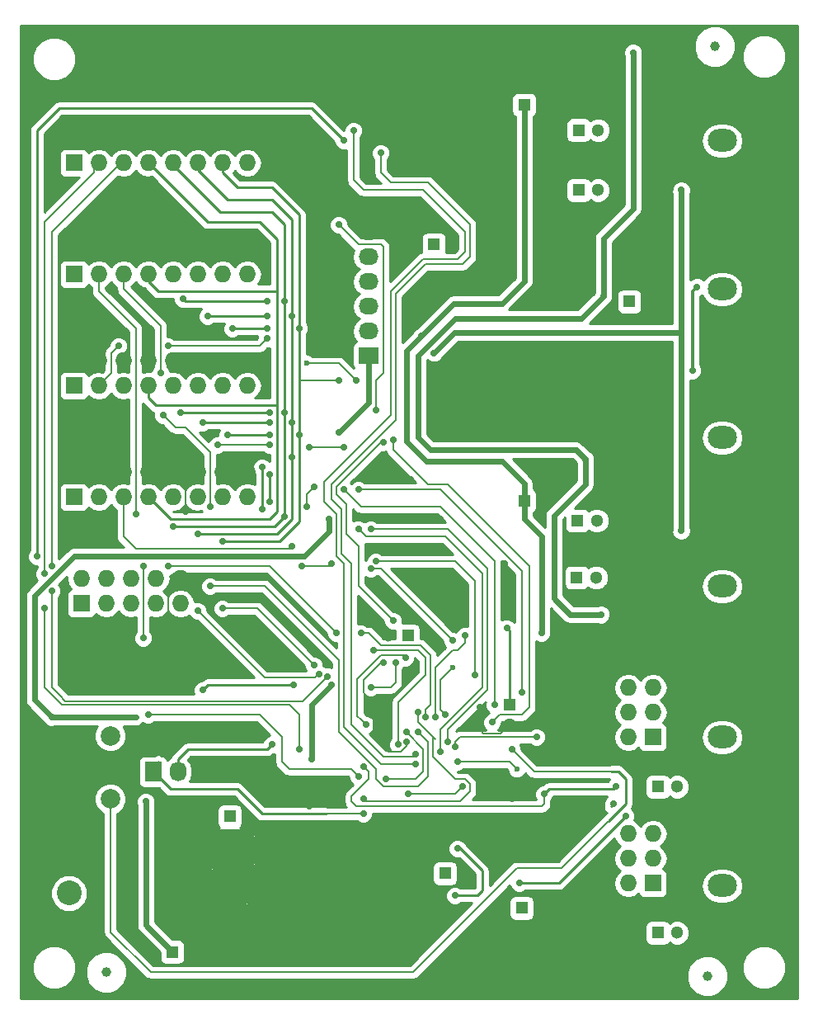
<source format=gbl>
G04 #@! TF.FileFunction,Copper,L2,Bot,Signal*
%FSLAX46Y46*%
G04 Gerber Fmt 4.6, Leading zero omitted, Abs format (unit mm)*
G04 Created by KiCad (PCBNEW 4.0.6-e0-6349~52~ubuntu16.10.1) date Mon Jun 12 13:42:03 2017*
%MOMM*%
%LPD*%
G01*
G04 APERTURE LIST*
%ADD10C,0.100000*%
%ADD11R,1.727200X1.727200*%
%ADD12O,1.727200X1.727200*%
%ADD13R,1.300000X1.300000*%
%ADD14C,1.300000*%
%ADD15O,4.000000X3.200000*%
%ADD16O,3.200000X4.000000*%
%ADD17O,3.000000X2.300000*%
%ADD18R,2.540000X2.540000*%
%ADD19C,2.540000*%
%ADD20R,2.032000X1.727200*%
%ADD21O,2.032000X1.727200*%
%ADD22R,1.727200X2.032000*%
%ADD23O,1.727200X2.032000*%
%ADD24C,2.000000*%
%ADD25C,1.000000*%
%ADD26C,0.700000*%
%ADD27C,0.600000*%
%ADD28C,0.200000*%
%ADD29C,0.250000*%
%ADD30C,0.300000*%
%ADD31C,0.600000*%
%ADD32C,0.254000*%
G04 APERTURE END LIST*
D10*
D11*
X69850000Y-117348000D03*
D12*
X69850000Y-114808000D03*
X72390000Y-117348000D03*
X72390000Y-114808000D03*
X74930000Y-117348000D03*
X74930000Y-114808000D03*
X77470000Y-117348000D03*
X77470000Y-114808000D03*
X80010000Y-117348000D03*
X80010000Y-114808000D03*
D13*
X120713500Y-114681000D03*
D14*
X122713500Y-114681000D03*
D13*
X120777000Y-108839000D03*
D14*
X122777000Y-108839000D03*
D13*
X120904000Y-74930000D03*
D14*
X122904000Y-74930000D03*
D13*
X120904000Y-68770500D03*
D14*
X122904000Y-68770500D03*
D13*
X115316000Y-106807000D03*
D14*
X117316000Y-106807000D03*
D13*
X115316000Y-66167000D03*
D14*
X117316000Y-66167000D03*
D13*
X129032000Y-151130000D03*
D14*
X131032000Y-151130000D03*
D13*
X129032000Y-136144000D03*
D14*
X131032000Y-136144000D03*
D13*
X126111000Y-86360000D03*
D14*
X128111000Y-86360000D03*
D13*
X106045000Y-80518000D03*
D14*
X108045000Y-80518000D03*
D13*
X85090000Y-139192000D03*
D14*
X85090000Y-141192000D03*
D13*
X79184500Y-153098500D03*
D14*
X79184500Y-151098500D03*
D15*
X135636000Y-141304000D03*
X135636000Y-151304000D03*
D16*
X140136000Y-146304000D03*
D17*
X135636000Y-146304000D03*
D15*
X135636000Y-126064000D03*
X135636000Y-136064000D03*
D16*
X140136000Y-131064000D03*
D17*
X135636000Y-131064000D03*
D18*
X68580000Y-141986000D03*
D19*
X68580000Y-147066000D03*
D15*
X135636000Y-110570000D03*
X135636000Y-120570000D03*
D16*
X140136000Y-115570000D03*
D17*
X135636000Y-115570000D03*
D15*
X135636000Y-95330000D03*
X135636000Y-105330000D03*
D16*
X140136000Y-100330000D03*
D17*
X135636000Y-100330000D03*
D15*
X135636000Y-80090000D03*
X135636000Y-90090000D03*
D16*
X140136000Y-85090000D03*
D17*
X135636000Y-85090000D03*
D15*
X135636000Y-64850000D03*
X135636000Y-74850000D03*
D16*
X140136000Y-69850000D03*
D17*
X135636000Y-69850000D03*
D20*
X99314000Y-91948000D03*
D21*
X99314000Y-89408000D03*
X99314000Y-86868000D03*
X99314000Y-84328000D03*
X99314000Y-81788000D03*
X99314000Y-79248000D03*
D22*
X77216000Y-134620000D03*
D23*
X79756000Y-134620000D03*
X82296000Y-134620000D03*
D11*
X69088000Y-106426000D03*
D12*
X69088000Y-103886000D03*
X71628000Y-106426000D03*
X71628000Y-103886000D03*
X74168000Y-106426000D03*
X74168000Y-103886000D03*
X76708000Y-106426000D03*
X76708000Y-103886000D03*
X79248000Y-106426000D03*
X79248000Y-103886000D03*
X81788000Y-106426000D03*
X81788000Y-103886000D03*
X84328000Y-106426000D03*
X84328000Y-103886000D03*
X86868000Y-106426000D03*
X86868000Y-103886000D03*
D11*
X69088000Y-94996000D03*
D12*
X69088000Y-92456000D03*
X71628000Y-94996000D03*
X71628000Y-92456000D03*
X74168000Y-94996000D03*
X74168000Y-92456000D03*
X76708000Y-94996000D03*
X76708000Y-92456000D03*
X79248000Y-94996000D03*
X79248000Y-92456000D03*
X81788000Y-94996000D03*
X81788000Y-92456000D03*
X84328000Y-94996000D03*
X84328000Y-92456000D03*
X86868000Y-94996000D03*
X86868000Y-92456000D03*
D11*
X69088000Y-83566000D03*
D12*
X69088000Y-81026000D03*
X71628000Y-83566000D03*
X71628000Y-81026000D03*
X74168000Y-83566000D03*
X74168000Y-81026000D03*
X76708000Y-83566000D03*
X76708000Y-81026000D03*
X79248000Y-83566000D03*
X79248000Y-81026000D03*
X81788000Y-83566000D03*
X81788000Y-81026000D03*
X84328000Y-83566000D03*
X84328000Y-81026000D03*
X86868000Y-83566000D03*
X86868000Y-81026000D03*
D11*
X69088000Y-72136000D03*
D12*
X69088000Y-69596000D03*
X71628000Y-72136000D03*
X71628000Y-69596000D03*
X74168000Y-72136000D03*
X74168000Y-69596000D03*
X76708000Y-72136000D03*
X76708000Y-69596000D03*
X79248000Y-72136000D03*
X79248000Y-69596000D03*
X81788000Y-72136000D03*
X81788000Y-69596000D03*
X84328000Y-72136000D03*
X84328000Y-69596000D03*
X86868000Y-72136000D03*
X86868000Y-69596000D03*
D11*
X128524000Y-146050000D03*
D12*
X125984000Y-146050000D03*
X128524000Y-143510000D03*
X125984000Y-143510000D03*
X128524000Y-140970000D03*
X125984000Y-140970000D03*
D11*
X128524000Y-131064000D03*
D12*
X125984000Y-131064000D03*
X128524000Y-128524000D03*
X125984000Y-128524000D03*
X128524000Y-125984000D03*
X125984000Y-125984000D03*
D24*
X72826000Y-137414000D03*
X68326000Y-137414000D03*
X72826000Y-130914000D03*
X68326000Y-130914000D03*
D13*
X113792000Y-127762000D03*
D14*
X113792000Y-129762000D03*
D13*
X103378000Y-120650000D03*
D14*
X101378000Y-120650000D03*
D13*
X115062000Y-148590000D03*
D14*
X113062000Y-148590000D03*
D13*
X107188000Y-145034000D03*
D14*
X109188000Y-145034000D03*
D25*
X134112000Y-155575000D03*
X72390000Y-155194000D03*
X134874000Y-60198000D03*
D26*
X96774000Y-69850000D03*
X65278000Y-112522000D03*
X114046000Y-132334000D03*
X100838000Y-123444000D03*
X113284000Y-113284000D03*
X113284000Y-114808000D03*
X103632000Y-104648000D03*
X106680000Y-108712000D03*
X103124000Y-117856000D03*
X107696000Y-116840000D03*
X80772000Y-87884000D03*
X81280000Y-89408000D03*
X79756000Y-89408000D03*
X78232000Y-86868000D03*
X79756000Y-87884000D03*
X82804000Y-100076000D03*
X70104000Y-119888000D03*
X71120000Y-120904000D03*
X68072000Y-108712000D03*
X69596000Y-108712000D03*
X71120000Y-108712000D03*
X72644000Y-108712000D03*
X72644000Y-109728000D03*
X72644000Y-110744000D03*
X71120000Y-110744000D03*
X69596000Y-110744000D03*
X68072000Y-110744000D03*
X76708000Y-102108000D03*
X78232000Y-102108000D03*
X79756000Y-102108000D03*
X81280000Y-102108000D03*
X89408000Y-123444000D03*
X89408000Y-121920000D03*
X79756000Y-124968000D03*
X78486000Y-124968000D03*
X78486000Y-125984000D03*
X79756000Y-125984000D03*
X80772000Y-125984000D03*
X87376000Y-141732000D03*
X87376000Y-143256000D03*
X85852000Y-143256000D03*
X80264000Y-149860000D03*
X81788000Y-150876000D03*
X81788000Y-149352000D03*
X82804000Y-147828000D03*
X82804000Y-146304000D03*
X82804000Y-144780000D03*
X82804000Y-143256000D03*
X84328000Y-143256000D03*
X101597091Y-143256008D03*
X101600000Y-142240000D03*
X100584000Y-142240000D03*
X100584000Y-143256000D03*
X99060000Y-143764000D03*
X99060000Y-142240000D03*
X99060000Y-140716000D03*
X70612000Y-125984000D03*
X103886000Y-140970000D03*
X105918000Y-147066000D03*
X93218000Y-138176000D03*
X80772000Y-124968000D03*
X80518000Y-107950000D03*
X66548000Y-74422000D03*
X103124000Y-111760000D03*
X105410000Y-111760000D03*
X103251000Y-131572000D03*
X100584000Y-127508000D03*
X114046000Y-137414000D03*
X109982000Y-134874000D03*
X116078000Y-137160000D03*
X110744000Y-128016000D03*
X128016000Y-72517000D03*
X124333000Y-112141000D03*
X85090000Y-144018000D03*
X84328000Y-144526000D03*
X100584000Y-144272000D03*
X113538000Y-119888000D03*
X76454000Y-137668000D03*
X117094000Y-120396000D03*
X93472000Y-133350000D03*
X95504000Y-125730000D03*
X103378000Y-136906000D03*
X108966000Y-136144000D03*
X104775000Y-89916000D03*
X108204000Y-147320000D03*
X108458000Y-142494000D03*
X98806000Y-134112000D03*
X117348000Y-136906000D03*
X124714000Y-136144000D03*
X114808000Y-146050000D03*
X125730000Y-139192000D03*
X124460000Y-137922000D03*
X131445000Y-109855000D03*
X131445000Y-74930000D03*
X106070400Y-91643200D03*
X91662000Y-125730000D03*
X82296000Y-126238000D03*
X95250000Y-108712000D03*
X66802000Y-129032000D03*
X96266000Y-99790000D03*
X104394000Y-128524000D03*
X98806000Y-137414000D03*
X98806000Y-138938000D03*
X96266000Y-78486000D03*
X101854000Y-119126000D03*
X100076000Y-97536000D03*
X100838000Y-100838000D03*
X89408000Y-131826000D03*
X102108000Y-123444000D03*
X99568000Y-125984000D03*
X96266000Y-94488000D03*
X84328000Y-117856000D03*
X93726000Y-123698000D03*
X92202000Y-89154000D03*
X88900000Y-89154000D03*
X85344000Y-89154000D03*
X89154000Y-100076000D03*
X84836000Y-100076000D03*
X92202000Y-100076000D03*
X84328000Y-110998000D03*
X103124000Y-122936000D03*
X99060000Y-129794000D03*
X91440000Y-102362000D03*
X93218000Y-101346000D03*
X96774000Y-101346000D03*
X81788000Y-118110000D03*
X94234000Y-124587000D03*
X91440000Y-87884000D03*
X88900000Y-87884000D03*
X82804000Y-87884000D03*
X91440000Y-98806000D03*
X89154000Y-98806000D03*
X82296000Y-98806000D03*
X81788000Y-110236000D03*
X92964000Y-107442000D03*
X112268000Y-127762000D03*
X96774000Y-105664000D03*
X93726000Y-105410000D03*
X91440000Y-111506000D03*
X92456000Y-113538000D03*
X95504000Y-113284000D03*
X100076000Y-113030000D03*
X110236000Y-124714000D03*
X78740000Y-113538000D03*
X96012000Y-120396000D03*
X98552000Y-120396000D03*
X105156000Y-129032000D03*
X90678000Y-108458000D03*
X99568000Y-113792000D03*
X107950000Y-121158000D03*
D27*
X107950000Y-123952000D03*
D26*
X107188000Y-128778000D03*
X90678000Y-86360000D03*
X88900000Y-86360000D03*
X80264000Y-86106000D03*
X90678000Y-97790000D03*
X89154000Y-97790000D03*
X80010000Y-97790000D03*
X79248000Y-109474000D03*
X101854000Y-100584000D03*
D27*
X92964000Y-92710000D03*
D26*
X98044000Y-94488000D03*
X73660000Y-90932000D03*
X78740000Y-90932000D03*
X88900000Y-90170000D03*
X112014000Y-129540000D03*
X89154000Y-101092000D03*
X83820000Y-101092000D03*
X115062000Y-126492000D03*
X98298000Y-105664000D03*
X88392000Y-107696000D03*
X88392000Y-103378000D03*
X103251000Y-130556000D03*
X75438000Y-108204000D03*
X76200000Y-113538000D03*
X76200000Y-120904000D03*
X76708000Y-128778000D03*
X98298000Y-135128000D03*
X101092000Y-135382000D03*
X83058000Y-115570000D03*
X83058000Y-107442000D03*
X78232000Y-98044000D03*
X77978000Y-93726000D03*
X104394000Y-130556000D03*
X89154000Y-104140000D03*
X89154000Y-106934000D03*
X92202000Y-132334000D03*
X66040000Y-114300000D03*
X66040000Y-117856000D03*
X95123000Y-124841000D03*
X66802000Y-113538000D03*
X66802000Y-116078000D03*
X106172000Y-129032000D03*
X109220000Y-120650000D03*
X107442000Y-131572000D03*
X99568000Y-109728000D03*
X106680000Y-132588000D03*
X98298000Y-109728000D03*
X104140000Y-132842000D03*
X100584000Y-71120000D03*
X97790000Y-68834000D03*
X104140000Y-133858000D03*
X108458000Y-133604000D03*
D27*
X114554000Y-134366000D03*
D26*
X108204000Y-132080000D03*
X116586000Y-131064000D03*
X121592300Y-102555000D03*
X123190000Y-118491000D03*
X126492000Y-60833000D03*
X123444000Y-85852000D03*
X99822000Y-122174000D03*
X102362000Y-131826000D03*
X133072000Y-84860000D03*
X132588000Y-93472000D03*
D28*
X123952000Y-139700000D02*
X120650000Y-143002000D01*
X72826000Y-151058000D02*
X72826000Y-137414000D01*
X76962000Y-155194000D02*
X72826000Y-151058000D01*
X103886000Y-155194000D02*
X76962000Y-155194000D01*
X114554000Y-144526000D02*
X103886000Y-155194000D01*
X119126000Y-144526000D02*
X114554000Y-144526000D01*
X120650000Y-143002000D02*
X119126000Y-144526000D01*
D29*
X96774000Y-69850000D02*
X93472000Y-66548000D01*
X93472000Y-66548000D02*
X67564000Y-66548000D01*
X67564000Y-66548000D02*
X65278000Y-68834000D01*
X65278000Y-68834000D02*
X65278000Y-112522000D01*
X123952000Y-139700000D02*
X123952000Y-139700000D01*
X124968000Y-134620000D02*
X124206000Y-134620000D01*
X125730000Y-135382000D02*
X124968000Y-134620000D01*
X125730000Y-137922000D02*
X125730000Y-135382000D01*
X123952000Y-139700000D02*
X125730000Y-137922000D01*
D28*
X116332000Y-134620000D02*
X124206000Y-134620000D01*
X124206000Y-134620000D02*
X124460000Y-134620000D01*
X114046000Y-132334000D02*
X116332000Y-134620000D01*
X98952002Y-126638002D02*
X98806000Y-126492000D01*
X99822000Y-127508000D02*
X98952002Y-126638002D01*
X98952002Y-125075998D02*
X100584000Y-123444000D01*
X100584000Y-123444000D02*
X100838000Y-123444000D01*
X99822000Y-127508000D02*
X100584000Y-127508000D01*
X98806000Y-125222000D02*
X98952002Y-125075998D01*
X98806000Y-126492000D02*
X98806000Y-125222000D01*
X113284000Y-114808000D02*
X113284000Y-113284000D01*
X80772000Y-87884000D02*
X79756000Y-87884000D01*
X78740000Y-88392000D02*
X79756000Y-89408000D01*
X78740000Y-87376000D02*
X78740000Y-88392000D01*
X78232000Y-86868000D02*
X78740000Y-87376000D01*
X71374000Y-125222000D02*
X71374000Y-124714000D01*
X71120000Y-124460000D02*
X71120000Y-120904000D01*
X71374000Y-124714000D02*
X71120000Y-124460000D01*
X69596000Y-110744000D02*
X68072000Y-110744000D01*
X67564000Y-104648000D02*
X67564000Y-108204000D01*
X67564000Y-108204000D02*
X68072000Y-108712000D01*
X69596000Y-108712000D02*
X71120000Y-108712000D01*
X72644000Y-108712000D02*
X72644000Y-109728000D01*
X72644000Y-110744000D02*
X71120000Y-110744000D01*
X69596000Y-110744000D02*
X68072000Y-110744000D01*
X68326000Y-103886000D02*
X67564000Y-104648000D01*
X69088000Y-103886000D02*
X68326000Y-103886000D01*
X81788000Y-103886000D02*
X81788000Y-102616000D01*
X79756000Y-102108000D02*
X78232000Y-102108000D01*
X81788000Y-102616000D02*
X81280000Y-102108000D01*
X89408000Y-121920000D02*
X89408000Y-123444000D01*
X80772000Y-124968000D02*
X80772000Y-124968000D01*
X78486000Y-124968000D02*
X79756000Y-124968000D01*
X79756000Y-125984000D02*
X78486000Y-125984000D01*
X80772000Y-124968000D02*
X80772000Y-125984000D01*
X85852000Y-143256000D02*
X87376000Y-143256000D01*
X80772000Y-149860000D02*
X80264000Y-149860000D01*
X81788000Y-150876000D02*
X80772000Y-149860000D01*
X81788000Y-148844000D02*
X81788000Y-149352000D01*
X82804000Y-147828000D02*
X81788000Y-148844000D01*
X82804000Y-144780000D02*
X82804000Y-146304000D01*
X84328000Y-143256000D02*
X82804000Y-143256000D01*
X101597099Y-143256000D02*
X101600000Y-143256000D01*
X101597091Y-143256008D02*
X101597099Y-143256000D01*
X100584000Y-142240000D02*
X101600000Y-142240000D01*
X100076000Y-143764000D02*
X100584000Y-143256000D01*
X99060000Y-143764000D02*
X100076000Y-143764000D01*
X99060000Y-140716000D02*
X99060000Y-142240000D01*
X71374000Y-125222000D02*
X71628000Y-125222000D01*
X71628000Y-125222000D02*
X80772000Y-124968000D01*
X70612000Y-125984000D02*
X71374000Y-125222000D01*
X68326000Y-137414000D02*
X68326000Y-141732000D01*
X68326000Y-141732000D02*
X68580000Y-141986000D01*
X102108000Y-144780000D02*
X100584000Y-144780000D01*
X103124000Y-143764000D02*
X102108000Y-144780000D01*
X103124000Y-141732000D02*
X103124000Y-143764000D01*
X103886000Y-140970000D02*
X103124000Y-141732000D01*
X100584000Y-144272000D02*
X100584000Y-144780000D01*
X100584000Y-144780000D02*
X100584000Y-145796000D01*
X101854000Y-147066000D02*
X105918000Y-147066000D01*
X100584000Y-145796000D02*
X101854000Y-147066000D01*
X89471500Y-134429500D02*
X83121500Y-134429500D01*
X93218000Y-138176000D02*
X89471500Y-134429500D01*
X78740000Y-116078000D02*
X80010000Y-114808000D01*
X78740000Y-119380000D02*
X78740000Y-116078000D01*
X81280000Y-121920000D02*
X78740000Y-119380000D01*
X81280000Y-124714000D02*
X81280000Y-121920000D01*
X80772000Y-124968000D02*
X81280000Y-124714000D01*
X80772000Y-103886000D02*
X81788000Y-103886000D01*
X80518000Y-104140000D02*
X80772000Y-103886000D01*
X80518000Y-107950000D02*
X80518000Y-104140000D01*
D29*
X69088000Y-92456000D02*
X68834000Y-92456000D01*
X68834000Y-92456000D02*
X67564000Y-93726000D01*
X67564000Y-102362000D02*
X69088000Y-103886000D01*
X67564000Y-93726000D02*
X67564000Y-102362000D01*
X69088000Y-81026000D02*
X68072000Y-81026000D01*
X67564000Y-90932000D02*
X69088000Y-92456000D01*
X67564000Y-81534000D02*
X67564000Y-90932000D01*
X68072000Y-81026000D02*
X67564000Y-81534000D01*
X67056000Y-69596000D02*
X69088000Y-69596000D01*
X66548000Y-70104000D02*
X67056000Y-69596000D01*
X66548000Y-74422000D02*
X66548000Y-70104000D01*
D28*
X105410000Y-111760000D02*
X103124000Y-111760000D01*
X99822000Y-131064000D02*
X99822000Y-128270000D01*
X103251000Y-131953000D02*
X102616000Y-132588000D01*
X102616000Y-132588000D02*
X101346000Y-132588000D01*
X101346000Y-132588000D02*
X99822000Y-131064000D01*
X103251000Y-131572000D02*
X103251000Y-131953000D01*
X99822000Y-128270000D02*
X100584000Y-127508000D01*
X109982000Y-134874000D02*
X112522000Y-137414000D01*
X112522000Y-137414000D02*
X114046000Y-137414000D01*
X114046000Y-137414000D02*
X115824000Y-137414000D01*
X115824000Y-137414000D02*
X116078000Y-137160000D01*
X110744000Y-128016000D02*
X110744000Y-130302000D01*
X110744000Y-130302000D02*
X111105998Y-130663998D01*
X111105998Y-130663998D02*
X112890002Y-130663998D01*
X112890002Y-130663998D02*
X113792000Y-129762000D01*
D29*
X86868000Y-69596000D02*
X84328000Y-69596000D01*
X81788000Y-69596000D02*
X84328000Y-69596000D01*
X79248000Y-69596000D02*
X81788000Y-69596000D01*
X76708000Y-69596000D02*
X79248000Y-69596000D01*
X74168000Y-69596000D02*
X76708000Y-69596000D01*
X86868000Y-69596000D02*
X71628000Y-69596000D01*
X99314000Y-79248000D02*
X107442000Y-79248000D01*
X108045000Y-79851000D02*
X108045000Y-80518000D01*
X107442000Y-79248000D02*
X108045000Y-79851000D01*
D30*
X132588000Y-72517000D02*
X134921000Y-74850000D01*
X128016000Y-72517000D02*
X132588000Y-72517000D01*
X134921000Y-74850000D02*
X135636000Y-74850000D01*
X132715000Y-112141000D02*
X124333000Y-112141000D01*
X132715000Y-112141000D02*
X134112000Y-112141000D01*
X135636000Y-110617000D02*
X134112000Y-112141000D01*
X135636000Y-110617000D02*
X135636000Y-110570000D01*
X100330000Y-144526000D02*
X85852000Y-144526000D01*
X85852000Y-144526000D02*
X85090000Y-144018000D01*
X85090000Y-144018000D02*
X84328000Y-144526000D01*
X84328000Y-144526000D02*
X83566000Y-144526000D01*
X100584000Y-144272000D02*
X100330000Y-144526000D01*
D29*
X113792000Y-120142000D02*
X113792000Y-127762000D01*
X113538000Y-119888000D02*
X113792000Y-120142000D01*
D31*
X76454000Y-137668000D02*
X76454000Y-150368000D01*
X79184500Y-153098500D02*
X76454000Y-150368000D01*
X115316000Y-106807000D02*
X115316000Y-108712000D01*
X117094000Y-110490000D02*
X117094000Y-120396000D01*
X115316000Y-108712000D02*
X117094000Y-110490000D01*
X93472000Y-127762000D02*
X93472000Y-133350000D01*
X95504000Y-125730000D02*
X93472000Y-127762000D01*
D28*
X108204000Y-136906000D02*
X103378000Y-136906000D01*
X108966000Y-136144000D02*
X108204000Y-136906000D01*
D31*
X115316000Y-106807000D02*
X115316000Y-105029000D01*
X115316000Y-105029000D02*
X113030000Y-102743000D01*
X113030000Y-102743000D02*
X105283000Y-102743000D01*
X105283000Y-102743000D02*
X103251000Y-100711000D01*
X103251000Y-100711000D02*
X103251000Y-91440000D01*
X103251000Y-91440000D02*
X104775000Y-89916000D01*
X104775000Y-89916000D02*
X108077000Y-86614000D01*
X108077000Y-86614000D02*
X113030000Y-86614000D01*
X113030000Y-86614000D02*
X115316000Y-84328000D01*
X115316000Y-84328000D02*
X115316000Y-66167000D01*
D29*
X108204000Y-147320000D02*
X110490000Y-147320000D01*
X110490000Y-147320000D02*
X110998000Y-146812000D01*
X110998000Y-146812000D02*
X110998000Y-144780000D01*
X110998000Y-144780000D02*
X108712000Y-142494000D01*
X108712000Y-142494000D02*
X108458000Y-142494000D01*
D28*
X97536000Y-137160000D02*
X97536000Y-137668000D01*
X98806000Y-134112000D02*
X99314000Y-134620000D01*
X99314000Y-134620000D02*
X99314000Y-135382000D01*
X99314000Y-135382000D02*
X97536000Y-137160000D01*
X117094000Y-138176000D02*
X117348000Y-137922000D01*
X98044000Y-138176000D02*
X117094000Y-138176000D01*
X97536000Y-137668000D02*
X98044000Y-138176000D01*
X117348000Y-137922000D02*
X117348000Y-136906000D01*
D29*
X117856000Y-136398000D02*
X117348000Y-136906000D01*
X124460000Y-136398000D02*
X117856000Y-136398000D01*
X124714000Y-136144000D02*
X124460000Y-136398000D01*
X118872000Y-146050000D02*
X114808000Y-146050000D01*
X125730000Y-139192000D02*
X118872000Y-146050000D01*
X124206000Y-138176000D02*
X124460000Y-137922000D01*
D31*
X131445000Y-109855000D02*
X131445000Y-89535000D01*
X131445000Y-74930000D02*
X131445000Y-89535000D01*
X106070400Y-91643200D02*
X108178600Y-89535000D01*
X108178600Y-89535000D02*
X131445000Y-89535000D01*
D29*
X82804000Y-125730000D02*
X82296000Y-126238000D01*
X84328000Y-125730000D02*
X82804000Y-125730000D01*
X85344000Y-125730000D02*
X84328000Y-125730000D01*
X85344000Y-125730000D02*
X91662000Y-125730000D01*
D31*
X95250000Y-108712000D02*
X95250000Y-109982000D01*
X65024000Y-127254000D02*
X66802000Y-129032000D01*
X65024000Y-116586000D02*
X65024000Y-127254000D01*
X69088000Y-112522000D02*
X65024000Y-116586000D01*
X92710000Y-112522000D02*
X69088000Y-112522000D01*
X95250000Y-109982000D02*
X92710000Y-112522000D01*
X75438000Y-129032000D02*
X66802000Y-129032000D01*
X99314000Y-91948000D02*
X99314000Y-96742000D01*
X99314000Y-96742000D02*
X96266000Y-99790000D01*
D29*
X94996000Y-138938000D02*
X88392000Y-138938000D01*
X78994000Y-136398000D02*
X77216000Y-134620000D01*
X85852000Y-136398000D02*
X78994000Y-136398000D01*
X88392000Y-138938000D02*
X85852000Y-136398000D01*
D28*
X98806000Y-138938000D02*
X95504000Y-138938000D01*
X101092000Y-137668000D02*
X99060000Y-137668000D01*
X104394000Y-129540000D02*
X106172000Y-131318000D01*
X106172000Y-131318000D02*
X105918000Y-131064000D01*
X105918000Y-131064000D02*
X105918000Y-133096000D01*
X105918000Y-133096000D02*
X108204000Y-135382000D01*
X108204000Y-135382000D02*
X109220000Y-135382000D01*
X109220000Y-135382000D02*
X109728000Y-135890000D01*
X109728000Y-135890000D02*
X109728000Y-136652000D01*
X109728000Y-136652000D02*
X108712000Y-137668000D01*
X108712000Y-137668000D02*
X101092000Y-137668000D01*
X104394000Y-128524000D02*
X104394000Y-129540000D01*
X99060000Y-137668000D02*
X98806000Y-137414000D01*
X95504000Y-138938000D02*
X94996000Y-138938000D01*
D29*
X77724000Y-133604000D02*
X77724000Y-134112000D01*
X77724000Y-134112000D02*
X77216000Y-134620000D01*
D28*
X100584000Y-80518000D02*
X98298000Y-80518000D01*
X98298000Y-80518000D02*
X96266000Y-78486000D01*
X100076000Y-101346000D02*
X100330000Y-101092000D01*
X98298000Y-111506000D02*
X97028000Y-110236000D01*
X97028000Y-110236000D02*
X97028000Y-107188000D01*
X97028000Y-107188000D02*
X96012000Y-106172000D01*
X96012000Y-106172000D02*
X96012000Y-105410000D01*
X96012000Y-105410000D02*
X100076000Y-101346000D01*
X101854000Y-119126000D02*
X98298000Y-115570000D01*
X98298000Y-115570000D02*
X98298000Y-111506000D01*
X100838000Y-80772000D02*
X100584000Y-80518000D01*
X100838000Y-93726000D02*
X100838000Y-80772000D01*
X100076000Y-94488000D02*
X100838000Y-93726000D01*
X100076000Y-97536000D02*
X100076000Y-94488000D01*
X100584000Y-100838000D02*
X100838000Y-100838000D01*
X100330000Y-101092000D02*
X100584000Y-100838000D01*
D29*
X79756000Y-133350000D02*
X80772000Y-132334000D01*
X80772000Y-132334000D02*
X88900000Y-132334000D01*
X88900000Y-132334000D02*
X89408000Y-131826000D01*
X79756000Y-134620000D02*
X79756000Y-133350000D01*
D28*
X99568000Y-125984000D02*
X101600000Y-125984000D01*
X102108000Y-125476000D02*
X102108000Y-123444000D01*
X101600000Y-125984000D02*
X102108000Y-125476000D01*
X99822000Y-125984000D02*
X99568000Y-125984000D01*
X96266000Y-94488000D02*
X92202000Y-94488000D01*
X87884000Y-117856000D02*
X84328000Y-117856000D01*
X93726000Y-123698000D02*
X87884000Y-117856000D01*
D29*
X85344000Y-89154000D02*
X88900000Y-89154000D01*
X84836000Y-100076000D02*
X89154000Y-100076000D01*
X92202000Y-100076000D02*
X92202000Y-99568000D01*
X90170000Y-110998000D02*
X85852000Y-110998000D01*
X92202000Y-108966000D02*
X90170000Y-110998000D01*
X92202000Y-77470000D02*
X92202000Y-89154000D01*
X92202000Y-89154000D02*
X92202000Y-94488000D01*
X92202000Y-94488000D02*
X92202000Y-99568000D01*
X92202000Y-99568000D02*
X92202000Y-108966000D01*
X89408000Y-74676000D02*
X92202000Y-77470000D01*
X85852000Y-74676000D02*
X89408000Y-74676000D01*
X84328000Y-73152000D02*
X85852000Y-74676000D01*
X84328000Y-73152000D02*
X84328000Y-72136000D01*
X84328000Y-110998000D02*
X85852000Y-110998000D01*
D28*
X98552000Y-124714000D02*
X98298000Y-124968000D01*
X103124000Y-122936000D02*
X102870000Y-122682000D01*
X102870000Y-122682000D02*
X100584000Y-122682000D01*
X100584000Y-122682000D02*
X98552000Y-124714000D01*
X98552000Y-129286000D02*
X99060000Y-129794000D01*
X98171000Y-128905000D02*
X98552000Y-129286000D01*
X98171000Y-125095000D02*
X98171000Y-128905000D01*
X98298000Y-124968000D02*
X98171000Y-125095000D01*
X96774000Y-101346000D02*
X93218000Y-101346000D01*
X88646000Y-124968000D02*
X81788000Y-118110000D01*
X93853000Y-124968000D02*
X88646000Y-124968000D01*
X94234000Y-124587000D02*
X93853000Y-124968000D01*
D29*
X82804000Y-87884000D02*
X88900000Y-87884000D01*
X82296000Y-98806000D02*
X89154000Y-98806000D01*
X91440000Y-108712000D02*
X89916000Y-110236000D01*
X91440000Y-77978000D02*
X91440000Y-87884000D01*
X91440000Y-87884000D02*
X91440000Y-98806000D01*
X91440000Y-98806000D02*
X91440000Y-102362000D01*
X91440000Y-102362000D02*
X91440000Y-108712000D01*
X89408000Y-75946000D02*
X91440000Y-77978000D01*
X84836000Y-75946000D02*
X89408000Y-75946000D01*
X84836000Y-75946000D02*
X81788000Y-72898000D01*
X81788000Y-110236000D02*
X89916000Y-110236000D01*
X81788000Y-72136000D02*
X81788000Y-72898000D01*
D28*
X93726000Y-105410000D02*
X92964000Y-106172000D01*
X92964000Y-106172000D02*
X92964000Y-106934000D01*
X92964000Y-106934000D02*
X92964000Y-107442000D01*
X100584000Y-107442000D02*
X98552000Y-107442000D01*
X112268000Y-127762000D02*
X112268000Y-113030000D01*
X112268000Y-113030000D02*
X106680000Y-107442000D01*
X106680000Y-107442000D02*
X100584000Y-107442000D01*
X98552000Y-107442000D02*
X96774000Y-105664000D01*
X74168000Y-110490000D02*
X74168000Y-106426000D01*
X75438000Y-111760000D02*
X74168000Y-110490000D01*
X91186000Y-111760000D02*
X75438000Y-111760000D01*
X91440000Y-111506000D02*
X91186000Y-111760000D01*
X95250000Y-113538000D02*
X92456000Y-113538000D01*
X95504000Y-113284000D02*
X95250000Y-113538000D01*
X108204000Y-113030000D02*
X100076000Y-113030000D01*
X110236000Y-115062000D02*
X108204000Y-113030000D01*
X110236000Y-124714000D02*
X110236000Y-115062000D01*
X105156000Y-129032000D02*
X105156000Y-128270000D01*
X104648000Y-121666000D02*
X105156000Y-122174000D01*
X89154000Y-113538000D02*
X78740000Y-113538000D01*
X96012000Y-120396000D02*
X89154000Y-113538000D01*
X99314000Y-120396000D02*
X98552000Y-120396000D01*
X100584000Y-121666000D02*
X99314000Y-120396000D01*
X103632000Y-121666000D02*
X100584000Y-121666000D01*
X103632000Y-121666000D02*
X104648000Y-121666000D01*
X105664000Y-122682000D02*
X105156000Y-122174000D01*
X105664000Y-127762000D02*
X105664000Y-122682000D01*
X105156000Y-128270000D02*
X105664000Y-127762000D01*
D29*
X76708000Y-83566000D02*
X76708000Y-84328000D01*
X76708000Y-84328000D02*
X77724000Y-85344000D01*
X77724000Y-85344000D02*
X89916000Y-85344000D01*
X76708000Y-94996000D02*
X76708000Y-96266000D01*
X77470000Y-97028000D02*
X89916000Y-97028000D01*
X76708000Y-96266000D02*
X77470000Y-97028000D01*
X85344000Y-108712000D02*
X78994000Y-108712000D01*
X76708000Y-72136000D02*
X82804000Y-78232000D01*
X89916000Y-107950000D02*
X89154000Y-108712000D01*
X89916000Y-80010000D02*
X89916000Y-85344000D01*
X89916000Y-85344000D02*
X89916000Y-97028000D01*
X89916000Y-97028000D02*
X89916000Y-107950000D01*
X89662000Y-79756000D02*
X89916000Y-80010000D01*
X88138000Y-78232000D02*
X89662000Y-79756000D01*
X82804000Y-78232000D02*
X88138000Y-78232000D01*
X89154000Y-108712000D02*
X85344000Y-108712000D01*
X78994000Y-108712000D02*
X76708000Y-106426000D01*
D28*
X100584000Y-113792000D02*
X99568000Y-113792000D01*
X107950000Y-121158000D02*
X100584000Y-113792000D01*
X106680000Y-125222000D02*
X107950000Y-123952000D01*
X106680000Y-128270000D02*
X106680000Y-125222000D01*
X107188000Y-128778000D02*
X106680000Y-128270000D01*
D29*
X80518000Y-86360000D02*
X88900000Y-86360000D01*
X80264000Y-86106000D02*
X80518000Y-86360000D01*
X80010000Y-97790000D02*
X89154000Y-97790000D01*
X90678000Y-108458000D02*
X89662000Y-109474000D01*
X90678000Y-78486000D02*
X90678000Y-86360000D01*
X90678000Y-86360000D02*
X90678000Y-97790000D01*
X90678000Y-97790000D02*
X90678000Y-108458000D01*
X89408000Y-77216000D02*
X90678000Y-78486000D01*
X84074000Y-77216000D02*
X89408000Y-77216000D01*
X84074000Y-77216000D02*
X79248000Y-72390000D01*
X79248000Y-109474000D02*
X89662000Y-109474000D01*
X79248000Y-72136000D02*
X79248000Y-72390000D01*
D28*
X96266000Y-92710000D02*
X93726000Y-92710000D01*
X98044000Y-94488000D02*
X96266000Y-92710000D01*
X93726000Y-92710000D02*
X92964000Y-92710000D01*
X71628000Y-94996000D02*
X72898000Y-93726000D01*
X72898000Y-91694000D02*
X72898000Y-93726000D01*
X73152000Y-91440000D02*
X72898000Y-91694000D01*
X73660000Y-90932000D02*
X73152000Y-91440000D01*
X88138000Y-90932000D02*
X78740000Y-90932000D01*
X88900000Y-90170000D02*
X88138000Y-90932000D01*
X101854000Y-100584000D02*
X101854000Y-101600000D01*
X112014000Y-129540000D02*
X112776000Y-128778000D01*
X112776000Y-128778000D02*
X115062000Y-128778000D01*
X115062000Y-128778000D02*
X115824000Y-128016000D01*
X115824000Y-128016000D02*
X115824000Y-113538000D01*
X115824000Y-113538000D02*
X107442000Y-105156000D01*
X107442000Y-105156000D02*
X105410000Y-105156000D01*
X101854000Y-100838000D02*
X101854000Y-100584000D01*
X101854000Y-101600000D02*
X105410000Y-105156000D01*
X89154000Y-101092000D02*
X83820000Y-101092000D01*
X115062000Y-126492000D02*
X115062000Y-114046000D01*
X115062000Y-114046000D02*
X106680000Y-105664000D01*
X106680000Y-105664000D02*
X98298000Y-105664000D01*
D29*
X88392000Y-103886000D02*
X88392000Y-107696000D01*
X88392000Y-103378000D02*
X88392000Y-103886000D01*
D28*
X104902000Y-132334000D02*
X104902000Y-134620000D01*
X103251000Y-130556000D02*
X104902000Y-132334000D01*
X88138000Y-128778000D02*
X90424000Y-131064000D01*
X90424000Y-131064000D02*
X90424000Y-133604000D01*
X90424000Y-133604000D02*
X91186000Y-134366000D01*
X91186000Y-134366000D02*
X93218000Y-134366000D01*
X71628000Y-85344000D02*
X71628000Y-83566000D01*
X75438000Y-89154000D02*
X71628000Y-85344000D01*
X75438000Y-102362000D02*
X75438000Y-89154000D01*
X75438000Y-108204000D02*
X75438000Y-102362000D01*
X76200000Y-116078000D02*
X76200000Y-113538000D01*
X76200000Y-120904000D02*
X76200000Y-116078000D01*
X87630000Y-128778000D02*
X76708000Y-128778000D01*
X97536000Y-134366000D02*
X93218000Y-134366000D01*
X98298000Y-135128000D02*
X97536000Y-134366000D01*
X104140000Y-135382000D02*
X101092000Y-135382000D01*
X87630000Y-128778000D02*
X88138000Y-128778000D01*
X104902000Y-134620000D02*
X104140000Y-135382000D01*
X96266000Y-130556000D02*
X96266000Y-123190000D01*
X96266000Y-123190000D02*
X88646000Y-115570000D01*
X88646000Y-115570000D02*
X83058000Y-115570000D01*
X83058000Y-107442000D02*
X83058000Y-101854000D01*
X83058000Y-101854000D02*
X80518000Y-99314000D01*
X80518000Y-99314000D02*
X79502000Y-99314000D01*
X79502000Y-99314000D02*
X78232000Y-98044000D01*
X77978000Y-93726000D02*
X77978000Y-88900000D01*
X77978000Y-88900000D02*
X74168000Y-85090000D01*
X74168000Y-85090000D02*
X74168000Y-83566000D01*
X101854000Y-136144000D02*
X100838000Y-136144000D01*
X105410000Y-131572000D02*
X105410000Y-135128000D01*
X105410000Y-135128000D02*
X104394000Y-136144000D01*
X104394000Y-136144000D02*
X101854000Y-136144000D01*
X104394000Y-130556000D02*
X105410000Y-131572000D01*
X100076000Y-134366000D02*
X97536000Y-131826000D01*
X100076000Y-135382000D02*
X100076000Y-134366000D01*
X100838000Y-136144000D02*
X100076000Y-135382000D01*
X97536000Y-131826000D02*
X96266000Y-130556000D01*
D29*
X89154000Y-104140000D02*
X89154000Y-106934000D01*
D28*
X87630000Y-127762000D02*
X91186000Y-127762000D01*
X71120000Y-72644000D02*
X71120000Y-73152000D01*
X66802000Y-126746000D02*
X66040000Y-125984000D01*
X67818000Y-127762000D02*
X66802000Y-126746000D01*
X87630000Y-127762000D02*
X67818000Y-127762000D01*
X66802000Y-77470000D02*
X69850000Y-74422000D01*
X66040000Y-78232000D02*
X66802000Y-77470000D01*
X66040000Y-81534000D02*
X66040000Y-78232000D01*
X66040000Y-104394000D02*
X66040000Y-81534000D01*
X66040000Y-114300000D02*
X66040000Y-104394000D01*
X66040000Y-125984000D02*
X66040000Y-117856000D01*
X69850000Y-74422000D02*
X71120000Y-73152000D01*
X92202000Y-128778000D02*
X92202000Y-132334000D01*
X91186000Y-127762000D02*
X92202000Y-128778000D01*
X71120000Y-72644000D02*
X71628000Y-72136000D01*
X67564000Y-126746000D02*
X66802000Y-125984000D01*
X95123000Y-124841000D02*
X92602002Y-127361998D01*
X92602002Y-127361998D02*
X68179998Y-127361998D01*
X68179998Y-127361998D02*
X67564000Y-126746000D01*
X66802000Y-79248000D02*
X73914000Y-72136000D01*
X66802000Y-87376000D02*
X66802000Y-79248000D01*
X66802000Y-99314000D02*
X66802000Y-87376000D01*
X66802000Y-113538000D02*
X66802000Y-99314000D01*
X66802000Y-116840000D02*
X66802000Y-116078000D01*
X66802000Y-125984000D02*
X66802000Y-116840000D01*
X73914000Y-72136000D02*
X74168000Y-72136000D01*
X106172000Y-124714000D02*
X106172000Y-123952000D01*
X106172000Y-124714000D02*
X106172000Y-129032000D01*
X109220000Y-121412000D02*
X109220000Y-120650000D01*
X108458000Y-122174000D02*
X109220000Y-121412000D01*
X107950000Y-122174000D02*
X108458000Y-122174000D01*
X106172000Y-123952000D02*
X107950000Y-122174000D01*
X107442000Y-131572000D02*
X107442000Y-130302000D01*
X107442000Y-109728000D02*
X99568000Y-109728000D01*
X111506000Y-113792000D02*
X107442000Y-109728000D01*
X111506000Y-126238000D02*
X111506000Y-113792000D01*
X107442000Y-130302000D02*
X111506000Y-126238000D01*
X106680000Y-132588000D02*
X106680000Y-130302000D01*
X99060000Y-110490000D02*
X98298000Y-109728000D01*
X107188000Y-110490000D02*
X99060000Y-110490000D01*
X110998000Y-114300000D02*
X107188000Y-110490000D01*
X110998000Y-125984000D02*
X110998000Y-114300000D01*
X106680000Y-130302000D02*
X110998000Y-125984000D01*
X100838000Y-133096000D02*
X103886000Y-133096000D01*
X97536000Y-129794000D02*
X97536000Y-113284000D01*
X108966000Y-82550000D02*
X109728000Y-81788000D01*
X109728000Y-81788000D02*
X109728000Y-78486000D01*
X109728000Y-78486000D02*
X105410000Y-74168000D01*
X105410000Y-74168000D02*
X101600000Y-74168000D01*
X101600000Y-74168000D02*
X100584000Y-73152000D01*
X100584000Y-73152000D02*
X100584000Y-71120000D01*
X105156000Y-82550000D02*
X108458000Y-82550000D01*
X102108000Y-85598000D02*
X105156000Y-82550000D01*
X102108000Y-98552000D02*
X102108000Y-85598000D01*
X97536000Y-103124000D02*
X102108000Y-98552000D01*
X100838000Y-133096000D02*
X97536000Y-129794000D01*
X108458000Y-82550000D02*
X108966000Y-82550000D01*
X95504000Y-105156000D02*
X97536000Y-103124000D01*
X95504000Y-106680000D02*
X95504000Y-105156000D01*
X96520000Y-107696000D02*
X95504000Y-106680000D01*
X96520000Y-112268000D02*
X96520000Y-107696000D01*
X97536000Y-113284000D02*
X96520000Y-112268000D01*
X103886000Y-133096000D02*
X104140000Y-132842000D01*
X96774000Y-102870000D02*
X94742000Y-104902000D01*
X108458000Y-82042000D02*
X109220000Y-81280000D01*
X109220000Y-81280000D02*
X109220000Y-79248000D01*
X109220000Y-79248000D02*
X104902000Y-74930000D01*
X104902000Y-74930000D02*
X98806000Y-74930000D01*
X98806000Y-74930000D02*
X97790000Y-73914000D01*
X97790000Y-73914000D02*
X97790000Y-68834000D01*
X104140000Y-133858000D02*
X100584000Y-133858000D01*
X104902000Y-82042000D02*
X108204000Y-82042000D01*
X101600000Y-85344000D02*
X104902000Y-82042000D01*
X101600000Y-98044000D02*
X101600000Y-85344000D01*
X96774000Y-102870000D02*
X101600000Y-98044000D01*
X100584000Y-133858000D02*
X96774000Y-130048000D01*
X108204000Y-82042000D02*
X108458000Y-82042000D01*
X96774000Y-113284000D02*
X96774000Y-130048000D01*
X96012000Y-112522000D02*
X96774000Y-113284000D01*
X96012000Y-108204000D02*
X96012000Y-112522000D01*
X94742000Y-106934000D02*
X96012000Y-108204000D01*
X94742000Y-104902000D02*
X94742000Y-106934000D01*
X108458000Y-133604000D02*
X113792000Y-133604000D01*
X113792000Y-133604000D02*
X114554000Y-134366000D01*
X108966000Y-131064000D02*
X108712000Y-131064000D01*
X108966000Y-131064000D02*
X116586000Y-131064000D01*
X108204000Y-131572000D02*
X108204000Y-132080000D01*
X108712000Y-131064000D02*
X108204000Y-131572000D01*
D31*
X121592300Y-102555000D02*
X121592300Y-102542300D01*
X104394000Y-100330000D02*
X104394000Y-91948000D01*
X104394000Y-91948000D02*
X108204000Y-88138000D01*
X108204000Y-88138000D02*
X121158000Y-88138000D01*
X121158000Y-88138000D02*
X123444000Y-85852000D01*
X105664000Y-101600000D02*
X104394000Y-100330000D01*
X120650000Y-101600000D02*
X105664000Y-101600000D01*
X121592300Y-102542300D02*
X120650000Y-101600000D01*
X121589800Y-102552500D02*
X121589800Y-102557500D01*
X121589800Y-102557500D02*
X121592300Y-102555000D01*
X121589800Y-102552500D02*
X121589800Y-105105200D01*
X120015000Y-118491000D02*
X123190000Y-118491000D01*
X118364000Y-116840000D02*
X120015000Y-118491000D01*
X118364000Y-108331000D02*
X118364000Y-116840000D01*
X121589800Y-105105200D02*
X118364000Y-108331000D01*
X123444000Y-85852000D02*
X123444000Y-79883000D01*
X126492000Y-76835000D02*
X126492000Y-60833000D01*
X123444000Y-79883000D02*
X126492000Y-76835000D01*
X121589800Y-102552500D02*
X121602500Y-102539800D01*
D28*
X104648000Y-122428000D02*
X105156000Y-122936000D01*
X104394000Y-122174000D02*
X104648000Y-122428000D01*
X99822000Y-122174000D02*
X103378000Y-122174000D01*
X103378000Y-122174000D02*
X104394000Y-122174000D01*
X105156000Y-124714000D02*
X104394000Y-125476000D01*
X105156000Y-122936000D02*
X105156000Y-124714000D01*
X102362000Y-131826000D02*
X102362000Y-127508000D01*
X102362000Y-127508000D02*
X104394000Y-125476000D01*
X104394000Y-125476000D02*
X104648000Y-125222000D01*
D30*
X132588000Y-85344000D02*
X132588000Y-93472000D01*
X133072000Y-84860000D02*
X132588000Y-85344000D01*
D32*
G36*
X87503000Y-141276606D02*
X87503000Y-143965394D01*
X86778197Y-144690197D01*
X86750334Y-144732211D01*
X86741000Y-144780000D01*
X86741000Y-148029394D01*
X86307394Y-148463000D01*
X82348606Y-148463000D01*
X81915000Y-148029394D01*
X81915000Y-146102606D01*
X83401803Y-144615803D01*
X83429666Y-144573789D01*
X83439000Y-144526000D01*
X83439000Y-141022606D01*
X83872606Y-140589000D01*
X86815394Y-140589000D01*
X87503000Y-141276606D01*
X87503000Y-141276606D01*
G37*
X87503000Y-141276606D02*
X87503000Y-143965394D01*
X86778197Y-144690197D01*
X86750334Y-144732211D01*
X86741000Y-144780000D01*
X86741000Y-148029394D01*
X86307394Y-148463000D01*
X82348606Y-148463000D01*
X81915000Y-148029394D01*
X81915000Y-146102606D01*
X83401803Y-144615803D01*
X83429666Y-144573789D01*
X83439000Y-144526000D01*
X83439000Y-141022606D01*
X83872606Y-140589000D01*
X86815394Y-140589000D01*
X87503000Y-141276606D01*
G36*
X143383000Y-157861000D02*
X63627000Y-157861000D01*
X63627000Y-155128619D01*
X64820613Y-155128619D01*
X65160155Y-155950372D01*
X65788321Y-156579636D01*
X66609481Y-156920611D01*
X67498619Y-156921387D01*
X68320372Y-156581845D01*
X68949636Y-155953679D01*
X69090172Y-155615230D01*
X70262632Y-155615230D01*
X70585766Y-156397274D01*
X71183578Y-156996131D01*
X71965057Y-157320630D01*
X72811230Y-157321368D01*
X73593274Y-156998234D01*
X74192131Y-156400422D01*
X74359966Y-155996230D01*
X131984632Y-155996230D01*
X132307766Y-156778274D01*
X132905578Y-157377131D01*
X133687057Y-157701630D01*
X134533230Y-157702368D01*
X135315274Y-157379234D01*
X135914131Y-156781422D01*
X136238630Y-155999943D01*
X136239368Y-155153770D01*
X136228976Y-155128619D01*
X137718613Y-155128619D01*
X138058155Y-155950372D01*
X138686321Y-156579636D01*
X139507481Y-156920611D01*
X140396619Y-156921387D01*
X141218372Y-156581845D01*
X141847636Y-155953679D01*
X142188611Y-155132519D01*
X142189387Y-154243381D01*
X141849845Y-153421628D01*
X141221679Y-152792364D01*
X140400519Y-152451389D01*
X139511381Y-152450613D01*
X138689628Y-152790155D01*
X138060364Y-153418321D01*
X137719389Y-154239481D01*
X137718613Y-155128619D01*
X136228976Y-155128619D01*
X135916234Y-154371726D01*
X135318422Y-153772869D01*
X134536943Y-153448370D01*
X133690770Y-153447632D01*
X132908726Y-153770766D01*
X132309869Y-154368578D01*
X131985370Y-155150057D01*
X131984632Y-155996230D01*
X74359966Y-155996230D01*
X74516630Y-155618943D01*
X74517368Y-154772770D01*
X74194234Y-153990726D01*
X73596422Y-153391869D01*
X72814943Y-153067370D01*
X71968770Y-153066632D01*
X71186726Y-153389766D01*
X70587869Y-153987578D01*
X70263370Y-154769057D01*
X70262632Y-155615230D01*
X69090172Y-155615230D01*
X69290611Y-155132519D01*
X69291387Y-154243381D01*
X68951845Y-153421628D01*
X68323679Y-152792364D01*
X67502519Y-152451389D01*
X66613381Y-152450613D01*
X65791628Y-152790155D01*
X65162364Y-153418321D01*
X64821389Y-154239481D01*
X64820613Y-155128619D01*
X63627000Y-155128619D01*
X63627000Y-147443265D01*
X66674670Y-147443265D01*
X66964078Y-148143686D01*
X67499495Y-148680039D01*
X68199410Y-148970668D01*
X68957265Y-148971330D01*
X69657686Y-148681922D01*
X70194039Y-148146505D01*
X70484668Y-147446590D01*
X70485330Y-146688735D01*
X70195922Y-145988314D01*
X69660505Y-145451961D01*
X68960590Y-145161332D01*
X68202735Y-145160670D01*
X67502314Y-145450078D01*
X66965961Y-145985495D01*
X66675332Y-146685410D01*
X66674670Y-147443265D01*
X63627000Y-147443265D01*
X63627000Y-116586000D01*
X64089000Y-116586000D01*
X64089000Y-127254000D01*
X64160173Y-127611809D01*
X64362855Y-127915145D01*
X65916852Y-129469142D01*
X65966471Y-129589229D01*
X66243314Y-129866555D01*
X66605212Y-130016828D01*
X66997069Y-130017170D01*
X67118490Y-129967000D01*
X71460393Y-129967000D01*
X71440722Y-129986637D01*
X71191284Y-130587352D01*
X71190716Y-131237795D01*
X71439106Y-131838943D01*
X71898637Y-132299278D01*
X72499352Y-132548716D01*
X73149795Y-132549284D01*
X73750943Y-132300894D01*
X74211278Y-131841363D01*
X74460716Y-131240648D01*
X74461284Y-130590205D01*
X74212894Y-129989057D01*
X74190876Y-129967000D01*
X75438000Y-129967000D01*
X75795809Y-129895827D01*
X76099145Y-129693145D01*
X76152194Y-129613751D01*
X76511212Y-129762828D01*
X76903069Y-129763170D01*
X77265229Y-129613529D01*
X77365933Y-129513000D01*
X87833554Y-129513000D01*
X89176455Y-130855902D01*
X88850771Y-130990471D01*
X88573445Y-131267314D01*
X88446098Y-131574000D01*
X80772000Y-131574000D01*
X80481161Y-131631852D01*
X80234599Y-131796599D01*
X79218599Y-132812599D01*
X79053852Y-133059161D01*
X79036065Y-133148581D01*
X78696330Y-133375585D01*
X78686757Y-133389913D01*
X78682762Y-133368683D01*
X78543690Y-133152559D01*
X78331490Y-133007569D01*
X78104159Y-132961533D01*
X78014839Y-132901852D01*
X77724000Y-132844000D01*
X77433161Y-132901852D01*
X77351284Y-132956560D01*
X76352400Y-132956560D01*
X76117083Y-133000838D01*
X75900959Y-133139910D01*
X75755969Y-133352110D01*
X75704960Y-133604000D01*
X75704960Y-135636000D01*
X75749238Y-135871317D01*
X75888310Y-136087441D01*
X76100510Y-136232431D01*
X76352400Y-136283440D01*
X77804638Y-136283440D01*
X78456599Y-136935401D01*
X78703161Y-137100148D01*
X78994000Y-137158000D01*
X85537198Y-137158000D01*
X87854599Y-139475401D01*
X88101160Y-139640148D01*
X88149414Y-139649746D01*
X88392000Y-139698000D01*
X94996000Y-139698000D01*
X95121682Y-139673000D01*
X98147932Y-139673000D01*
X98247314Y-139772555D01*
X98609212Y-139922828D01*
X99001069Y-139923170D01*
X99363229Y-139773529D01*
X99640555Y-139496686D01*
X99790828Y-139134788D01*
X99791023Y-138911000D01*
X117094000Y-138911000D01*
X117375272Y-138855051D01*
X117613723Y-138695723D01*
X117867723Y-138441724D01*
X118027051Y-138203272D01*
X118046908Y-138103445D01*
X118083000Y-137922000D01*
X118083000Y-137564068D01*
X118182555Y-137464686D01*
X118309902Y-137158000D01*
X123831117Y-137158000D01*
X123625445Y-137363314D01*
X123475172Y-137725212D01*
X123474905Y-138030684D01*
X123446000Y-138176000D01*
X123503852Y-138466839D01*
X123668599Y-138713401D01*
X123785612Y-138791586D01*
X123414599Y-139162599D01*
X123343406Y-139269147D01*
X120130279Y-142482275D01*
X120130276Y-142482277D01*
X118821554Y-143791000D01*
X114554000Y-143791000D01*
X114272728Y-143846949D01*
X114034276Y-144006277D01*
X111758000Y-146282553D01*
X111758000Y-144780000D01*
X111718861Y-144583238D01*
X111700148Y-144489160D01*
X111535401Y-144242599D01*
X109338562Y-142045760D01*
X109293529Y-141936771D01*
X109016686Y-141659445D01*
X108654788Y-141509172D01*
X108262931Y-141508830D01*
X107900771Y-141658471D01*
X107623445Y-141935314D01*
X107473172Y-142297212D01*
X107472830Y-142689069D01*
X107622471Y-143051229D01*
X107899314Y-143328555D01*
X108261212Y-143478828D01*
X108622341Y-143479143D01*
X110238000Y-145094802D01*
X110238000Y-146497198D01*
X110175198Y-146560000D01*
X108837111Y-146560000D01*
X108762686Y-146485445D01*
X108400788Y-146335172D01*
X108008931Y-146334830D01*
X107646771Y-146484471D01*
X107369445Y-146761314D01*
X107219172Y-147123212D01*
X107218830Y-147515069D01*
X107368471Y-147877229D01*
X107645314Y-148154555D01*
X108007212Y-148304828D01*
X108399069Y-148305170D01*
X108761229Y-148155529D01*
X108836890Y-148080000D01*
X109960553Y-148080000D01*
X103581554Y-154459000D01*
X77266447Y-154459000D01*
X73561000Y-150753554D01*
X73561000Y-138879377D01*
X73750943Y-138800894D01*
X74211278Y-138341363D01*
X74409882Y-137863069D01*
X75468830Y-137863069D01*
X75519000Y-137984490D01*
X75519000Y-150368000D01*
X75590173Y-150725809D01*
X75792855Y-151029145D01*
X77887060Y-153123350D01*
X77887060Y-153748500D01*
X77931338Y-153983817D01*
X78070410Y-154199941D01*
X78282610Y-154344931D01*
X78534500Y-154395940D01*
X79834500Y-154395940D01*
X80069817Y-154351662D01*
X80285941Y-154212590D01*
X80430931Y-154000390D01*
X80481940Y-153748500D01*
X80481940Y-152448500D01*
X80437662Y-152213183D01*
X80298590Y-151997059D01*
X80086390Y-151852069D01*
X79834500Y-151801060D01*
X79209350Y-151801060D01*
X77389000Y-149980710D01*
X77389000Y-146050000D01*
X81661000Y-146050000D01*
X81661000Y-148082000D01*
X81670334Y-148129789D01*
X81698197Y-148171803D01*
X82206197Y-148679803D01*
X82246590Y-148706994D01*
X82296000Y-148717000D01*
X86360000Y-148717000D01*
X86407789Y-148707666D01*
X86449803Y-148679803D01*
X86957803Y-148171803D01*
X86984994Y-148131410D01*
X86995000Y-148082000D01*
X86995000Y-144832606D01*
X87443606Y-144384000D01*
X105890560Y-144384000D01*
X105890560Y-145684000D01*
X105934838Y-145919317D01*
X106073910Y-146135441D01*
X106286110Y-146280431D01*
X106538000Y-146331440D01*
X107838000Y-146331440D01*
X108073317Y-146287162D01*
X108289441Y-146148090D01*
X108434431Y-145935890D01*
X108485440Y-145684000D01*
X108485440Y-144384000D01*
X108441162Y-144148683D01*
X108302090Y-143932559D01*
X108089890Y-143787569D01*
X107838000Y-143736560D01*
X106538000Y-143736560D01*
X106302683Y-143780838D01*
X106086559Y-143919910D01*
X105941569Y-144132110D01*
X105890560Y-144384000D01*
X87443606Y-144384000D01*
X87719803Y-144107803D01*
X87746994Y-144067410D01*
X87757000Y-144018000D01*
X87757000Y-141224000D01*
X87747666Y-141176211D01*
X87719803Y-141134197D01*
X86957803Y-140372197D01*
X86917410Y-140345006D01*
X86868000Y-140335000D01*
X86146514Y-140335000D01*
X86191441Y-140306090D01*
X86336431Y-140093890D01*
X86387440Y-139842000D01*
X86387440Y-138542000D01*
X86343162Y-138306683D01*
X86204090Y-138090559D01*
X85991890Y-137945569D01*
X85740000Y-137894560D01*
X84440000Y-137894560D01*
X84204683Y-137938838D01*
X83988559Y-138077910D01*
X83843569Y-138290110D01*
X83792560Y-138542000D01*
X83792560Y-139842000D01*
X83836838Y-140077317D01*
X83975910Y-140293441D01*
X84036734Y-140335000D01*
X83820000Y-140335000D01*
X83772211Y-140344334D01*
X83730197Y-140372197D01*
X83222197Y-140880197D01*
X83195006Y-140920590D01*
X83185000Y-140970000D01*
X83185000Y-144473394D01*
X81698197Y-145960197D01*
X81671006Y-146000590D01*
X81661000Y-146050000D01*
X77389000Y-146050000D01*
X77389000Y-137984787D01*
X77438828Y-137864788D01*
X77439170Y-137472931D01*
X77289529Y-137110771D01*
X77012686Y-136833445D01*
X76650788Y-136683172D01*
X76258931Y-136682830D01*
X75896771Y-136832471D01*
X75619445Y-137109314D01*
X75469172Y-137471212D01*
X75468830Y-137863069D01*
X74409882Y-137863069D01*
X74460716Y-137740648D01*
X74461284Y-137090205D01*
X74212894Y-136489057D01*
X73753363Y-136028722D01*
X73152648Y-135779284D01*
X72502205Y-135778716D01*
X71901057Y-136027106D01*
X71440722Y-136486637D01*
X71191284Y-137087352D01*
X71190716Y-137737795D01*
X71439106Y-138338943D01*
X71898637Y-138799278D01*
X72091000Y-138879154D01*
X72091000Y-151058000D01*
X72125577Y-151231827D01*
X72146949Y-151339272D01*
X72306277Y-151577723D01*
X76442276Y-155713723D01*
X76680728Y-155873051D01*
X76962000Y-155929000D01*
X103886000Y-155929000D01*
X104167272Y-155873051D01*
X104405723Y-155713723D01*
X109639446Y-150480000D01*
X127734560Y-150480000D01*
X127734560Y-151780000D01*
X127778838Y-152015317D01*
X127917910Y-152231441D01*
X128130110Y-152376431D01*
X128382000Y-152427440D01*
X129682000Y-152427440D01*
X129917317Y-152383162D01*
X130133441Y-152244090D01*
X130212687Y-152128109D01*
X130303155Y-152218735D01*
X130775276Y-152414777D01*
X131286481Y-152415223D01*
X131758943Y-152220005D01*
X132120735Y-151858845D01*
X132316777Y-151386724D01*
X132317223Y-150875519D01*
X132122005Y-150403057D01*
X131760845Y-150041265D01*
X131288724Y-149845223D01*
X130777519Y-149844777D01*
X130305057Y-150039995D01*
X130212746Y-150132145D01*
X130146090Y-150028559D01*
X129933890Y-149883569D01*
X129682000Y-149832560D01*
X128382000Y-149832560D01*
X128146683Y-149876838D01*
X127930559Y-150015910D01*
X127785569Y-150228110D01*
X127734560Y-150480000D01*
X109639446Y-150480000D01*
X112179446Y-147940000D01*
X113764560Y-147940000D01*
X113764560Y-149240000D01*
X113808838Y-149475317D01*
X113947910Y-149691441D01*
X114160110Y-149836431D01*
X114412000Y-149887440D01*
X115712000Y-149887440D01*
X115947317Y-149843162D01*
X116163441Y-149704090D01*
X116308431Y-149491890D01*
X116359440Y-149240000D01*
X116359440Y-147940000D01*
X116315162Y-147704683D01*
X116176090Y-147488559D01*
X115963890Y-147343569D01*
X115712000Y-147292560D01*
X114412000Y-147292560D01*
X114176683Y-147336838D01*
X113960559Y-147475910D01*
X113815569Y-147688110D01*
X113764560Y-147940000D01*
X112179446Y-147940000D01*
X113837902Y-146281545D01*
X113972471Y-146607229D01*
X114249314Y-146884555D01*
X114611212Y-147034828D01*
X115003069Y-147035170D01*
X115365229Y-146885529D01*
X115440890Y-146810000D01*
X118872000Y-146810000D01*
X119162839Y-146752148D01*
X119409401Y-146587401D01*
X124550736Y-141446066D01*
X124570115Y-141543489D01*
X124894971Y-142029670D01*
X125209752Y-142240000D01*
X124894971Y-142450330D01*
X124570115Y-142936511D01*
X124456041Y-143510000D01*
X124570115Y-144083489D01*
X124894971Y-144569670D01*
X125209752Y-144780000D01*
X124894971Y-144990330D01*
X124570115Y-145476511D01*
X124456041Y-146050000D01*
X124570115Y-146623489D01*
X124894971Y-147109670D01*
X125381152Y-147434526D01*
X125954641Y-147548600D01*
X126013359Y-147548600D01*
X126586848Y-147434526D01*
X127052442Y-147123426D01*
X127057238Y-147148917D01*
X127196310Y-147365041D01*
X127408510Y-147510031D01*
X127660400Y-147561040D01*
X129387600Y-147561040D01*
X129622917Y-147516762D01*
X129839041Y-147377690D01*
X129984031Y-147165490D01*
X130035040Y-146913600D01*
X130035040Y-146304000D01*
X133459173Y-146304000D01*
X133595048Y-146987090D01*
X133981987Y-147566186D01*
X134561083Y-147953125D01*
X135244173Y-148089000D01*
X136027827Y-148089000D01*
X136710917Y-147953125D01*
X137290013Y-147566186D01*
X137676952Y-146987090D01*
X137812827Y-146304000D01*
X137676952Y-145620910D01*
X137290013Y-145041814D01*
X136710917Y-144654875D01*
X136027827Y-144519000D01*
X135244173Y-144519000D01*
X134561083Y-144654875D01*
X133981987Y-145041814D01*
X133595048Y-145620910D01*
X133459173Y-146304000D01*
X130035040Y-146304000D01*
X130035040Y-145186400D01*
X129990762Y-144951083D01*
X129851690Y-144734959D01*
X129639490Y-144589969D01*
X129595869Y-144581136D01*
X129613029Y-144569670D01*
X129937885Y-144083489D01*
X130051959Y-143510000D01*
X129937885Y-142936511D01*
X129613029Y-142450330D01*
X129298248Y-142240000D01*
X129613029Y-142029670D01*
X129937885Y-141543489D01*
X130051959Y-140970000D01*
X129937885Y-140396511D01*
X129613029Y-139910330D01*
X129126848Y-139585474D01*
X128553359Y-139471400D01*
X128494641Y-139471400D01*
X127921152Y-139585474D01*
X127434971Y-139910330D01*
X127254000Y-140181172D01*
X127073029Y-139910330D01*
X126623099Y-139609696D01*
X126714828Y-139388788D01*
X126715170Y-138996931D01*
X126565529Y-138634771D01*
X126316745Y-138385553D01*
X126432148Y-138212839D01*
X126490000Y-137922000D01*
X126490000Y-135494000D01*
X127734560Y-135494000D01*
X127734560Y-136794000D01*
X127778838Y-137029317D01*
X127917910Y-137245441D01*
X128130110Y-137390431D01*
X128382000Y-137441440D01*
X129682000Y-137441440D01*
X129917317Y-137397162D01*
X130133441Y-137258090D01*
X130212687Y-137142109D01*
X130303155Y-137232735D01*
X130775276Y-137428777D01*
X131286481Y-137429223D01*
X131758943Y-137234005D01*
X132120735Y-136872845D01*
X132316777Y-136400724D01*
X132317223Y-135889519D01*
X132122005Y-135417057D01*
X131760845Y-135055265D01*
X131288724Y-134859223D01*
X130777519Y-134858777D01*
X130305057Y-135053995D01*
X130212746Y-135146145D01*
X130146090Y-135042559D01*
X129933890Y-134897569D01*
X129682000Y-134846560D01*
X128382000Y-134846560D01*
X128146683Y-134890838D01*
X127930559Y-135029910D01*
X127785569Y-135242110D01*
X127734560Y-135494000D01*
X126490000Y-135494000D01*
X126490000Y-135382000D01*
X126432148Y-135091161D01*
X126267401Y-134844599D01*
X125505401Y-134082599D01*
X125258839Y-133917852D01*
X124968000Y-133860000D01*
X124206000Y-133860000D01*
X124080318Y-133885000D01*
X116636447Y-133885000D01*
X115031047Y-132279601D01*
X115031170Y-132138931D01*
X114890714Y-131799000D01*
X115927932Y-131799000D01*
X116027314Y-131898555D01*
X116389212Y-132048828D01*
X116781069Y-132049170D01*
X117143229Y-131899529D01*
X117420555Y-131622686D01*
X117570828Y-131260788D01*
X117571170Y-130868931D01*
X117421529Y-130506771D01*
X117144686Y-130229445D01*
X116782788Y-130079172D01*
X116390931Y-130078830D01*
X116028771Y-130228471D01*
X115928067Y-130329000D01*
X112617839Y-130329000D01*
X112848555Y-130098686D01*
X112998828Y-129736788D01*
X112998952Y-129594494D01*
X113080447Y-129513000D01*
X115062000Y-129513000D01*
X115343272Y-129457051D01*
X115581723Y-129297723D01*
X116343724Y-128535723D01*
X116503051Y-128297272D01*
X116559000Y-128016000D01*
X116559000Y-125984000D01*
X124456041Y-125984000D01*
X124570115Y-126557489D01*
X124894971Y-127043670D01*
X125209752Y-127254000D01*
X124894971Y-127464330D01*
X124570115Y-127950511D01*
X124456041Y-128524000D01*
X124570115Y-129097489D01*
X124894971Y-129583670D01*
X125209752Y-129794000D01*
X124894971Y-130004330D01*
X124570115Y-130490511D01*
X124456041Y-131064000D01*
X124570115Y-131637489D01*
X124894971Y-132123670D01*
X125381152Y-132448526D01*
X125954641Y-132562600D01*
X126013359Y-132562600D01*
X126586848Y-132448526D01*
X127052442Y-132137426D01*
X127057238Y-132162917D01*
X127196310Y-132379041D01*
X127408510Y-132524031D01*
X127660400Y-132575040D01*
X129387600Y-132575040D01*
X129622917Y-132530762D01*
X129839041Y-132391690D01*
X129984031Y-132179490D01*
X130035040Y-131927600D01*
X130035040Y-131064000D01*
X133459173Y-131064000D01*
X133595048Y-131747090D01*
X133981987Y-132326186D01*
X134561083Y-132713125D01*
X135244173Y-132849000D01*
X136027827Y-132849000D01*
X136710917Y-132713125D01*
X137290013Y-132326186D01*
X137676952Y-131747090D01*
X137812827Y-131064000D01*
X137676952Y-130380910D01*
X137290013Y-129801814D01*
X136710917Y-129414875D01*
X136027827Y-129279000D01*
X135244173Y-129279000D01*
X134561083Y-129414875D01*
X133981987Y-129801814D01*
X133595048Y-130380910D01*
X133459173Y-131064000D01*
X130035040Y-131064000D01*
X130035040Y-130200400D01*
X129990762Y-129965083D01*
X129851690Y-129748959D01*
X129639490Y-129603969D01*
X129595869Y-129595136D01*
X129613029Y-129583670D01*
X129937885Y-129097489D01*
X130051959Y-128524000D01*
X129937885Y-127950511D01*
X129613029Y-127464330D01*
X129298248Y-127254000D01*
X129613029Y-127043670D01*
X129937885Y-126557489D01*
X130051959Y-125984000D01*
X129937885Y-125410511D01*
X129613029Y-124924330D01*
X129126848Y-124599474D01*
X128553359Y-124485400D01*
X128494641Y-124485400D01*
X127921152Y-124599474D01*
X127434971Y-124924330D01*
X127254000Y-125195172D01*
X127073029Y-124924330D01*
X126586848Y-124599474D01*
X126013359Y-124485400D01*
X125954641Y-124485400D01*
X125381152Y-124599474D01*
X124894971Y-124924330D01*
X124570115Y-125410511D01*
X124456041Y-125984000D01*
X116559000Y-125984000D01*
X116559000Y-121240390D01*
X116897212Y-121380828D01*
X117289069Y-121381170D01*
X117651229Y-121231529D01*
X117928555Y-120954686D01*
X118078828Y-120592788D01*
X118079170Y-120200931D01*
X118029000Y-120079510D01*
X118029000Y-117827290D01*
X119353855Y-119152145D01*
X119657191Y-119354827D01*
X119716556Y-119366636D01*
X120015000Y-119426001D01*
X120015005Y-119426000D01*
X122873213Y-119426000D01*
X122993212Y-119475828D01*
X123385069Y-119476170D01*
X123747229Y-119326529D01*
X124024555Y-119049686D01*
X124174828Y-118687788D01*
X124175170Y-118295931D01*
X124025529Y-117933771D01*
X123748686Y-117656445D01*
X123386788Y-117506172D01*
X122994931Y-117505830D01*
X122873510Y-117556000D01*
X120402290Y-117556000D01*
X119299000Y-116452710D01*
X119299000Y-114031000D01*
X119416060Y-114031000D01*
X119416060Y-115331000D01*
X119460338Y-115566317D01*
X119599410Y-115782441D01*
X119811610Y-115927431D01*
X120063500Y-115978440D01*
X121363500Y-115978440D01*
X121598817Y-115934162D01*
X121814941Y-115795090D01*
X121894187Y-115679109D01*
X121984655Y-115769735D01*
X122456776Y-115965777D01*
X122967981Y-115966223D01*
X123440443Y-115771005D01*
X123641799Y-115570000D01*
X133459173Y-115570000D01*
X133595048Y-116253090D01*
X133981987Y-116832186D01*
X134561083Y-117219125D01*
X135244173Y-117355000D01*
X136027827Y-117355000D01*
X136710917Y-117219125D01*
X137290013Y-116832186D01*
X137676952Y-116253090D01*
X137812827Y-115570000D01*
X137676952Y-114886910D01*
X137290013Y-114307814D01*
X136710917Y-113920875D01*
X136027827Y-113785000D01*
X135244173Y-113785000D01*
X134561083Y-113920875D01*
X133981987Y-114307814D01*
X133595048Y-114886910D01*
X133459173Y-115570000D01*
X123641799Y-115570000D01*
X123802235Y-115409845D01*
X123998277Y-114937724D01*
X123998723Y-114426519D01*
X123803505Y-113954057D01*
X123442345Y-113592265D01*
X122970224Y-113396223D01*
X122459019Y-113395777D01*
X121986557Y-113590995D01*
X121894246Y-113683145D01*
X121827590Y-113579559D01*
X121615390Y-113434569D01*
X121363500Y-113383560D01*
X120063500Y-113383560D01*
X119828183Y-113427838D01*
X119612059Y-113566910D01*
X119467069Y-113779110D01*
X119416060Y-114031000D01*
X119299000Y-114031000D01*
X119299000Y-108718290D01*
X119479560Y-108537730D01*
X119479560Y-109489000D01*
X119523838Y-109724317D01*
X119662910Y-109940441D01*
X119875110Y-110085431D01*
X120127000Y-110136440D01*
X121427000Y-110136440D01*
X121662317Y-110092162D01*
X121878441Y-109953090D01*
X121957687Y-109837109D01*
X122048155Y-109927735D01*
X122520276Y-110123777D01*
X123031481Y-110124223D01*
X123503943Y-109929005D01*
X123865735Y-109567845D01*
X124061777Y-109095724D01*
X124062223Y-108584519D01*
X123867005Y-108112057D01*
X123505845Y-107750265D01*
X123033724Y-107554223D01*
X122522519Y-107553777D01*
X122050057Y-107748995D01*
X121957746Y-107841145D01*
X121891090Y-107737559D01*
X121678890Y-107592569D01*
X121427000Y-107541560D01*
X120475730Y-107541560D01*
X122250945Y-105766345D01*
X122453627Y-105463009D01*
X122524800Y-105105200D01*
X122524800Y-102877808D01*
X122577128Y-102751788D01*
X122577470Y-102359931D01*
X122427829Y-101997771D01*
X122150986Y-101720445D01*
X122051371Y-101679081D01*
X121311145Y-100938855D01*
X121007809Y-100736173D01*
X120650000Y-100665000D01*
X106051290Y-100665000D01*
X105329000Y-99942710D01*
X105329000Y-92335290D01*
X105349266Y-92315024D01*
X105511714Y-92477755D01*
X105873612Y-92628028D01*
X106265469Y-92628370D01*
X106627629Y-92478729D01*
X106904955Y-92201886D01*
X106955337Y-92080553D01*
X108565890Y-90470000D01*
X130510000Y-90470000D01*
X130510000Y-109538213D01*
X130460172Y-109658212D01*
X130459830Y-110050069D01*
X130609471Y-110412229D01*
X130886314Y-110689555D01*
X131248212Y-110839828D01*
X131640069Y-110840170D01*
X132002229Y-110690529D01*
X132279555Y-110413686D01*
X132429828Y-110051788D01*
X132430170Y-109659931D01*
X132380000Y-109538510D01*
X132380000Y-100330000D01*
X133459173Y-100330000D01*
X133595048Y-101013090D01*
X133981987Y-101592186D01*
X134561083Y-101979125D01*
X135244173Y-102115000D01*
X136027827Y-102115000D01*
X136710917Y-101979125D01*
X137290013Y-101592186D01*
X137676952Y-101013090D01*
X137812827Y-100330000D01*
X137676952Y-99646910D01*
X137290013Y-99067814D01*
X136710917Y-98680875D01*
X136027827Y-98545000D01*
X135244173Y-98545000D01*
X134561083Y-98680875D01*
X133981987Y-99067814D01*
X133595048Y-99646910D01*
X133459173Y-100330000D01*
X132380000Y-100330000D01*
X132380000Y-94452172D01*
X132391212Y-94456828D01*
X132783069Y-94457170D01*
X133145229Y-94307529D01*
X133422555Y-94030686D01*
X133572828Y-93668788D01*
X133573170Y-93276931D01*
X133423529Y-92914771D01*
X133373000Y-92864154D01*
X133373000Y-85801400D01*
X133583388Y-85714470D01*
X133595048Y-85773090D01*
X133981987Y-86352186D01*
X134561083Y-86739125D01*
X135244173Y-86875000D01*
X136027827Y-86875000D01*
X136710917Y-86739125D01*
X137290013Y-86352186D01*
X137676952Y-85773090D01*
X137812827Y-85090000D01*
X137676952Y-84406910D01*
X137290013Y-83827814D01*
X136710917Y-83440875D01*
X136027827Y-83305000D01*
X135244173Y-83305000D01*
X134561083Y-83440875D01*
X133981987Y-83827814D01*
X133762024Y-84157012D01*
X133630686Y-84025445D01*
X133268788Y-83875172D01*
X132876931Y-83874830D01*
X132514771Y-84024471D01*
X132380000Y-84159007D01*
X132380000Y-75246787D01*
X132429828Y-75126788D01*
X132430170Y-74734931D01*
X132280529Y-74372771D01*
X132003686Y-74095445D01*
X131641788Y-73945172D01*
X131249931Y-73944830D01*
X130887771Y-74094471D01*
X130610445Y-74371314D01*
X130460172Y-74733212D01*
X130459830Y-75125069D01*
X130510000Y-75246490D01*
X130510000Y-88600000D01*
X122018290Y-88600000D01*
X123881142Y-86737148D01*
X124001229Y-86687529D01*
X124278555Y-86410686D01*
X124428828Y-86048788D01*
X124429123Y-85710000D01*
X124813560Y-85710000D01*
X124813560Y-87010000D01*
X124857838Y-87245317D01*
X124996910Y-87461441D01*
X125209110Y-87606431D01*
X125461000Y-87657440D01*
X126761000Y-87657440D01*
X126996317Y-87613162D01*
X127212441Y-87474090D01*
X127357431Y-87261890D01*
X127408440Y-87010000D01*
X127408440Y-85710000D01*
X127364162Y-85474683D01*
X127225090Y-85258559D01*
X127012890Y-85113569D01*
X126761000Y-85062560D01*
X125461000Y-85062560D01*
X125225683Y-85106838D01*
X125009559Y-85245910D01*
X124864569Y-85458110D01*
X124813560Y-85710000D01*
X124429123Y-85710000D01*
X124429170Y-85656931D01*
X124379000Y-85535510D01*
X124379000Y-80270290D01*
X127153145Y-77496145D01*
X127355827Y-77192809D01*
X127427000Y-76835000D01*
X127427000Y-69850000D01*
X133459173Y-69850000D01*
X133595048Y-70533090D01*
X133981987Y-71112186D01*
X134561083Y-71499125D01*
X135244173Y-71635000D01*
X136027827Y-71635000D01*
X136710917Y-71499125D01*
X137290013Y-71112186D01*
X137676952Y-70533090D01*
X137812827Y-69850000D01*
X137676952Y-69166910D01*
X137290013Y-68587814D01*
X136710917Y-68200875D01*
X136027827Y-68065000D01*
X135244173Y-68065000D01*
X134561083Y-68200875D01*
X133981987Y-68587814D01*
X133595048Y-69166910D01*
X133459173Y-69850000D01*
X127427000Y-69850000D01*
X127427000Y-61149787D01*
X127476828Y-61029788D01*
X127477170Y-60637931D01*
X127469443Y-60619230D01*
X132746632Y-60619230D01*
X133069766Y-61401274D01*
X133667578Y-62000131D01*
X134449057Y-62324630D01*
X135295230Y-62325368D01*
X136077274Y-62002234D01*
X136423493Y-61656619D01*
X137718613Y-61656619D01*
X138058155Y-62478372D01*
X138686321Y-63107636D01*
X139507481Y-63448611D01*
X140396619Y-63449387D01*
X141218372Y-63109845D01*
X141847636Y-62481679D01*
X142188611Y-61660519D01*
X142189387Y-60771381D01*
X141849845Y-59949628D01*
X141221679Y-59320364D01*
X140400519Y-58979389D01*
X139511381Y-58978613D01*
X138689628Y-59318155D01*
X138060364Y-59946321D01*
X137719389Y-60767481D01*
X137718613Y-61656619D01*
X136423493Y-61656619D01*
X136676131Y-61404422D01*
X137000630Y-60622943D01*
X137001368Y-59776770D01*
X136678234Y-58994726D01*
X136080422Y-58395869D01*
X135298943Y-58071370D01*
X134452770Y-58070632D01*
X133670726Y-58393766D01*
X133071869Y-58991578D01*
X132747370Y-59773057D01*
X132746632Y-60619230D01*
X127469443Y-60619230D01*
X127327529Y-60275771D01*
X127050686Y-59998445D01*
X126688788Y-59848172D01*
X126296931Y-59847830D01*
X125934771Y-59997471D01*
X125657445Y-60274314D01*
X125507172Y-60636212D01*
X125506830Y-61028069D01*
X125557000Y-61149490D01*
X125557000Y-76447710D01*
X122782855Y-79221855D01*
X122580173Y-79525191D01*
X122509000Y-79883000D01*
X122509000Y-85464710D01*
X120770710Y-87203000D01*
X113763290Y-87203000D01*
X115977145Y-84989145D01*
X116179827Y-84685809D01*
X116251000Y-84328000D01*
X116251000Y-74280000D01*
X119606560Y-74280000D01*
X119606560Y-75580000D01*
X119650838Y-75815317D01*
X119789910Y-76031441D01*
X120002110Y-76176431D01*
X120254000Y-76227440D01*
X121554000Y-76227440D01*
X121789317Y-76183162D01*
X122005441Y-76044090D01*
X122084687Y-75928109D01*
X122175155Y-76018735D01*
X122647276Y-76214777D01*
X123158481Y-76215223D01*
X123630943Y-76020005D01*
X123992735Y-75658845D01*
X124188777Y-75186724D01*
X124189223Y-74675519D01*
X123994005Y-74203057D01*
X123632845Y-73841265D01*
X123160724Y-73645223D01*
X122649519Y-73644777D01*
X122177057Y-73839995D01*
X122084746Y-73932145D01*
X122018090Y-73828559D01*
X121805890Y-73683569D01*
X121554000Y-73632560D01*
X120254000Y-73632560D01*
X120018683Y-73676838D01*
X119802559Y-73815910D01*
X119657569Y-74028110D01*
X119606560Y-74280000D01*
X116251000Y-74280000D01*
X116251000Y-68120500D01*
X119606560Y-68120500D01*
X119606560Y-69420500D01*
X119650838Y-69655817D01*
X119789910Y-69871941D01*
X120002110Y-70016931D01*
X120254000Y-70067940D01*
X121554000Y-70067940D01*
X121789317Y-70023662D01*
X122005441Y-69884590D01*
X122084687Y-69768609D01*
X122175155Y-69859235D01*
X122647276Y-70055277D01*
X123158481Y-70055723D01*
X123630943Y-69860505D01*
X123992735Y-69499345D01*
X124188777Y-69027224D01*
X124189223Y-68516019D01*
X123994005Y-68043557D01*
X123632845Y-67681765D01*
X123160724Y-67485723D01*
X122649519Y-67485277D01*
X122177057Y-67680495D01*
X122084746Y-67772645D01*
X122018090Y-67669059D01*
X121805890Y-67524069D01*
X121554000Y-67473060D01*
X120254000Y-67473060D01*
X120018683Y-67517338D01*
X119802559Y-67656410D01*
X119657569Y-67868610D01*
X119606560Y-68120500D01*
X116251000Y-68120500D01*
X116251000Y-67388192D01*
X116417441Y-67281090D01*
X116562431Y-67068890D01*
X116613440Y-66817000D01*
X116613440Y-65517000D01*
X116569162Y-65281683D01*
X116430090Y-65065559D01*
X116217890Y-64920569D01*
X115966000Y-64869560D01*
X114666000Y-64869560D01*
X114430683Y-64913838D01*
X114214559Y-65052910D01*
X114069569Y-65265110D01*
X114018560Y-65517000D01*
X114018560Y-66817000D01*
X114062838Y-67052317D01*
X114201910Y-67268441D01*
X114381000Y-67390808D01*
X114381000Y-83940710D01*
X112642710Y-85679000D01*
X108077000Y-85679000D01*
X107719191Y-85750173D01*
X107415855Y-85952855D01*
X104337858Y-89030852D01*
X104217771Y-89080471D01*
X103940445Y-89357314D01*
X103890063Y-89478647D01*
X102843000Y-90525710D01*
X102843000Y-85902446D01*
X105460447Y-83285000D01*
X108966000Y-83285000D01*
X109247272Y-83229051D01*
X109485723Y-83069723D01*
X110247724Y-82307723D01*
X110407051Y-82069272D01*
X110463000Y-81788000D01*
X110463000Y-78486000D01*
X110407051Y-78204728D01*
X110369849Y-78149051D01*
X110247723Y-77966276D01*
X105929723Y-73648277D01*
X105691272Y-73488949D01*
X105410000Y-73433000D01*
X101904446Y-73433000D01*
X101319000Y-72847554D01*
X101319000Y-71778068D01*
X101418555Y-71678686D01*
X101568828Y-71316788D01*
X101569170Y-70924931D01*
X101419529Y-70562771D01*
X101142686Y-70285445D01*
X100780788Y-70135172D01*
X100388931Y-70134830D01*
X100026771Y-70284471D01*
X99749445Y-70561314D01*
X99599172Y-70923212D01*
X99598830Y-71315069D01*
X99748471Y-71677229D01*
X99849000Y-71777933D01*
X99849000Y-73152000D01*
X99897192Y-73394277D01*
X99904949Y-73433272D01*
X100064277Y-73671723D01*
X100587554Y-74195000D01*
X99110446Y-74195000D01*
X98525000Y-73609554D01*
X98525000Y-69492068D01*
X98624555Y-69392686D01*
X98774828Y-69030788D01*
X98775170Y-68638931D01*
X98625529Y-68276771D01*
X98348686Y-67999445D01*
X97986788Y-67849172D01*
X97594931Y-67848830D01*
X97232771Y-67998471D01*
X96955445Y-68275314D01*
X96805172Y-68637212D01*
X96805024Y-68806222D01*
X94009401Y-66010599D01*
X93762839Y-65845852D01*
X93472000Y-65788000D01*
X67564000Y-65788000D01*
X67273160Y-65845852D01*
X67026599Y-66010599D01*
X64740599Y-68296599D01*
X64575852Y-68543161D01*
X64518000Y-68834000D01*
X64518000Y-111888889D01*
X64443445Y-111963314D01*
X64293172Y-112325212D01*
X64292830Y-112717069D01*
X64442471Y-113079229D01*
X64719314Y-113356555D01*
X65081212Y-113506828D01*
X65305000Y-113507023D01*
X65305000Y-113641932D01*
X65205445Y-113741314D01*
X65055172Y-114103212D01*
X65054830Y-114495069D01*
X65204471Y-114857229D01*
X65317378Y-114970332D01*
X64362855Y-115924855D01*
X64160173Y-116228191D01*
X64089000Y-116586000D01*
X63627000Y-116586000D01*
X63627000Y-61910619D01*
X64820613Y-61910619D01*
X65160155Y-62732372D01*
X65788321Y-63361636D01*
X66609481Y-63702611D01*
X67498619Y-63703387D01*
X68320372Y-63363845D01*
X68949636Y-62735679D01*
X69290611Y-61914519D01*
X69291387Y-61025381D01*
X68951845Y-60203628D01*
X68323679Y-59574364D01*
X67502519Y-59233389D01*
X66613381Y-59232613D01*
X65791628Y-59572155D01*
X65162364Y-60200321D01*
X64821389Y-61021481D01*
X64820613Y-61910619D01*
X63627000Y-61910619D01*
X63627000Y-58039000D01*
X143383000Y-58039000D01*
X143383000Y-157861000D01*
X143383000Y-157861000D01*
G37*
X143383000Y-157861000D02*
X63627000Y-157861000D01*
X63627000Y-155128619D01*
X64820613Y-155128619D01*
X65160155Y-155950372D01*
X65788321Y-156579636D01*
X66609481Y-156920611D01*
X67498619Y-156921387D01*
X68320372Y-156581845D01*
X68949636Y-155953679D01*
X69090172Y-155615230D01*
X70262632Y-155615230D01*
X70585766Y-156397274D01*
X71183578Y-156996131D01*
X71965057Y-157320630D01*
X72811230Y-157321368D01*
X73593274Y-156998234D01*
X74192131Y-156400422D01*
X74359966Y-155996230D01*
X131984632Y-155996230D01*
X132307766Y-156778274D01*
X132905578Y-157377131D01*
X133687057Y-157701630D01*
X134533230Y-157702368D01*
X135315274Y-157379234D01*
X135914131Y-156781422D01*
X136238630Y-155999943D01*
X136239368Y-155153770D01*
X136228976Y-155128619D01*
X137718613Y-155128619D01*
X138058155Y-155950372D01*
X138686321Y-156579636D01*
X139507481Y-156920611D01*
X140396619Y-156921387D01*
X141218372Y-156581845D01*
X141847636Y-155953679D01*
X142188611Y-155132519D01*
X142189387Y-154243381D01*
X141849845Y-153421628D01*
X141221679Y-152792364D01*
X140400519Y-152451389D01*
X139511381Y-152450613D01*
X138689628Y-152790155D01*
X138060364Y-153418321D01*
X137719389Y-154239481D01*
X137718613Y-155128619D01*
X136228976Y-155128619D01*
X135916234Y-154371726D01*
X135318422Y-153772869D01*
X134536943Y-153448370D01*
X133690770Y-153447632D01*
X132908726Y-153770766D01*
X132309869Y-154368578D01*
X131985370Y-155150057D01*
X131984632Y-155996230D01*
X74359966Y-155996230D01*
X74516630Y-155618943D01*
X74517368Y-154772770D01*
X74194234Y-153990726D01*
X73596422Y-153391869D01*
X72814943Y-153067370D01*
X71968770Y-153066632D01*
X71186726Y-153389766D01*
X70587869Y-153987578D01*
X70263370Y-154769057D01*
X70262632Y-155615230D01*
X69090172Y-155615230D01*
X69290611Y-155132519D01*
X69291387Y-154243381D01*
X68951845Y-153421628D01*
X68323679Y-152792364D01*
X67502519Y-152451389D01*
X66613381Y-152450613D01*
X65791628Y-152790155D01*
X65162364Y-153418321D01*
X64821389Y-154239481D01*
X64820613Y-155128619D01*
X63627000Y-155128619D01*
X63627000Y-147443265D01*
X66674670Y-147443265D01*
X66964078Y-148143686D01*
X67499495Y-148680039D01*
X68199410Y-148970668D01*
X68957265Y-148971330D01*
X69657686Y-148681922D01*
X70194039Y-148146505D01*
X70484668Y-147446590D01*
X70485330Y-146688735D01*
X70195922Y-145988314D01*
X69660505Y-145451961D01*
X68960590Y-145161332D01*
X68202735Y-145160670D01*
X67502314Y-145450078D01*
X66965961Y-145985495D01*
X66675332Y-146685410D01*
X66674670Y-147443265D01*
X63627000Y-147443265D01*
X63627000Y-116586000D01*
X64089000Y-116586000D01*
X64089000Y-127254000D01*
X64160173Y-127611809D01*
X64362855Y-127915145D01*
X65916852Y-129469142D01*
X65966471Y-129589229D01*
X66243314Y-129866555D01*
X66605212Y-130016828D01*
X66997069Y-130017170D01*
X67118490Y-129967000D01*
X71460393Y-129967000D01*
X71440722Y-129986637D01*
X71191284Y-130587352D01*
X71190716Y-131237795D01*
X71439106Y-131838943D01*
X71898637Y-132299278D01*
X72499352Y-132548716D01*
X73149795Y-132549284D01*
X73750943Y-132300894D01*
X74211278Y-131841363D01*
X74460716Y-131240648D01*
X74461284Y-130590205D01*
X74212894Y-129989057D01*
X74190876Y-129967000D01*
X75438000Y-129967000D01*
X75795809Y-129895827D01*
X76099145Y-129693145D01*
X76152194Y-129613751D01*
X76511212Y-129762828D01*
X76903069Y-129763170D01*
X77265229Y-129613529D01*
X77365933Y-129513000D01*
X87833554Y-129513000D01*
X89176455Y-130855902D01*
X88850771Y-130990471D01*
X88573445Y-131267314D01*
X88446098Y-131574000D01*
X80772000Y-131574000D01*
X80481161Y-131631852D01*
X80234599Y-131796599D01*
X79218599Y-132812599D01*
X79053852Y-133059161D01*
X79036065Y-133148581D01*
X78696330Y-133375585D01*
X78686757Y-133389913D01*
X78682762Y-133368683D01*
X78543690Y-133152559D01*
X78331490Y-133007569D01*
X78104159Y-132961533D01*
X78014839Y-132901852D01*
X77724000Y-132844000D01*
X77433161Y-132901852D01*
X77351284Y-132956560D01*
X76352400Y-132956560D01*
X76117083Y-133000838D01*
X75900959Y-133139910D01*
X75755969Y-133352110D01*
X75704960Y-133604000D01*
X75704960Y-135636000D01*
X75749238Y-135871317D01*
X75888310Y-136087441D01*
X76100510Y-136232431D01*
X76352400Y-136283440D01*
X77804638Y-136283440D01*
X78456599Y-136935401D01*
X78703161Y-137100148D01*
X78994000Y-137158000D01*
X85537198Y-137158000D01*
X87854599Y-139475401D01*
X88101160Y-139640148D01*
X88149414Y-139649746D01*
X88392000Y-139698000D01*
X94996000Y-139698000D01*
X95121682Y-139673000D01*
X98147932Y-139673000D01*
X98247314Y-139772555D01*
X98609212Y-139922828D01*
X99001069Y-139923170D01*
X99363229Y-139773529D01*
X99640555Y-139496686D01*
X99790828Y-139134788D01*
X99791023Y-138911000D01*
X117094000Y-138911000D01*
X117375272Y-138855051D01*
X117613723Y-138695723D01*
X117867723Y-138441724D01*
X118027051Y-138203272D01*
X118046908Y-138103445D01*
X118083000Y-137922000D01*
X118083000Y-137564068D01*
X118182555Y-137464686D01*
X118309902Y-137158000D01*
X123831117Y-137158000D01*
X123625445Y-137363314D01*
X123475172Y-137725212D01*
X123474905Y-138030684D01*
X123446000Y-138176000D01*
X123503852Y-138466839D01*
X123668599Y-138713401D01*
X123785612Y-138791586D01*
X123414599Y-139162599D01*
X123343406Y-139269147D01*
X120130279Y-142482275D01*
X120130276Y-142482277D01*
X118821554Y-143791000D01*
X114554000Y-143791000D01*
X114272728Y-143846949D01*
X114034276Y-144006277D01*
X111758000Y-146282553D01*
X111758000Y-144780000D01*
X111718861Y-144583238D01*
X111700148Y-144489160D01*
X111535401Y-144242599D01*
X109338562Y-142045760D01*
X109293529Y-141936771D01*
X109016686Y-141659445D01*
X108654788Y-141509172D01*
X108262931Y-141508830D01*
X107900771Y-141658471D01*
X107623445Y-141935314D01*
X107473172Y-142297212D01*
X107472830Y-142689069D01*
X107622471Y-143051229D01*
X107899314Y-143328555D01*
X108261212Y-143478828D01*
X108622341Y-143479143D01*
X110238000Y-145094802D01*
X110238000Y-146497198D01*
X110175198Y-146560000D01*
X108837111Y-146560000D01*
X108762686Y-146485445D01*
X108400788Y-146335172D01*
X108008931Y-146334830D01*
X107646771Y-146484471D01*
X107369445Y-146761314D01*
X107219172Y-147123212D01*
X107218830Y-147515069D01*
X107368471Y-147877229D01*
X107645314Y-148154555D01*
X108007212Y-148304828D01*
X108399069Y-148305170D01*
X108761229Y-148155529D01*
X108836890Y-148080000D01*
X109960553Y-148080000D01*
X103581554Y-154459000D01*
X77266447Y-154459000D01*
X73561000Y-150753554D01*
X73561000Y-138879377D01*
X73750943Y-138800894D01*
X74211278Y-138341363D01*
X74409882Y-137863069D01*
X75468830Y-137863069D01*
X75519000Y-137984490D01*
X75519000Y-150368000D01*
X75590173Y-150725809D01*
X75792855Y-151029145D01*
X77887060Y-153123350D01*
X77887060Y-153748500D01*
X77931338Y-153983817D01*
X78070410Y-154199941D01*
X78282610Y-154344931D01*
X78534500Y-154395940D01*
X79834500Y-154395940D01*
X80069817Y-154351662D01*
X80285941Y-154212590D01*
X80430931Y-154000390D01*
X80481940Y-153748500D01*
X80481940Y-152448500D01*
X80437662Y-152213183D01*
X80298590Y-151997059D01*
X80086390Y-151852069D01*
X79834500Y-151801060D01*
X79209350Y-151801060D01*
X77389000Y-149980710D01*
X77389000Y-146050000D01*
X81661000Y-146050000D01*
X81661000Y-148082000D01*
X81670334Y-148129789D01*
X81698197Y-148171803D01*
X82206197Y-148679803D01*
X82246590Y-148706994D01*
X82296000Y-148717000D01*
X86360000Y-148717000D01*
X86407789Y-148707666D01*
X86449803Y-148679803D01*
X86957803Y-148171803D01*
X86984994Y-148131410D01*
X86995000Y-148082000D01*
X86995000Y-144832606D01*
X87443606Y-144384000D01*
X105890560Y-144384000D01*
X105890560Y-145684000D01*
X105934838Y-145919317D01*
X106073910Y-146135441D01*
X106286110Y-146280431D01*
X106538000Y-146331440D01*
X107838000Y-146331440D01*
X108073317Y-146287162D01*
X108289441Y-146148090D01*
X108434431Y-145935890D01*
X108485440Y-145684000D01*
X108485440Y-144384000D01*
X108441162Y-144148683D01*
X108302090Y-143932559D01*
X108089890Y-143787569D01*
X107838000Y-143736560D01*
X106538000Y-143736560D01*
X106302683Y-143780838D01*
X106086559Y-143919910D01*
X105941569Y-144132110D01*
X105890560Y-144384000D01*
X87443606Y-144384000D01*
X87719803Y-144107803D01*
X87746994Y-144067410D01*
X87757000Y-144018000D01*
X87757000Y-141224000D01*
X87747666Y-141176211D01*
X87719803Y-141134197D01*
X86957803Y-140372197D01*
X86917410Y-140345006D01*
X86868000Y-140335000D01*
X86146514Y-140335000D01*
X86191441Y-140306090D01*
X86336431Y-140093890D01*
X86387440Y-139842000D01*
X86387440Y-138542000D01*
X86343162Y-138306683D01*
X86204090Y-138090559D01*
X85991890Y-137945569D01*
X85740000Y-137894560D01*
X84440000Y-137894560D01*
X84204683Y-137938838D01*
X83988559Y-138077910D01*
X83843569Y-138290110D01*
X83792560Y-138542000D01*
X83792560Y-139842000D01*
X83836838Y-140077317D01*
X83975910Y-140293441D01*
X84036734Y-140335000D01*
X83820000Y-140335000D01*
X83772211Y-140344334D01*
X83730197Y-140372197D01*
X83222197Y-140880197D01*
X83195006Y-140920590D01*
X83185000Y-140970000D01*
X83185000Y-144473394D01*
X81698197Y-145960197D01*
X81671006Y-146000590D01*
X81661000Y-146050000D01*
X77389000Y-146050000D01*
X77389000Y-137984787D01*
X77438828Y-137864788D01*
X77439170Y-137472931D01*
X77289529Y-137110771D01*
X77012686Y-136833445D01*
X76650788Y-136683172D01*
X76258931Y-136682830D01*
X75896771Y-136832471D01*
X75619445Y-137109314D01*
X75469172Y-137471212D01*
X75468830Y-137863069D01*
X74409882Y-137863069D01*
X74460716Y-137740648D01*
X74461284Y-137090205D01*
X74212894Y-136489057D01*
X73753363Y-136028722D01*
X73152648Y-135779284D01*
X72502205Y-135778716D01*
X71901057Y-136027106D01*
X71440722Y-136486637D01*
X71191284Y-137087352D01*
X71190716Y-137737795D01*
X71439106Y-138338943D01*
X71898637Y-138799278D01*
X72091000Y-138879154D01*
X72091000Y-151058000D01*
X72125577Y-151231827D01*
X72146949Y-151339272D01*
X72306277Y-151577723D01*
X76442276Y-155713723D01*
X76680728Y-155873051D01*
X76962000Y-155929000D01*
X103886000Y-155929000D01*
X104167272Y-155873051D01*
X104405723Y-155713723D01*
X109639446Y-150480000D01*
X127734560Y-150480000D01*
X127734560Y-151780000D01*
X127778838Y-152015317D01*
X127917910Y-152231441D01*
X128130110Y-152376431D01*
X128382000Y-152427440D01*
X129682000Y-152427440D01*
X129917317Y-152383162D01*
X130133441Y-152244090D01*
X130212687Y-152128109D01*
X130303155Y-152218735D01*
X130775276Y-152414777D01*
X131286481Y-152415223D01*
X131758943Y-152220005D01*
X132120735Y-151858845D01*
X132316777Y-151386724D01*
X132317223Y-150875519D01*
X132122005Y-150403057D01*
X131760845Y-150041265D01*
X131288724Y-149845223D01*
X130777519Y-149844777D01*
X130305057Y-150039995D01*
X130212746Y-150132145D01*
X130146090Y-150028559D01*
X129933890Y-149883569D01*
X129682000Y-149832560D01*
X128382000Y-149832560D01*
X128146683Y-149876838D01*
X127930559Y-150015910D01*
X127785569Y-150228110D01*
X127734560Y-150480000D01*
X109639446Y-150480000D01*
X112179446Y-147940000D01*
X113764560Y-147940000D01*
X113764560Y-149240000D01*
X113808838Y-149475317D01*
X113947910Y-149691441D01*
X114160110Y-149836431D01*
X114412000Y-149887440D01*
X115712000Y-149887440D01*
X115947317Y-149843162D01*
X116163441Y-149704090D01*
X116308431Y-149491890D01*
X116359440Y-149240000D01*
X116359440Y-147940000D01*
X116315162Y-147704683D01*
X116176090Y-147488559D01*
X115963890Y-147343569D01*
X115712000Y-147292560D01*
X114412000Y-147292560D01*
X114176683Y-147336838D01*
X113960559Y-147475910D01*
X113815569Y-147688110D01*
X113764560Y-147940000D01*
X112179446Y-147940000D01*
X113837902Y-146281545D01*
X113972471Y-146607229D01*
X114249314Y-146884555D01*
X114611212Y-147034828D01*
X115003069Y-147035170D01*
X115365229Y-146885529D01*
X115440890Y-146810000D01*
X118872000Y-146810000D01*
X119162839Y-146752148D01*
X119409401Y-146587401D01*
X124550736Y-141446066D01*
X124570115Y-141543489D01*
X124894971Y-142029670D01*
X125209752Y-142240000D01*
X124894971Y-142450330D01*
X124570115Y-142936511D01*
X124456041Y-143510000D01*
X124570115Y-144083489D01*
X124894971Y-144569670D01*
X125209752Y-144780000D01*
X124894971Y-144990330D01*
X124570115Y-145476511D01*
X124456041Y-146050000D01*
X124570115Y-146623489D01*
X124894971Y-147109670D01*
X125381152Y-147434526D01*
X125954641Y-147548600D01*
X126013359Y-147548600D01*
X126586848Y-147434526D01*
X127052442Y-147123426D01*
X127057238Y-147148917D01*
X127196310Y-147365041D01*
X127408510Y-147510031D01*
X127660400Y-147561040D01*
X129387600Y-147561040D01*
X129622917Y-147516762D01*
X129839041Y-147377690D01*
X129984031Y-147165490D01*
X130035040Y-146913600D01*
X130035040Y-146304000D01*
X133459173Y-146304000D01*
X133595048Y-146987090D01*
X133981987Y-147566186D01*
X134561083Y-147953125D01*
X135244173Y-148089000D01*
X136027827Y-148089000D01*
X136710917Y-147953125D01*
X137290013Y-147566186D01*
X137676952Y-146987090D01*
X137812827Y-146304000D01*
X137676952Y-145620910D01*
X137290013Y-145041814D01*
X136710917Y-144654875D01*
X136027827Y-144519000D01*
X135244173Y-144519000D01*
X134561083Y-144654875D01*
X133981987Y-145041814D01*
X133595048Y-145620910D01*
X133459173Y-146304000D01*
X130035040Y-146304000D01*
X130035040Y-145186400D01*
X129990762Y-144951083D01*
X129851690Y-144734959D01*
X129639490Y-144589969D01*
X129595869Y-144581136D01*
X129613029Y-144569670D01*
X129937885Y-144083489D01*
X130051959Y-143510000D01*
X129937885Y-142936511D01*
X129613029Y-142450330D01*
X129298248Y-142240000D01*
X129613029Y-142029670D01*
X129937885Y-141543489D01*
X130051959Y-140970000D01*
X129937885Y-140396511D01*
X129613029Y-139910330D01*
X129126848Y-139585474D01*
X128553359Y-139471400D01*
X128494641Y-139471400D01*
X127921152Y-139585474D01*
X127434971Y-139910330D01*
X127254000Y-140181172D01*
X127073029Y-139910330D01*
X126623099Y-139609696D01*
X126714828Y-139388788D01*
X126715170Y-138996931D01*
X126565529Y-138634771D01*
X126316745Y-138385553D01*
X126432148Y-138212839D01*
X126490000Y-137922000D01*
X126490000Y-135494000D01*
X127734560Y-135494000D01*
X127734560Y-136794000D01*
X127778838Y-137029317D01*
X127917910Y-137245441D01*
X128130110Y-137390431D01*
X128382000Y-137441440D01*
X129682000Y-137441440D01*
X129917317Y-137397162D01*
X130133441Y-137258090D01*
X130212687Y-137142109D01*
X130303155Y-137232735D01*
X130775276Y-137428777D01*
X131286481Y-137429223D01*
X131758943Y-137234005D01*
X132120735Y-136872845D01*
X132316777Y-136400724D01*
X132317223Y-135889519D01*
X132122005Y-135417057D01*
X131760845Y-135055265D01*
X131288724Y-134859223D01*
X130777519Y-134858777D01*
X130305057Y-135053995D01*
X130212746Y-135146145D01*
X130146090Y-135042559D01*
X129933890Y-134897569D01*
X129682000Y-134846560D01*
X128382000Y-134846560D01*
X128146683Y-134890838D01*
X127930559Y-135029910D01*
X127785569Y-135242110D01*
X127734560Y-135494000D01*
X126490000Y-135494000D01*
X126490000Y-135382000D01*
X126432148Y-135091161D01*
X126267401Y-134844599D01*
X125505401Y-134082599D01*
X125258839Y-133917852D01*
X124968000Y-133860000D01*
X124206000Y-133860000D01*
X124080318Y-133885000D01*
X116636447Y-133885000D01*
X115031047Y-132279601D01*
X115031170Y-132138931D01*
X114890714Y-131799000D01*
X115927932Y-131799000D01*
X116027314Y-131898555D01*
X116389212Y-132048828D01*
X116781069Y-132049170D01*
X117143229Y-131899529D01*
X117420555Y-131622686D01*
X117570828Y-131260788D01*
X117571170Y-130868931D01*
X117421529Y-130506771D01*
X117144686Y-130229445D01*
X116782788Y-130079172D01*
X116390931Y-130078830D01*
X116028771Y-130228471D01*
X115928067Y-130329000D01*
X112617839Y-130329000D01*
X112848555Y-130098686D01*
X112998828Y-129736788D01*
X112998952Y-129594494D01*
X113080447Y-129513000D01*
X115062000Y-129513000D01*
X115343272Y-129457051D01*
X115581723Y-129297723D01*
X116343724Y-128535723D01*
X116503051Y-128297272D01*
X116559000Y-128016000D01*
X116559000Y-125984000D01*
X124456041Y-125984000D01*
X124570115Y-126557489D01*
X124894971Y-127043670D01*
X125209752Y-127254000D01*
X124894971Y-127464330D01*
X124570115Y-127950511D01*
X124456041Y-128524000D01*
X124570115Y-129097489D01*
X124894971Y-129583670D01*
X125209752Y-129794000D01*
X124894971Y-130004330D01*
X124570115Y-130490511D01*
X124456041Y-131064000D01*
X124570115Y-131637489D01*
X124894971Y-132123670D01*
X125381152Y-132448526D01*
X125954641Y-132562600D01*
X126013359Y-132562600D01*
X126586848Y-132448526D01*
X127052442Y-132137426D01*
X127057238Y-132162917D01*
X127196310Y-132379041D01*
X127408510Y-132524031D01*
X127660400Y-132575040D01*
X129387600Y-132575040D01*
X129622917Y-132530762D01*
X129839041Y-132391690D01*
X129984031Y-132179490D01*
X130035040Y-131927600D01*
X130035040Y-131064000D01*
X133459173Y-131064000D01*
X133595048Y-131747090D01*
X133981987Y-132326186D01*
X134561083Y-132713125D01*
X135244173Y-132849000D01*
X136027827Y-132849000D01*
X136710917Y-132713125D01*
X137290013Y-132326186D01*
X137676952Y-131747090D01*
X137812827Y-131064000D01*
X137676952Y-130380910D01*
X137290013Y-129801814D01*
X136710917Y-129414875D01*
X136027827Y-129279000D01*
X135244173Y-129279000D01*
X134561083Y-129414875D01*
X133981987Y-129801814D01*
X133595048Y-130380910D01*
X133459173Y-131064000D01*
X130035040Y-131064000D01*
X130035040Y-130200400D01*
X129990762Y-129965083D01*
X129851690Y-129748959D01*
X129639490Y-129603969D01*
X129595869Y-129595136D01*
X129613029Y-129583670D01*
X129937885Y-129097489D01*
X130051959Y-128524000D01*
X129937885Y-127950511D01*
X129613029Y-127464330D01*
X129298248Y-127254000D01*
X129613029Y-127043670D01*
X129937885Y-126557489D01*
X130051959Y-125984000D01*
X129937885Y-125410511D01*
X129613029Y-124924330D01*
X129126848Y-124599474D01*
X128553359Y-124485400D01*
X128494641Y-124485400D01*
X127921152Y-124599474D01*
X127434971Y-124924330D01*
X127254000Y-125195172D01*
X127073029Y-124924330D01*
X126586848Y-124599474D01*
X126013359Y-124485400D01*
X125954641Y-124485400D01*
X125381152Y-124599474D01*
X124894971Y-124924330D01*
X124570115Y-125410511D01*
X124456041Y-125984000D01*
X116559000Y-125984000D01*
X116559000Y-121240390D01*
X116897212Y-121380828D01*
X117289069Y-121381170D01*
X117651229Y-121231529D01*
X117928555Y-120954686D01*
X118078828Y-120592788D01*
X118079170Y-120200931D01*
X118029000Y-120079510D01*
X118029000Y-117827290D01*
X119353855Y-119152145D01*
X119657191Y-119354827D01*
X119716556Y-119366636D01*
X120015000Y-119426001D01*
X120015005Y-119426000D01*
X122873213Y-119426000D01*
X122993212Y-119475828D01*
X123385069Y-119476170D01*
X123747229Y-119326529D01*
X124024555Y-119049686D01*
X124174828Y-118687788D01*
X124175170Y-118295931D01*
X124025529Y-117933771D01*
X123748686Y-117656445D01*
X123386788Y-117506172D01*
X122994931Y-117505830D01*
X122873510Y-117556000D01*
X120402290Y-117556000D01*
X119299000Y-116452710D01*
X119299000Y-114031000D01*
X119416060Y-114031000D01*
X119416060Y-115331000D01*
X119460338Y-115566317D01*
X119599410Y-115782441D01*
X119811610Y-115927431D01*
X120063500Y-115978440D01*
X121363500Y-115978440D01*
X121598817Y-115934162D01*
X121814941Y-115795090D01*
X121894187Y-115679109D01*
X121984655Y-115769735D01*
X122456776Y-115965777D01*
X122967981Y-115966223D01*
X123440443Y-115771005D01*
X123641799Y-115570000D01*
X133459173Y-115570000D01*
X133595048Y-116253090D01*
X133981987Y-116832186D01*
X134561083Y-117219125D01*
X135244173Y-117355000D01*
X136027827Y-117355000D01*
X136710917Y-117219125D01*
X137290013Y-116832186D01*
X137676952Y-116253090D01*
X137812827Y-115570000D01*
X137676952Y-114886910D01*
X137290013Y-114307814D01*
X136710917Y-113920875D01*
X136027827Y-113785000D01*
X135244173Y-113785000D01*
X134561083Y-113920875D01*
X133981987Y-114307814D01*
X133595048Y-114886910D01*
X133459173Y-115570000D01*
X123641799Y-115570000D01*
X123802235Y-115409845D01*
X123998277Y-114937724D01*
X123998723Y-114426519D01*
X123803505Y-113954057D01*
X123442345Y-113592265D01*
X122970224Y-113396223D01*
X122459019Y-113395777D01*
X121986557Y-113590995D01*
X121894246Y-113683145D01*
X121827590Y-113579559D01*
X121615390Y-113434569D01*
X121363500Y-113383560D01*
X120063500Y-113383560D01*
X119828183Y-113427838D01*
X119612059Y-113566910D01*
X119467069Y-113779110D01*
X119416060Y-114031000D01*
X119299000Y-114031000D01*
X119299000Y-108718290D01*
X119479560Y-108537730D01*
X119479560Y-109489000D01*
X119523838Y-109724317D01*
X119662910Y-109940441D01*
X119875110Y-110085431D01*
X120127000Y-110136440D01*
X121427000Y-110136440D01*
X121662317Y-110092162D01*
X121878441Y-109953090D01*
X121957687Y-109837109D01*
X122048155Y-109927735D01*
X122520276Y-110123777D01*
X123031481Y-110124223D01*
X123503943Y-109929005D01*
X123865735Y-109567845D01*
X124061777Y-109095724D01*
X124062223Y-108584519D01*
X123867005Y-108112057D01*
X123505845Y-107750265D01*
X123033724Y-107554223D01*
X122522519Y-107553777D01*
X122050057Y-107748995D01*
X121957746Y-107841145D01*
X121891090Y-107737559D01*
X121678890Y-107592569D01*
X121427000Y-107541560D01*
X120475730Y-107541560D01*
X122250945Y-105766345D01*
X122453627Y-105463009D01*
X122524800Y-105105200D01*
X122524800Y-102877808D01*
X122577128Y-102751788D01*
X122577470Y-102359931D01*
X122427829Y-101997771D01*
X122150986Y-101720445D01*
X122051371Y-101679081D01*
X121311145Y-100938855D01*
X121007809Y-100736173D01*
X120650000Y-100665000D01*
X106051290Y-100665000D01*
X105329000Y-99942710D01*
X105329000Y-92335290D01*
X105349266Y-92315024D01*
X105511714Y-92477755D01*
X105873612Y-92628028D01*
X106265469Y-92628370D01*
X106627629Y-92478729D01*
X106904955Y-92201886D01*
X106955337Y-92080553D01*
X108565890Y-90470000D01*
X130510000Y-90470000D01*
X130510000Y-109538213D01*
X130460172Y-109658212D01*
X130459830Y-110050069D01*
X130609471Y-110412229D01*
X130886314Y-110689555D01*
X131248212Y-110839828D01*
X131640069Y-110840170D01*
X132002229Y-110690529D01*
X132279555Y-110413686D01*
X132429828Y-110051788D01*
X132430170Y-109659931D01*
X132380000Y-109538510D01*
X132380000Y-100330000D01*
X133459173Y-100330000D01*
X133595048Y-101013090D01*
X133981987Y-101592186D01*
X134561083Y-101979125D01*
X135244173Y-102115000D01*
X136027827Y-102115000D01*
X136710917Y-101979125D01*
X137290013Y-101592186D01*
X137676952Y-101013090D01*
X137812827Y-100330000D01*
X137676952Y-99646910D01*
X137290013Y-99067814D01*
X136710917Y-98680875D01*
X136027827Y-98545000D01*
X135244173Y-98545000D01*
X134561083Y-98680875D01*
X133981987Y-99067814D01*
X133595048Y-99646910D01*
X133459173Y-100330000D01*
X132380000Y-100330000D01*
X132380000Y-94452172D01*
X132391212Y-94456828D01*
X132783069Y-94457170D01*
X133145229Y-94307529D01*
X133422555Y-94030686D01*
X133572828Y-93668788D01*
X133573170Y-93276931D01*
X133423529Y-92914771D01*
X133373000Y-92864154D01*
X133373000Y-85801400D01*
X133583388Y-85714470D01*
X133595048Y-85773090D01*
X133981987Y-86352186D01*
X134561083Y-86739125D01*
X135244173Y-86875000D01*
X136027827Y-86875000D01*
X136710917Y-86739125D01*
X137290013Y-86352186D01*
X137676952Y-85773090D01*
X137812827Y-85090000D01*
X137676952Y-84406910D01*
X137290013Y-83827814D01*
X136710917Y-83440875D01*
X136027827Y-83305000D01*
X135244173Y-83305000D01*
X134561083Y-83440875D01*
X133981987Y-83827814D01*
X133762024Y-84157012D01*
X133630686Y-84025445D01*
X133268788Y-83875172D01*
X132876931Y-83874830D01*
X132514771Y-84024471D01*
X132380000Y-84159007D01*
X132380000Y-75246787D01*
X132429828Y-75126788D01*
X132430170Y-74734931D01*
X132280529Y-74372771D01*
X132003686Y-74095445D01*
X131641788Y-73945172D01*
X131249931Y-73944830D01*
X130887771Y-74094471D01*
X130610445Y-74371314D01*
X130460172Y-74733212D01*
X130459830Y-75125069D01*
X130510000Y-75246490D01*
X130510000Y-88600000D01*
X122018290Y-88600000D01*
X123881142Y-86737148D01*
X124001229Y-86687529D01*
X124278555Y-86410686D01*
X124428828Y-86048788D01*
X124429123Y-85710000D01*
X124813560Y-85710000D01*
X124813560Y-87010000D01*
X124857838Y-87245317D01*
X124996910Y-87461441D01*
X125209110Y-87606431D01*
X125461000Y-87657440D01*
X126761000Y-87657440D01*
X126996317Y-87613162D01*
X127212441Y-87474090D01*
X127357431Y-87261890D01*
X127408440Y-87010000D01*
X127408440Y-85710000D01*
X127364162Y-85474683D01*
X127225090Y-85258559D01*
X127012890Y-85113569D01*
X126761000Y-85062560D01*
X125461000Y-85062560D01*
X125225683Y-85106838D01*
X125009559Y-85245910D01*
X124864569Y-85458110D01*
X124813560Y-85710000D01*
X124429123Y-85710000D01*
X124429170Y-85656931D01*
X124379000Y-85535510D01*
X124379000Y-80270290D01*
X127153145Y-77496145D01*
X127355827Y-77192809D01*
X127427000Y-76835000D01*
X127427000Y-69850000D01*
X133459173Y-69850000D01*
X133595048Y-70533090D01*
X133981987Y-71112186D01*
X134561083Y-71499125D01*
X135244173Y-71635000D01*
X136027827Y-71635000D01*
X136710917Y-71499125D01*
X137290013Y-71112186D01*
X137676952Y-70533090D01*
X137812827Y-69850000D01*
X137676952Y-69166910D01*
X137290013Y-68587814D01*
X136710917Y-68200875D01*
X136027827Y-68065000D01*
X135244173Y-68065000D01*
X134561083Y-68200875D01*
X133981987Y-68587814D01*
X133595048Y-69166910D01*
X133459173Y-69850000D01*
X127427000Y-69850000D01*
X127427000Y-61149787D01*
X127476828Y-61029788D01*
X127477170Y-60637931D01*
X127469443Y-60619230D01*
X132746632Y-60619230D01*
X133069766Y-61401274D01*
X133667578Y-62000131D01*
X134449057Y-62324630D01*
X135295230Y-62325368D01*
X136077274Y-62002234D01*
X136423493Y-61656619D01*
X137718613Y-61656619D01*
X138058155Y-62478372D01*
X138686321Y-63107636D01*
X139507481Y-63448611D01*
X140396619Y-63449387D01*
X141218372Y-63109845D01*
X141847636Y-62481679D01*
X142188611Y-61660519D01*
X142189387Y-60771381D01*
X141849845Y-59949628D01*
X141221679Y-59320364D01*
X140400519Y-58979389D01*
X139511381Y-58978613D01*
X138689628Y-59318155D01*
X138060364Y-59946321D01*
X137719389Y-60767481D01*
X137718613Y-61656619D01*
X136423493Y-61656619D01*
X136676131Y-61404422D01*
X137000630Y-60622943D01*
X137001368Y-59776770D01*
X136678234Y-58994726D01*
X136080422Y-58395869D01*
X135298943Y-58071370D01*
X134452770Y-58070632D01*
X133670726Y-58393766D01*
X133071869Y-58991578D01*
X132747370Y-59773057D01*
X132746632Y-60619230D01*
X127469443Y-60619230D01*
X127327529Y-60275771D01*
X127050686Y-59998445D01*
X126688788Y-59848172D01*
X126296931Y-59847830D01*
X125934771Y-59997471D01*
X125657445Y-60274314D01*
X125507172Y-60636212D01*
X125506830Y-61028069D01*
X125557000Y-61149490D01*
X125557000Y-76447710D01*
X122782855Y-79221855D01*
X122580173Y-79525191D01*
X122509000Y-79883000D01*
X122509000Y-85464710D01*
X120770710Y-87203000D01*
X113763290Y-87203000D01*
X115977145Y-84989145D01*
X116179827Y-84685809D01*
X116251000Y-84328000D01*
X116251000Y-74280000D01*
X119606560Y-74280000D01*
X119606560Y-75580000D01*
X119650838Y-75815317D01*
X119789910Y-76031441D01*
X120002110Y-76176431D01*
X120254000Y-76227440D01*
X121554000Y-76227440D01*
X121789317Y-76183162D01*
X122005441Y-76044090D01*
X122084687Y-75928109D01*
X122175155Y-76018735D01*
X122647276Y-76214777D01*
X123158481Y-76215223D01*
X123630943Y-76020005D01*
X123992735Y-75658845D01*
X124188777Y-75186724D01*
X124189223Y-74675519D01*
X123994005Y-74203057D01*
X123632845Y-73841265D01*
X123160724Y-73645223D01*
X122649519Y-73644777D01*
X122177057Y-73839995D01*
X122084746Y-73932145D01*
X122018090Y-73828559D01*
X121805890Y-73683569D01*
X121554000Y-73632560D01*
X120254000Y-73632560D01*
X120018683Y-73676838D01*
X119802559Y-73815910D01*
X119657569Y-74028110D01*
X119606560Y-74280000D01*
X116251000Y-74280000D01*
X116251000Y-68120500D01*
X119606560Y-68120500D01*
X119606560Y-69420500D01*
X119650838Y-69655817D01*
X119789910Y-69871941D01*
X120002110Y-70016931D01*
X120254000Y-70067940D01*
X121554000Y-70067940D01*
X121789317Y-70023662D01*
X122005441Y-69884590D01*
X122084687Y-69768609D01*
X122175155Y-69859235D01*
X122647276Y-70055277D01*
X123158481Y-70055723D01*
X123630943Y-69860505D01*
X123992735Y-69499345D01*
X124188777Y-69027224D01*
X124189223Y-68516019D01*
X123994005Y-68043557D01*
X123632845Y-67681765D01*
X123160724Y-67485723D01*
X122649519Y-67485277D01*
X122177057Y-67680495D01*
X122084746Y-67772645D01*
X122018090Y-67669059D01*
X121805890Y-67524069D01*
X121554000Y-67473060D01*
X120254000Y-67473060D01*
X120018683Y-67517338D01*
X119802559Y-67656410D01*
X119657569Y-67868610D01*
X119606560Y-68120500D01*
X116251000Y-68120500D01*
X116251000Y-67388192D01*
X116417441Y-67281090D01*
X116562431Y-67068890D01*
X116613440Y-66817000D01*
X116613440Y-65517000D01*
X116569162Y-65281683D01*
X116430090Y-65065559D01*
X116217890Y-64920569D01*
X115966000Y-64869560D01*
X114666000Y-64869560D01*
X114430683Y-64913838D01*
X114214559Y-65052910D01*
X114069569Y-65265110D01*
X114018560Y-65517000D01*
X114018560Y-66817000D01*
X114062838Y-67052317D01*
X114201910Y-67268441D01*
X114381000Y-67390808D01*
X114381000Y-83940710D01*
X112642710Y-85679000D01*
X108077000Y-85679000D01*
X107719191Y-85750173D01*
X107415855Y-85952855D01*
X104337858Y-89030852D01*
X104217771Y-89080471D01*
X103940445Y-89357314D01*
X103890063Y-89478647D01*
X102843000Y-90525710D01*
X102843000Y-85902446D01*
X105460447Y-83285000D01*
X108966000Y-83285000D01*
X109247272Y-83229051D01*
X109485723Y-83069723D01*
X110247724Y-82307723D01*
X110407051Y-82069272D01*
X110463000Y-81788000D01*
X110463000Y-78486000D01*
X110407051Y-78204728D01*
X110369849Y-78149051D01*
X110247723Y-77966276D01*
X105929723Y-73648277D01*
X105691272Y-73488949D01*
X105410000Y-73433000D01*
X101904446Y-73433000D01*
X101319000Y-72847554D01*
X101319000Y-71778068D01*
X101418555Y-71678686D01*
X101568828Y-71316788D01*
X101569170Y-70924931D01*
X101419529Y-70562771D01*
X101142686Y-70285445D01*
X100780788Y-70135172D01*
X100388931Y-70134830D01*
X100026771Y-70284471D01*
X99749445Y-70561314D01*
X99599172Y-70923212D01*
X99598830Y-71315069D01*
X99748471Y-71677229D01*
X99849000Y-71777933D01*
X99849000Y-73152000D01*
X99897192Y-73394277D01*
X99904949Y-73433272D01*
X100064277Y-73671723D01*
X100587554Y-74195000D01*
X99110446Y-74195000D01*
X98525000Y-73609554D01*
X98525000Y-69492068D01*
X98624555Y-69392686D01*
X98774828Y-69030788D01*
X98775170Y-68638931D01*
X98625529Y-68276771D01*
X98348686Y-67999445D01*
X97986788Y-67849172D01*
X97594931Y-67848830D01*
X97232771Y-67998471D01*
X96955445Y-68275314D01*
X96805172Y-68637212D01*
X96805024Y-68806222D01*
X94009401Y-66010599D01*
X93762839Y-65845852D01*
X93472000Y-65788000D01*
X67564000Y-65788000D01*
X67273160Y-65845852D01*
X67026599Y-66010599D01*
X64740599Y-68296599D01*
X64575852Y-68543161D01*
X64518000Y-68834000D01*
X64518000Y-111888889D01*
X64443445Y-111963314D01*
X64293172Y-112325212D01*
X64292830Y-112717069D01*
X64442471Y-113079229D01*
X64719314Y-113356555D01*
X65081212Y-113506828D01*
X65305000Y-113507023D01*
X65305000Y-113641932D01*
X65205445Y-113741314D01*
X65055172Y-114103212D01*
X65054830Y-114495069D01*
X65204471Y-114857229D01*
X65317378Y-114970332D01*
X64362855Y-115924855D01*
X64160173Y-116228191D01*
X64089000Y-116586000D01*
X63627000Y-116586000D01*
X63627000Y-61910619D01*
X64820613Y-61910619D01*
X65160155Y-62732372D01*
X65788321Y-63361636D01*
X66609481Y-63702611D01*
X67498619Y-63703387D01*
X68320372Y-63363845D01*
X68949636Y-62735679D01*
X69290611Y-61914519D01*
X69291387Y-61025381D01*
X68951845Y-60203628D01*
X68323679Y-59574364D01*
X67502519Y-59233389D01*
X66613381Y-59232613D01*
X65791628Y-59572155D01*
X65162364Y-60200321D01*
X64821389Y-61021481D01*
X64820613Y-61910619D01*
X63627000Y-61910619D01*
X63627000Y-58039000D01*
X143383000Y-58039000D01*
X143383000Y-157861000D01*
G36*
X89689000Y-133604000D02*
X89737192Y-133846276D01*
X89744949Y-133885272D01*
X89904277Y-134123723D01*
X90666277Y-134885724D01*
X90882068Y-135029910D01*
X90904728Y-135045051D01*
X91186000Y-135101000D01*
X97231554Y-135101000D01*
X97312953Y-135182399D01*
X97312830Y-135323069D01*
X97462471Y-135685229D01*
X97716676Y-135939878D01*
X97016277Y-136640277D01*
X96856949Y-136878728D01*
X96801000Y-137160000D01*
X96801000Y-137668000D01*
X96851524Y-137922000D01*
X96856949Y-137949272D01*
X97016277Y-138187723D01*
X97031554Y-138203000D01*
X95121682Y-138203000D01*
X94996000Y-138178000D01*
X88706802Y-138178000D01*
X86389401Y-135860599D01*
X86142839Y-135695852D01*
X85852000Y-135638000D01*
X80966956Y-135638000D01*
X81140526Y-135378234D01*
X81254600Y-134804745D01*
X81254600Y-134435255D01*
X81140526Y-133861766D01*
X80815670Y-133375585D01*
X80809404Y-133371398D01*
X81086802Y-133094000D01*
X88900000Y-133094000D01*
X89190839Y-133036148D01*
X89437401Y-132871401D01*
X89497724Y-132811078D01*
X89603069Y-132811170D01*
X89689000Y-132775664D01*
X89689000Y-133604000D01*
X89689000Y-133604000D01*
G37*
X89689000Y-133604000D02*
X89737192Y-133846276D01*
X89744949Y-133885272D01*
X89904277Y-134123723D01*
X90666277Y-134885724D01*
X90882068Y-135029910D01*
X90904728Y-135045051D01*
X91186000Y-135101000D01*
X97231554Y-135101000D01*
X97312953Y-135182399D01*
X97312830Y-135323069D01*
X97462471Y-135685229D01*
X97716676Y-135939878D01*
X97016277Y-136640277D01*
X96856949Y-136878728D01*
X96801000Y-137160000D01*
X96801000Y-137668000D01*
X96851524Y-137922000D01*
X96856949Y-137949272D01*
X97016277Y-138187723D01*
X97031554Y-138203000D01*
X95121682Y-138203000D01*
X94996000Y-138178000D01*
X88706802Y-138178000D01*
X86389401Y-135860599D01*
X86142839Y-135695852D01*
X85852000Y-135638000D01*
X80966956Y-135638000D01*
X81140526Y-135378234D01*
X81254600Y-134804745D01*
X81254600Y-134435255D01*
X81140526Y-133861766D01*
X80815670Y-133375585D01*
X80809404Y-133371398D01*
X81086802Y-133094000D01*
X88900000Y-133094000D01*
X89190839Y-133036148D01*
X89437401Y-132871401D01*
X89497724Y-132811078D01*
X89603069Y-132811170D01*
X89689000Y-132775664D01*
X89689000Y-133604000D01*
G36*
X113618908Y-134470355D02*
X113618838Y-134551167D01*
X113760883Y-134894943D01*
X114023673Y-135158192D01*
X114367201Y-135300838D01*
X114739167Y-135301162D01*
X115082943Y-135159117D01*
X115346192Y-134896327D01*
X115411530Y-134738977D01*
X115812276Y-135139723D01*
X115990313Y-135258683D01*
X116050728Y-135299051D01*
X116332000Y-135355000D01*
X124080318Y-135355000D01*
X124105202Y-135359950D01*
X123879445Y-135585314D01*
X123857568Y-135638000D01*
X117856000Y-135638000D01*
X117565161Y-135695852D01*
X117329731Y-135853161D01*
X117318599Y-135860599D01*
X117258276Y-135920922D01*
X117152931Y-135920830D01*
X116790771Y-136070471D01*
X116513445Y-136347314D01*
X116363172Y-136709212D01*
X116362830Y-137101069D01*
X116503286Y-137441000D01*
X109978446Y-137441000D01*
X110247723Y-137171723D01*
X110407051Y-136933272D01*
X110417846Y-136879000D01*
X110463000Y-136652000D01*
X110463000Y-135890000D01*
X110407051Y-135608728D01*
X110407051Y-135608727D01*
X110247723Y-135370276D01*
X109739723Y-134862277D01*
X109501272Y-134702949D01*
X109220000Y-134647000D01*
X108508447Y-134647000D01*
X108450440Y-134588993D01*
X108653069Y-134589170D01*
X109015229Y-134439529D01*
X109115933Y-134339000D01*
X113487554Y-134339000D01*
X113618908Y-134470355D01*
X113618908Y-134470355D01*
G37*
X113618908Y-134470355D02*
X113618838Y-134551167D01*
X113760883Y-134894943D01*
X114023673Y-135158192D01*
X114367201Y-135300838D01*
X114739167Y-135301162D01*
X115082943Y-135159117D01*
X115346192Y-134896327D01*
X115411530Y-134738977D01*
X115812276Y-135139723D01*
X115990313Y-135258683D01*
X116050728Y-135299051D01*
X116332000Y-135355000D01*
X124080318Y-135355000D01*
X124105202Y-135359950D01*
X123879445Y-135585314D01*
X123857568Y-135638000D01*
X117856000Y-135638000D01*
X117565161Y-135695852D01*
X117329731Y-135853161D01*
X117318599Y-135860599D01*
X117258276Y-135920922D01*
X117152931Y-135920830D01*
X116790771Y-136070471D01*
X116513445Y-136347314D01*
X116363172Y-136709212D01*
X116362830Y-137101069D01*
X116503286Y-137441000D01*
X109978446Y-137441000D01*
X110247723Y-137171723D01*
X110407051Y-136933272D01*
X110417846Y-136879000D01*
X110463000Y-136652000D01*
X110463000Y-135890000D01*
X110407051Y-135608728D01*
X110407051Y-135608727D01*
X110247723Y-135370276D01*
X109739723Y-134862277D01*
X109501272Y-134702949D01*
X109220000Y-134647000D01*
X108508447Y-134647000D01*
X108450440Y-134588993D01*
X108653069Y-134589170D01*
X109015229Y-134439529D01*
X109115933Y-134339000D01*
X113487554Y-134339000D01*
X113618908Y-134470355D01*
G36*
X104128276Y-122947723D02*
X104128279Y-122947725D01*
X104421000Y-123240447D01*
X104421000Y-124409553D01*
X104128278Y-124702276D01*
X104128276Y-124702277D01*
X103989554Y-124841000D01*
X103874280Y-124956274D01*
X103874277Y-124956276D01*
X101842277Y-126988277D01*
X101682949Y-127226728D01*
X101627000Y-127508000D01*
X101627000Y-131167932D01*
X101527445Y-131267314D01*
X101377172Y-131629212D01*
X101376830Y-132021069D01*
X101517286Y-132361000D01*
X101142447Y-132361000D01*
X99471280Y-130689834D01*
X99617229Y-130629529D01*
X99894555Y-130352686D01*
X100044828Y-129990788D01*
X100045170Y-129598931D01*
X99895529Y-129236771D01*
X99618686Y-128959445D01*
X99256788Y-128809172D01*
X99114494Y-128809048D01*
X99071725Y-128766279D01*
X99071723Y-128766276D01*
X98906000Y-128600553D01*
X98906000Y-126715061D01*
X99009314Y-126818555D01*
X99371212Y-126968828D01*
X99763069Y-126969170D01*
X100125229Y-126819529D01*
X100225933Y-126719000D01*
X101600000Y-126719000D01*
X101881272Y-126663051D01*
X102119723Y-126503723D01*
X102627723Y-125995724D01*
X102787051Y-125757273D01*
X102807102Y-125656471D01*
X102843000Y-125476000D01*
X102843000Y-124102068D01*
X102942555Y-124002686D01*
X102976527Y-123920871D01*
X103319069Y-123921170D01*
X103681229Y-123771529D01*
X103958555Y-123494686D01*
X104108828Y-123132788D01*
X104109006Y-122928453D01*
X104128276Y-122947723D01*
X104128276Y-122947723D01*
G37*
X104128276Y-122947723D02*
X104128279Y-122947725D01*
X104421000Y-123240447D01*
X104421000Y-124409553D01*
X104128278Y-124702276D01*
X104128276Y-124702277D01*
X103989554Y-124841000D01*
X103874280Y-124956274D01*
X103874277Y-124956276D01*
X101842277Y-126988277D01*
X101682949Y-127226728D01*
X101627000Y-127508000D01*
X101627000Y-131167932D01*
X101527445Y-131267314D01*
X101377172Y-131629212D01*
X101376830Y-132021069D01*
X101517286Y-132361000D01*
X101142447Y-132361000D01*
X99471280Y-130689834D01*
X99617229Y-130629529D01*
X99894555Y-130352686D01*
X100044828Y-129990788D01*
X100045170Y-129598931D01*
X99895529Y-129236771D01*
X99618686Y-128959445D01*
X99256788Y-128809172D01*
X99114494Y-128809048D01*
X99071725Y-128766279D01*
X99071723Y-128766276D01*
X98906000Y-128600553D01*
X98906000Y-126715061D01*
X99009314Y-126818555D01*
X99371212Y-126968828D01*
X99763069Y-126969170D01*
X100125229Y-126819529D01*
X100225933Y-126719000D01*
X101600000Y-126719000D01*
X101881272Y-126663051D01*
X102119723Y-126503723D01*
X102627723Y-125995724D01*
X102787051Y-125757273D01*
X102807102Y-125656471D01*
X102843000Y-125476000D01*
X102843000Y-124102068D01*
X102942555Y-124002686D01*
X102976527Y-123920871D01*
X103319069Y-123921170D01*
X103681229Y-123771529D01*
X103958555Y-123494686D01*
X104108828Y-123132788D01*
X104109006Y-122928453D01*
X104128276Y-122947723D01*
G36*
X111283172Y-127565212D02*
X111282830Y-127957069D01*
X111432471Y-128319229D01*
X111709314Y-128596555D01*
X111713621Y-128598343D01*
X111456771Y-128704471D01*
X111179445Y-128981314D01*
X111029172Y-129343212D01*
X111028830Y-129735069D01*
X111178471Y-130097229D01*
X111409838Y-130329000D01*
X108712000Y-130329000D01*
X108482982Y-130374555D01*
X108430727Y-130384949D01*
X108333597Y-130449850D01*
X111329283Y-127454164D01*
X111283172Y-127565212D01*
X111283172Y-127565212D01*
G37*
X111283172Y-127565212D02*
X111282830Y-127957069D01*
X111432471Y-128319229D01*
X111709314Y-128596555D01*
X111713621Y-128598343D01*
X111456771Y-128704471D01*
X111179445Y-128981314D01*
X111029172Y-129343212D01*
X111028830Y-129735069D01*
X111178471Y-130097229D01*
X111409838Y-130329000D01*
X108712000Y-130329000D01*
X108482982Y-130374555D01*
X108430727Y-130384949D01*
X108333597Y-130449850D01*
X111329283Y-127454164D01*
X111283172Y-127565212D01*
G36*
X68322041Y-114808000D02*
X68436115Y-115381489D01*
X68760971Y-115867670D01*
X68774642Y-115876805D01*
X68751083Y-115881238D01*
X68534959Y-116020310D01*
X68389969Y-116232510D01*
X68338960Y-116484400D01*
X68338960Y-118211600D01*
X68383238Y-118446917D01*
X68522310Y-118663041D01*
X68734510Y-118808031D01*
X68986400Y-118859040D01*
X70713600Y-118859040D01*
X70948917Y-118814762D01*
X71165041Y-118675690D01*
X71310031Y-118463490D01*
X71318908Y-118419655D01*
X71787152Y-118732526D01*
X72360641Y-118846600D01*
X72419359Y-118846600D01*
X72992848Y-118732526D01*
X73479029Y-118407670D01*
X73660000Y-118136828D01*
X73840971Y-118407670D01*
X74327152Y-118732526D01*
X74900641Y-118846600D01*
X74959359Y-118846600D01*
X75465000Y-118746022D01*
X75465000Y-120245932D01*
X75365445Y-120345314D01*
X75215172Y-120707212D01*
X75214830Y-121099069D01*
X75364471Y-121461229D01*
X75641314Y-121738555D01*
X76003212Y-121888828D01*
X76395069Y-121889170D01*
X76757229Y-121739529D01*
X77034555Y-121462686D01*
X77184828Y-121100788D01*
X77185170Y-120708931D01*
X77035529Y-120346771D01*
X76935000Y-120246067D01*
X76935000Y-118746022D01*
X77440641Y-118846600D01*
X77499359Y-118846600D01*
X78072848Y-118732526D01*
X78559029Y-118407670D01*
X78740000Y-118136828D01*
X78920971Y-118407670D01*
X79407152Y-118732526D01*
X79980641Y-118846600D01*
X80039359Y-118846600D01*
X80612848Y-118732526D01*
X80900135Y-118540567D01*
X80952471Y-118667229D01*
X81229314Y-118944555D01*
X81591212Y-119094828D01*
X81733506Y-119094952D01*
X87608553Y-124970000D01*
X82804000Y-124970000D01*
X82513161Y-125027852D01*
X82331184Y-125149445D01*
X82266599Y-125192599D01*
X82206276Y-125252922D01*
X82100931Y-125252830D01*
X81738771Y-125402471D01*
X81461445Y-125679314D01*
X81311172Y-126041212D01*
X81310830Y-126433069D01*
X81390960Y-126626998D01*
X68484445Y-126626998D01*
X68083726Y-126226280D01*
X68083724Y-126226277D01*
X67537000Y-125679554D01*
X67537000Y-116736068D01*
X67636555Y-116636686D01*
X67786828Y-116274788D01*
X67787170Y-115882931D01*
X67637529Y-115520771D01*
X67524622Y-115407668D01*
X68371143Y-114561147D01*
X68322041Y-114808000D01*
X68322041Y-114808000D01*
G37*
X68322041Y-114808000D02*
X68436115Y-115381489D01*
X68760971Y-115867670D01*
X68774642Y-115876805D01*
X68751083Y-115881238D01*
X68534959Y-116020310D01*
X68389969Y-116232510D01*
X68338960Y-116484400D01*
X68338960Y-118211600D01*
X68383238Y-118446917D01*
X68522310Y-118663041D01*
X68734510Y-118808031D01*
X68986400Y-118859040D01*
X70713600Y-118859040D01*
X70948917Y-118814762D01*
X71165041Y-118675690D01*
X71310031Y-118463490D01*
X71318908Y-118419655D01*
X71787152Y-118732526D01*
X72360641Y-118846600D01*
X72419359Y-118846600D01*
X72992848Y-118732526D01*
X73479029Y-118407670D01*
X73660000Y-118136828D01*
X73840971Y-118407670D01*
X74327152Y-118732526D01*
X74900641Y-118846600D01*
X74959359Y-118846600D01*
X75465000Y-118746022D01*
X75465000Y-120245932D01*
X75365445Y-120345314D01*
X75215172Y-120707212D01*
X75214830Y-121099069D01*
X75364471Y-121461229D01*
X75641314Y-121738555D01*
X76003212Y-121888828D01*
X76395069Y-121889170D01*
X76757229Y-121739529D01*
X77034555Y-121462686D01*
X77184828Y-121100788D01*
X77185170Y-120708931D01*
X77035529Y-120346771D01*
X76935000Y-120246067D01*
X76935000Y-118746022D01*
X77440641Y-118846600D01*
X77499359Y-118846600D01*
X78072848Y-118732526D01*
X78559029Y-118407670D01*
X78740000Y-118136828D01*
X78920971Y-118407670D01*
X79407152Y-118732526D01*
X79980641Y-118846600D01*
X80039359Y-118846600D01*
X80612848Y-118732526D01*
X80900135Y-118540567D01*
X80952471Y-118667229D01*
X81229314Y-118944555D01*
X81591212Y-119094828D01*
X81733506Y-119094952D01*
X87608553Y-124970000D01*
X82804000Y-124970000D01*
X82513161Y-125027852D01*
X82331184Y-125149445D01*
X82266599Y-125192599D01*
X82206276Y-125252922D01*
X82100931Y-125252830D01*
X81738771Y-125402471D01*
X81461445Y-125679314D01*
X81311172Y-126041212D01*
X81310830Y-126433069D01*
X81390960Y-126626998D01*
X68484445Y-126626998D01*
X68083726Y-126226280D01*
X68083724Y-126226277D01*
X67537000Y-125679554D01*
X67537000Y-116736068D01*
X67636555Y-116636686D01*
X67786828Y-116274788D01*
X67787170Y-115882931D01*
X67637529Y-115520771D01*
X67524622Y-115407668D01*
X68371143Y-114561147D01*
X68322041Y-114808000D01*
G36*
X95026953Y-120450400D02*
X95026830Y-120591069D01*
X95176471Y-120953229D01*
X95453314Y-121230555D01*
X95815212Y-121380828D01*
X96039000Y-121381023D01*
X96039000Y-121923553D01*
X89165723Y-115050277D01*
X88927272Y-114890949D01*
X88646000Y-114835000D01*
X83716068Y-114835000D01*
X83616686Y-114735445D01*
X83254788Y-114585172D01*
X82862931Y-114584830D01*
X82500771Y-114734471D01*
X82223445Y-115011314D01*
X82073172Y-115373212D01*
X82072830Y-115765069D01*
X82222471Y-116127229D01*
X82499314Y-116404555D01*
X82861212Y-116554828D01*
X83253069Y-116555170D01*
X83615229Y-116405529D01*
X83715933Y-116305000D01*
X88341554Y-116305000D01*
X95531000Y-123494447D01*
X95531000Y-123943875D01*
X95319788Y-123856172D01*
X94927931Y-123855830D01*
X94905247Y-123865203D01*
X94792686Y-123752445D01*
X94710982Y-123718519D01*
X94711170Y-123502931D01*
X94561529Y-123140771D01*
X94284686Y-122863445D01*
X93922788Y-122713172D01*
X93780495Y-122713048D01*
X88403723Y-117336277D01*
X88165272Y-117176949D01*
X87884000Y-117121000D01*
X84986068Y-117121000D01*
X84886686Y-117021445D01*
X84524788Y-116871172D01*
X84132931Y-116870830D01*
X83770771Y-117020471D01*
X83493445Y-117297314D01*
X83343172Y-117659212D01*
X83342830Y-118051069D01*
X83492471Y-118413229D01*
X83769314Y-118690555D01*
X84131212Y-118840828D01*
X84523069Y-118841170D01*
X84885229Y-118691529D01*
X84985933Y-118591000D01*
X87579554Y-118591000D01*
X92740953Y-123752400D01*
X92740830Y-123893069D01*
X92881286Y-124233000D01*
X88950447Y-124233000D01*
X82773047Y-118055601D01*
X82773170Y-117914931D01*
X82623529Y-117552771D01*
X82346686Y-117275445D01*
X81984788Y-117125172D01*
X81592931Y-117124830D01*
X81501114Y-117162768D01*
X81423885Y-116774511D01*
X81099029Y-116288330D01*
X80612848Y-115963474D01*
X80039359Y-115849400D01*
X79980641Y-115849400D01*
X79407152Y-115963474D01*
X78920971Y-116288330D01*
X78740000Y-116559172D01*
X78559029Y-116288330D01*
X78244248Y-116078000D01*
X78559029Y-115867670D01*
X78883885Y-115381489D01*
X78997959Y-114808000D01*
X78940829Y-114520790D01*
X79297229Y-114373529D01*
X79397933Y-114273000D01*
X88849554Y-114273000D01*
X95026953Y-120450400D01*
X95026953Y-120450400D01*
G37*
X95026953Y-120450400D02*
X95026830Y-120591069D01*
X95176471Y-120953229D01*
X95453314Y-121230555D01*
X95815212Y-121380828D01*
X96039000Y-121381023D01*
X96039000Y-121923553D01*
X89165723Y-115050277D01*
X88927272Y-114890949D01*
X88646000Y-114835000D01*
X83716068Y-114835000D01*
X83616686Y-114735445D01*
X83254788Y-114585172D01*
X82862931Y-114584830D01*
X82500771Y-114734471D01*
X82223445Y-115011314D01*
X82073172Y-115373212D01*
X82072830Y-115765069D01*
X82222471Y-116127229D01*
X82499314Y-116404555D01*
X82861212Y-116554828D01*
X83253069Y-116555170D01*
X83615229Y-116405529D01*
X83715933Y-116305000D01*
X88341554Y-116305000D01*
X95531000Y-123494447D01*
X95531000Y-123943875D01*
X95319788Y-123856172D01*
X94927931Y-123855830D01*
X94905247Y-123865203D01*
X94792686Y-123752445D01*
X94710982Y-123718519D01*
X94711170Y-123502931D01*
X94561529Y-123140771D01*
X94284686Y-122863445D01*
X93922788Y-122713172D01*
X93780495Y-122713048D01*
X88403723Y-117336277D01*
X88165272Y-117176949D01*
X87884000Y-117121000D01*
X84986068Y-117121000D01*
X84886686Y-117021445D01*
X84524788Y-116871172D01*
X84132931Y-116870830D01*
X83770771Y-117020471D01*
X83493445Y-117297314D01*
X83343172Y-117659212D01*
X83342830Y-118051069D01*
X83492471Y-118413229D01*
X83769314Y-118690555D01*
X84131212Y-118840828D01*
X84523069Y-118841170D01*
X84885229Y-118691529D01*
X84985933Y-118591000D01*
X87579554Y-118591000D01*
X92740953Y-123752400D01*
X92740830Y-123893069D01*
X92881286Y-124233000D01*
X88950447Y-124233000D01*
X82773047Y-118055601D01*
X82773170Y-117914931D01*
X82623529Y-117552771D01*
X82346686Y-117275445D01*
X81984788Y-117125172D01*
X81592931Y-117124830D01*
X81501114Y-117162768D01*
X81423885Y-116774511D01*
X81099029Y-116288330D01*
X80612848Y-115963474D01*
X80039359Y-115849400D01*
X79980641Y-115849400D01*
X79407152Y-115963474D01*
X78920971Y-116288330D01*
X78740000Y-116559172D01*
X78559029Y-116288330D01*
X78244248Y-116078000D01*
X78559029Y-115867670D01*
X78883885Y-115381489D01*
X78997959Y-114808000D01*
X78940829Y-114520790D01*
X79297229Y-114373529D01*
X79397933Y-114273000D01*
X88849554Y-114273000D01*
X95026953Y-120450400D01*
G36*
X106964953Y-121212400D02*
X106964830Y-121353069D01*
X107114471Y-121715229D01*
X107241786Y-121842767D01*
X106399000Y-122685554D01*
X106399000Y-122682000D01*
X106343051Y-122400728D01*
X106343051Y-122400727D01*
X106183723Y-122162276D01*
X105675725Y-121654279D01*
X105675723Y-121654276D01*
X105167723Y-121146277D01*
X104929272Y-120986949D01*
X104675440Y-120936458D01*
X104675440Y-120000000D01*
X104631162Y-119764683D01*
X104492090Y-119548559D01*
X104279890Y-119403569D01*
X104028000Y-119352560D01*
X102826466Y-119352560D01*
X102838828Y-119322788D01*
X102839170Y-118930931D01*
X102689529Y-118568771D01*
X102412686Y-118291445D01*
X102050788Y-118141172D01*
X101908495Y-118141048D01*
X99033000Y-115265554D01*
X99033000Y-114636390D01*
X99371212Y-114776828D01*
X99763069Y-114777170D01*
X100125229Y-114627529D01*
X100225933Y-114527000D01*
X100279554Y-114527000D01*
X106964953Y-121212400D01*
X106964953Y-121212400D01*
G37*
X106964953Y-121212400D02*
X106964830Y-121353069D01*
X107114471Y-121715229D01*
X107241786Y-121842767D01*
X106399000Y-122685554D01*
X106399000Y-122682000D01*
X106343051Y-122400728D01*
X106343051Y-122400727D01*
X106183723Y-122162276D01*
X105675725Y-121654279D01*
X105675723Y-121654276D01*
X105167723Y-121146277D01*
X104929272Y-120986949D01*
X104675440Y-120936458D01*
X104675440Y-120000000D01*
X104631162Y-119764683D01*
X104492090Y-119548559D01*
X104279890Y-119403569D01*
X104028000Y-119352560D01*
X102826466Y-119352560D01*
X102838828Y-119322788D01*
X102839170Y-118930931D01*
X102689529Y-118568771D01*
X102412686Y-118291445D01*
X102050788Y-118141172D01*
X101908495Y-118141048D01*
X99033000Y-115265554D01*
X99033000Y-114636390D01*
X99371212Y-114776828D01*
X99763069Y-114777170D01*
X100125229Y-114627529D01*
X100225933Y-114527000D01*
X100279554Y-114527000D01*
X106964953Y-121212400D01*
G36*
X100868953Y-119180400D02*
X100868830Y-119321069D01*
X101018471Y-119683229D01*
X101295314Y-119960555D01*
X101657212Y-120110828D01*
X102049069Y-120111170D01*
X102080560Y-120098158D01*
X102080560Y-120931000D01*
X100888447Y-120931000D01*
X99833723Y-119876277D01*
X99595272Y-119716949D01*
X99314000Y-119661000D01*
X99210068Y-119661000D01*
X99110686Y-119561445D01*
X98748788Y-119411172D01*
X98356931Y-119410830D01*
X98271000Y-119446336D01*
X98271000Y-116582446D01*
X100868953Y-119180400D01*
X100868953Y-119180400D01*
G37*
X100868953Y-119180400D02*
X100868830Y-119321069D01*
X101018471Y-119683229D01*
X101295314Y-119960555D01*
X101657212Y-120110828D01*
X102049069Y-120111170D01*
X102080560Y-120098158D01*
X102080560Y-120931000D01*
X100888447Y-120931000D01*
X99833723Y-119876277D01*
X99595272Y-119716949D01*
X99314000Y-119661000D01*
X99210068Y-119661000D01*
X99110686Y-119561445D01*
X98748788Y-119411172D01*
X98356931Y-119410830D01*
X98271000Y-119446336D01*
X98271000Y-116582446D01*
X100868953Y-119180400D01*
G36*
X109501000Y-115366447D02*
X109501000Y-119700140D01*
X109416788Y-119665172D01*
X109024931Y-119664830D01*
X108662771Y-119814471D01*
X108385445Y-120091314D01*
X108321356Y-120245659D01*
X108146788Y-120173172D01*
X108004495Y-120173048D01*
X101596446Y-113765000D01*
X107899554Y-113765000D01*
X109501000Y-115366447D01*
X109501000Y-115366447D01*
G37*
X109501000Y-115366447D02*
X109501000Y-119700140D01*
X109416788Y-119665172D01*
X109024931Y-119664830D01*
X108662771Y-119814471D01*
X108385445Y-120091314D01*
X108321356Y-120245659D01*
X108146788Y-120173172D01*
X108004495Y-120173048D01*
X101596446Y-113765000D01*
X107899554Y-113765000D01*
X109501000Y-115366447D01*
G36*
X114327000Y-114350447D02*
X114327000Y-119284161D01*
X114096686Y-119053445D01*
X113734788Y-118903172D01*
X113342931Y-118902830D01*
X113003000Y-119043286D01*
X113003000Y-113030000D01*
X113002118Y-113025565D01*
X114327000Y-114350447D01*
X114327000Y-114350447D01*
G37*
X114327000Y-114350447D02*
X114327000Y-119284161D01*
X114096686Y-119053445D01*
X113734788Y-118903172D01*
X113342931Y-118902830D01*
X113003000Y-119043286D01*
X113003000Y-113030000D01*
X113002118Y-113025565D01*
X114327000Y-114350447D01*
G36*
X99060000Y-111225000D02*
X106883554Y-111225000D01*
X107953554Y-112295000D01*
X100734068Y-112295000D01*
X100634686Y-112195445D01*
X100272788Y-112045172D01*
X99880931Y-112044830D01*
X99518771Y-112194471D01*
X99241445Y-112471314D01*
X99091172Y-112833212D01*
X99091093Y-112923283D01*
X99033000Y-112947286D01*
X99033000Y-111506000D01*
X98977051Y-111224728D01*
X98964546Y-111206013D01*
X99060000Y-111225000D01*
X99060000Y-111225000D01*
G37*
X99060000Y-111225000D02*
X106883554Y-111225000D01*
X107953554Y-112295000D01*
X100734068Y-112295000D01*
X100634686Y-112195445D01*
X100272788Y-112045172D01*
X99880931Y-112044830D01*
X99518771Y-112194471D01*
X99241445Y-112471314D01*
X99091172Y-112833212D01*
X99091093Y-112923283D01*
X99033000Y-112947286D01*
X99033000Y-111506000D01*
X98977051Y-111224728D01*
X98964546Y-111206013D01*
X99060000Y-111225000D01*
G36*
X75618971Y-73195670D02*
X76105152Y-73520526D01*
X76678641Y-73634600D01*
X76737359Y-73634600D01*
X77066356Y-73569158D01*
X82266599Y-78769401D01*
X82513161Y-78934148D01*
X82804000Y-78992000D01*
X87823198Y-78992000D01*
X89156000Y-80324802D01*
X89156000Y-84584000D01*
X87984872Y-84584000D01*
X88281885Y-84139489D01*
X88395959Y-83566000D01*
X88281885Y-82992511D01*
X87957029Y-82506330D01*
X87470848Y-82181474D01*
X86897359Y-82067400D01*
X86838641Y-82067400D01*
X86265152Y-82181474D01*
X85778971Y-82506330D01*
X85598000Y-82777172D01*
X85417029Y-82506330D01*
X84930848Y-82181474D01*
X84357359Y-82067400D01*
X84298641Y-82067400D01*
X83725152Y-82181474D01*
X83238971Y-82506330D01*
X83058000Y-82777172D01*
X82877029Y-82506330D01*
X82390848Y-82181474D01*
X81817359Y-82067400D01*
X81758641Y-82067400D01*
X81185152Y-82181474D01*
X80698971Y-82506330D01*
X80518000Y-82777172D01*
X80337029Y-82506330D01*
X79850848Y-82181474D01*
X79277359Y-82067400D01*
X79218641Y-82067400D01*
X78645152Y-82181474D01*
X78158971Y-82506330D01*
X77978000Y-82777172D01*
X77797029Y-82506330D01*
X77310848Y-82181474D01*
X76737359Y-82067400D01*
X76678641Y-82067400D01*
X76105152Y-82181474D01*
X75618971Y-82506330D01*
X75438000Y-82777172D01*
X75257029Y-82506330D01*
X74770848Y-82181474D01*
X74197359Y-82067400D01*
X74138641Y-82067400D01*
X73565152Y-82181474D01*
X73078971Y-82506330D01*
X72898000Y-82777172D01*
X72717029Y-82506330D01*
X72230848Y-82181474D01*
X71657359Y-82067400D01*
X71598641Y-82067400D01*
X71025152Y-82181474D01*
X70559558Y-82492574D01*
X70554762Y-82467083D01*
X70415690Y-82250959D01*
X70203490Y-82105969D01*
X69951600Y-82054960D01*
X68224400Y-82054960D01*
X67989083Y-82099238D01*
X67772959Y-82238310D01*
X67627969Y-82450510D01*
X67576960Y-82702400D01*
X67576960Y-84429600D01*
X67621238Y-84664917D01*
X67760310Y-84881041D01*
X67972510Y-85026031D01*
X68224400Y-85077040D01*
X69951600Y-85077040D01*
X70186917Y-85032762D01*
X70403041Y-84893690D01*
X70548031Y-84681490D01*
X70556908Y-84637655D01*
X70893000Y-84862225D01*
X70893000Y-85344000D01*
X70929092Y-85525445D01*
X70948949Y-85625272D01*
X71108277Y-85863723D01*
X74703000Y-89458447D01*
X74703000Y-93597978D01*
X74197359Y-93497400D01*
X74138641Y-93497400D01*
X73633000Y-93597978D01*
X73633000Y-91998447D01*
X73671723Y-91959724D01*
X73671725Y-91959721D01*
X73714399Y-91917047D01*
X73855069Y-91917170D01*
X74217229Y-91767529D01*
X74494555Y-91490686D01*
X74644828Y-91128788D01*
X74645170Y-90736931D01*
X74495529Y-90374771D01*
X74218686Y-90097445D01*
X73856788Y-89947172D01*
X73464931Y-89946830D01*
X73102771Y-90096471D01*
X72825445Y-90373314D01*
X72675172Y-90735212D01*
X72675048Y-90877506D01*
X72632279Y-90920275D01*
X72632276Y-90920277D01*
X72378277Y-91174277D01*
X72218949Y-91412728D01*
X72163000Y-91694000D01*
X72163000Y-93421553D01*
X72015846Y-93568707D01*
X71657359Y-93497400D01*
X71598641Y-93497400D01*
X71025152Y-93611474D01*
X70559558Y-93922574D01*
X70554762Y-93897083D01*
X70415690Y-93680959D01*
X70203490Y-93535969D01*
X69951600Y-93484960D01*
X68224400Y-93484960D01*
X67989083Y-93529238D01*
X67772959Y-93668310D01*
X67627969Y-93880510D01*
X67576960Y-94132400D01*
X67576960Y-95859600D01*
X67621238Y-96094917D01*
X67760310Y-96311041D01*
X67972510Y-96456031D01*
X68224400Y-96507040D01*
X69951600Y-96507040D01*
X70186917Y-96462762D01*
X70403041Y-96323690D01*
X70548031Y-96111490D01*
X70556908Y-96067655D01*
X71025152Y-96380526D01*
X71598641Y-96494600D01*
X71657359Y-96494600D01*
X72230848Y-96380526D01*
X72717029Y-96055670D01*
X72898000Y-95784828D01*
X73078971Y-96055670D01*
X73565152Y-96380526D01*
X74138641Y-96494600D01*
X74197359Y-96494600D01*
X74703000Y-96394022D01*
X74703000Y-105027978D01*
X74197359Y-104927400D01*
X74138641Y-104927400D01*
X73565152Y-105041474D01*
X73078971Y-105366330D01*
X72898000Y-105637172D01*
X72717029Y-105366330D01*
X72230848Y-105041474D01*
X71657359Y-104927400D01*
X71598641Y-104927400D01*
X71025152Y-105041474D01*
X70559558Y-105352574D01*
X70554762Y-105327083D01*
X70415690Y-105110959D01*
X70203490Y-104965969D01*
X69951600Y-104914960D01*
X68224400Y-104914960D01*
X67989083Y-104959238D01*
X67772959Y-105098310D01*
X67627969Y-105310510D01*
X67576960Y-105562400D01*
X67576960Y-107289600D01*
X67621238Y-107524917D01*
X67760310Y-107741041D01*
X67972510Y-107886031D01*
X68224400Y-107937040D01*
X69951600Y-107937040D01*
X70186917Y-107892762D01*
X70403041Y-107753690D01*
X70548031Y-107541490D01*
X70556908Y-107497655D01*
X71025152Y-107810526D01*
X71598641Y-107924600D01*
X71657359Y-107924600D01*
X72230848Y-107810526D01*
X72717029Y-107485670D01*
X72898000Y-107214828D01*
X73078971Y-107485670D01*
X73433000Y-107722225D01*
X73433000Y-110490000D01*
X73477324Y-110712828D01*
X73488949Y-110771272D01*
X73648277Y-111009723D01*
X74225554Y-111587000D01*
X69088000Y-111587000D01*
X68730191Y-111658173D01*
X68426855Y-111860855D01*
X67537000Y-112750710D01*
X67537000Y-79552446D01*
X73568296Y-73521151D01*
X74138641Y-73634600D01*
X74197359Y-73634600D01*
X74770848Y-73520526D01*
X75257029Y-73195670D01*
X75438000Y-72924828D01*
X75618971Y-73195670D01*
X75618971Y-73195670D01*
G37*
X75618971Y-73195670D02*
X76105152Y-73520526D01*
X76678641Y-73634600D01*
X76737359Y-73634600D01*
X77066356Y-73569158D01*
X82266599Y-78769401D01*
X82513161Y-78934148D01*
X82804000Y-78992000D01*
X87823198Y-78992000D01*
X89156000Y-80324802D01*
X89156000Y-84584000D01*
X87984872Y-84584000D01*
X88281885Y-84139489D01*
X88395959Y-83566000D01*
X88281885Y-82992511D01*
X87957029Y-82506330D01*
X87470848Y-82181474D01*
X86897359Y-82067400D01*
X86838641Y-82067400D01*
X86265152Y-82181474D01*
X85778971Y-82506330D01*
X85598000Y-82777172D01*
X85417029Y-82506330D01*
X84930848Y-82181474D01*
X84357359Y-82067400D01*
X84298641Y-82067400D01*
X83725152Y-82181474D01*
X83238971Y-82506330D01*
X83058000Y-82777172D01*
X82877029Y-82506330D01*
X82390848Y-82181474D01*
X81817359Y-82067400D01*
X81758641Y-82067400D01*
X81185152Y-82181474D01*
X80698971Y-82506330D01*
X80518000Y-82777172D01*
X80337029Y-82506330D01*
X79850848Y-82181474D01*
X79277359Y-82067400D01*
X79218641Y-82067400D01*
X78645152Y-82181474D01*
X78158971Y-82506330D01*
X77978000Y-82777172D01*
X77797029Y-82506330D01*
X77310848Y-82181474D01*
X76737359Y-82067400D01*
X76678641Y-82067400D01*
X76105152Y-82181474D01*
X75618971Y-82506330D01*
X75438000Y-82777172D01*
X75257029Y-82506330D01*
X74770848Y-82181474D01*
X74197359Y-82067400D01*
X74138641Y-82067400D01*
X73565152Y-82181474D01*
X73078971Y-82506330D01*
X72898000Y-82777172D01*
X72717029Y-82506330D01*
X72230848Y-82181474D01*
X71657359Y-82067400D01*
X71598641Y-82067400D01*
X71025152Y-82181474D01*
X70559558Y-82492574D01*
X70554762Y-82467083D01*
X70415690Y-82250959D01*
X70203490Y-82105969D01*
X69951600Y-82054960D01*
X68224400Y-82054960D01*
X67989083Y-82099238D01*
X67772959Y-82238310D01*
X67627969Y-82450510D01*
X67576960Y-82702400D01*
X67576960Y-84429600D01*
X67621238Y-84664917D01*
X67760310Y-84881041D01*
X67972510Y-85026031D01*
X68224400Y-85077040D01*
X69951600Y-85077040D01*
X70186917Y-85032762D01*
X70403041Y-84893690D01*
X70548031Y-84681490D01*
X70556908Y-84637655D01*
X70893000Y-84862225D01*
X70893000Y-85344000D01*
X70929092Y-85525445D01*
X70948949Y-85625272D01*
X71108277Y-85863723D01*
X74703000Y-89458447D01*
X74703000Y-93597978D01*
X74197359Y-93497400D01*
X74138641Y-93497400D01*
X73633000Y-93597978D01*
X73633000Y-91998447D01*
X73671723Y-91959724D01*
X73671725Y-91959721D01*
X73714399Y-91917047D01*
X73855069Y-91917170D01*
X74217229Y-91767529D01*
X74494555Y-91490686D01*
X74644828Y-91128788D01*
X74645170Y-90736931D01*
X74495529Y-90374771D01*
X74218686Y-90097445D01*
X73856788Y-89947172D01*
X73464931Y-89946830D01*
X73102771Y-90096471D01*
X72825445Y-90373314D01*
X72675172Y-90735212D01*
X72675048Y-90877506D01*
X72632279Y-90920275D01*
X72632276Y-90920277D01*
X72378277Y-91174277D01*
X72218949Y-91412728D01*
X72163000Y-91694000D01*
X72163000Y-93421553D01*
X72015846Y-93568707D01*
X71657359Y-93497400D01*
X71598641Y-93497400D01*
X71025152Y-93611474D01*
X70559558Y-93922574D01*
X70554762Y-93897083D01*
X70415690Y-93680959D01*
X70203490Y-93535969D01*
X69951600Y-93484960D01*
X68224400Y-93484960D01*
X67989083Y-93529238D01*
X67772959Y-93668310D01*
X67627969Y-93880510D01*
X67576960Y-94132400D01*
X67576960Y-95859600D01*
X67621238Y-96094917D01*
X67760310Y-96311041D01*
X67972510Y-96456031D01*
X68224400Y-96507040D01*
X69951600Y-96507040D01*
X70186917Y-96462762D01*
X70403041Y-96323690D01*
X70548031Y-96111490D01*
X70556908Y-96067655D01*
X71025152Y-96380526D01*
X71598641Y-96494600D01*
X71657359Y-96494600D01*
X72230848Y-96380526D01*
X72717029Y-96055670D01*
X72898000Y-95784828D01*
X73078971Y-96055670D01*
X73565152Y-96380526D01*
X74138641Y-96494600D01*
X74197359Y-96494600D01*
X74703000Y-96394022D01*
X74703000Y-105027978D01*
X74197359Y-104927400D01*
X74138641Y-104927400D01*
X73565152Y-105041474D01*
X73078971Y-105366330D01*
X72898000Y-105637172D01*
X72717029Y-105366330D01*
X72230848Y-105041474D01*
X71657359Y-104927400D01*
X71598641Y-104927400D01*
X71025152Y-105041474D01*
X70559558Y-105352574D01*
X70554762Y-105327083D01*
X70415690Y-105110959D01*
X70203490Y-104965969D01*
X69951600Y-104914960D01*
X68224400Y-104914960D01*
X67989083Y-104959238D01*
X67772959Y-105098310D01*
X67627969Y-105310510D01*
X67576960Y-105562400D01*
X67576960Y-107289600D01*
X67621238Y-107524917D01*
X67760310Y-107741041D01*
X67972510Y-107886031D01*
X68224400Y-107937040D01*
X69951600Y-107937040D01*
X70186917Y-107892762D01*
X70403041Y-107753690D01*
X70548031Y-107541490D01*
X70556908Y-107497655D01*
X71025152Y-107810526D01*
X71598641Y-107924600D01*
X71657359Y-107924600D01*
X72230848Y-107810526D01*
X72717029Y-107485670D01*
X72898000Y-107214828D01*
X73078971Y-107485670D01*
X73433000Y-107722225D01*
X73433000Y-110490000D01*
X73477324Y-110712828D01*
X73488949Y-110771272D01*
X73648277Y-111009723D01*
X74225554Y-111587000D01*
X69088000Y-111587000D01*
X68730191Y-111658173D01*
X68426855Y-111860855D01*
X67537000Y-112750710D01*
X67537000Y-79552446D01*
X73568296Y-73521151D01*
X74138641Y-73634600D01*
X74197359Y-73634600D01*
X74770848Y-73520526D01*
X75257029Y-73195670D01*
X75438000Y-72924828D01*
X75618971Y-73195670D01*
G36*
X120654800Y-102927090D02*
X120654800Y-104717910D01*
X117702855Y-107669855D01*
X117500173Y-107973191D01*
X117429000Y-108331000D01*
X117429000Y-109502710D01*
X116251000Y-108324710D01*
X116251000Y-108028192D01*
X116417441Y-107921090D01*
X116562431Y-107708890D01*
X116613440Y-107457000D01*
X116613440Y-106157000D01*
X116569162Y-105921683D01*
X116430090Y-105705559D01*
X116251000Y-105583192D01*
X116251000Y-105029000D01*
X116179827Y-104671191D01*
X115977145Y-104367855D01*
X114144290Y-102535000D01*
X120262710Y-102535000D01*
X120654800Y-102927090D01*
X120654800Y-102927090D01*
G37*
X120654800Y-102927090D02*
X120654800Y-104717910D01*
X117702855Y-107669855D01*
X117500173Y-107973191D01*
X117429000Y-108331000D01*
X117429000Y-109502710D01*
X116251000Y-108324710D01*
X116251000Y-108028192D01*
X116417441Y-107921090D01*
X116562431Y-107708890D01*
X116613440Y-107457000D01*
X116613440Y-106157000D01*
X116569162Y-105921683D01*
X116430090Y-105705559D01*
X116251000Y-105583192D01*
X116251000Y-105029000D01*
X116179827Y-104671191D01*
X115977145Y-104367855D01*
X114144290Y-102535000D01*
X120262710Y-102535000D01*
X120654800Y-102927090D01*
G36*
X98032277Y-107961724D02*
X98270728Y-108121051D01*
X98552000Y-108177000D01*
X106375554Y-108177000D01*
X107191554Y-108993000D01*
X100226068Y-108993000D01*
X100126686Y-108893445D01*
X99764788Y-108743172D01*
X99372931Y-108742830D01*
X99010771Y-108892471D01*
X98933107Y-108970000D01*
X98856686Y-108893445D01*
X98494788Y-108743172D01*
X98102931Y-108742830D01*
X97763000Y-108883286D01*
X97763000Y-107692447D01*
X98032277Y-107961724D01*
X98032277Y-107961724D01*
G37*
X98032277Y-107961724D02*
X98270728Y-108121051D01*
X98552000Y-108177000D01*
X106375554Y-108177000D01*
X107191554Y-108993000D01*
X100226068Y-108993000D01*
X100126686Y-108893445D01*
X99764788Y-108743172D01*
X99372931Y-108742830D01*
X99010771Y-108892471D01*
X98933107Y-108970000D01*
X98856686Y-108893445D01*
X98494788Y-108743172D01*
X98102931Y-108742830D01*
X97763000Y-108883286D01*
X97763000Y-107692447D01*
X98032277Y-107961724D01*
G36*
X80698971Y-107485670D02*
X81185152Y-107810526D01*
X81758641Y-107924600D01*
X81817359Y-107924600D01*
X82163210Y-107855806D01*
X82202956Y-107952000D01*
X79308802Y-107952000D01*
X79280731Y-107923929D01*
X79850848Y-107810526D01*
X80337029Y-107485670D01*
X80518000Y-107214828D01*
X80698971Y-107485670D01*
X80698971Y-107485670D01*
G37*
X80698971Y-107485670D02*
X81185152Y-107810526D01*
X81758641Y-107924600D01*
X81817359Y-107924600D01*
X82163210Y-107855806D01*
X82202956Y-107952000D01*
X79308802Y-107952000D01*
X79280731Y-107923929D01*
X79850848Y-107810526D01*
X80337029Y-107485670D01*
X80518000Y-107214828D01*
X80698971Y-107485670D01*
G36*
X88595314Y-101926555D02*
X88957212Y-102076828D01*
X89156000Y-102077001D01*
X89156000Y-102749117D01*
X88950686Y-102543445D01*
X88588788Y-102393172D01*
X88196931Y-102392830D01*
X87834771Y-102542471D01*
X87557445Y-102819314D01*
X87407172Y-103181212D01*
X87406830Y-103573069D01*
X87556471Y-103935229D01*
X87632000Y-104010890D01*
X87632000Y-105149152D01*
X87470848Y-105041474D01*
X86897359Y-104927400D01*
X86838641Y-104927400D01*
X86265152Y-105041474D01*
X85778971Y-105366330D01*
X85598000Y-105637172D01*
X85417029Y-105366330D01*
X84930848Y-105041474D01*
X84357359Y-104927400D01*
X84298641Y-104927400D01*
X83793000Y-105027978D01*
X83793000Y-102076976D01*
X84015069Y-102077170D01*
X84377229Y-101927529D01*
X84477933Y-101827000D01*
X88495932Y-101827000D01*
X88595314Y-101926555D01*
X88595314Y-101926555D01*
G37*
X88595314Y-101926555D02*
X88957212Y-102076828D01*
X89156000Y-102077001D01*
X89156000Y-102749117D01*
X88950686Y-102543445D01*
X88588788Y-102393172D01*
X88196931Y-102392830D01*
X87834771Y-102542471D01*
X87557445Y-102819314D01*
X87407172Y-103181212D01*
X87406830Y-103573069D01*
X87556471Y-103935229D01*
X87632000Y-104010890D01*
X87632000Y-105149152D01*
X87470848Y-105041474D01*
X86897359Y-104927400D01*
X86838641Y-104927400D01*
X86265152Y-105041474D01*
X85778971Y-105366330D01*
X85598000Y-105637172D01*
X85417029Y-105366330D01*
X84930848Y-105041474D01*
X84357359Y-104927400D01*
X84298641Y-104927400D01*
X83793000Y-105027978D01*
X83793000Y-102076976D01*
X84015069Y-102077170D01*
X84377229Y-101927529D01*
X84477933Y-101827000D01*
X88495932Y-101827000D01*
X88595314Y-101926555D01*
G36*
X76932599Y-97565401D02*
X77179161Y-97730148D01*
X77286884Y-97751576D01*
X77247172Y-97847212D01*
X77246830Y-98239069D01*
X77396471Y-98601229D01*
X77673314Y-98878555D01*
X78035212Y-99028828D01*
X78177506Y-99028952D01*
X78982276Y-99833723D01*
X79088874Y-99904949D01*
X79220728Y-99993051D01*
X79502000Y-100049000D01*
X80213554Y-100049000D01*
X82323000Y-102158447D01*
X82323000Y-105027978D01*
X81817359Y-104927400D01*
X81758641Y-104927400D01*
X81185152Y-105041474D01*
X80698971Y-105366330D01*
X80518000Y-105637172D01*
X80337029Y-105366330D01*
X79850848Y-105041474D01*
X79277359Y-104927400D01*
X79218641Y-104927400D01*
X78645152Y-105041474D01*
X78158971Y-105366330D01*
X77978000Y-105637172D01*
X77797029Y-105366330D01*
X77310848Y-105041474D01*
X76737359Y-104927400D01*
X76678641Y-104927400D01*
X76173000Y-105027978D01*
X76173000Y-96805802D01*
X76932599Y-97565401D01*
X76932599Y-97565401D01*
G37*
X76932599Y-97565401D02*
X77179161Y-97730148D01*
X77286884Y-97751576D01*
X77247172Y-97847212D01*
X77246830Y-98239069D01*
X77396471Y-98601229D01*
X77673314Y-98878555D01*
X78035212Y-99028828D01*
X78177506Y-99028952D01*
X78982276Y-99833723D01*
X79088874Y-99904949D01*
X79220728Y-99993051D01*
X79502000Y-100049000D01*
X80213554Y-100049000D01*
X82323000Y-102158447D01*
X82323000Y-105027978D01*
X81817359Y-104927400D01*
X81758641Y-104927400D01*
X81185152Y-105041474D01*
X80698971Y-105366330D01*
X80518000Y-105637172D01*
X80337029Y-105366330D01*
X79850848Y-105041474D01*
X79277359Y-104927400D01*
X79218641Y-104927400D01*
X78645152Y-105041474D01*
X78158971Y-105366330D01*
X77978000Y-105637172D01*
X77797029Y-105366330D01*
X77310848Y-105041474D01*
X76737359Y-104927400D01*
X76678641Y-104927400D01*
X76173000Y-105027978D01*
X76173000Y-96805802D01*
X76932599Y-97565401D01*
G36*
X101164154Y-101827000D02*
X101174949Y-101881272D01*
X101334277Y-102119723D01*
X104143553Y-104929000D01*
X98956068Y-104929000D01*
X98856686Y-104829445D01*
X98494788Y-104679172D01*
X98102931Y-104678830D01*
X97740771Y-104828471D01*
X97535886Y-105032999D01*
X97482213Y-104979233D01*
X100595724Y-101865723D01*
X100595726Y-101865720D01*
X100639379Y-101822067D01*
X100641212Y-101822828D01*
X101033069Y-101823170D01*
X101153494Y-101773412D01*
X101164154Y-101827000D01*
X101164154Y-101827000D01*
G37*
X101164154Y-101827000D02*
X101174949Y-101881272D01*
X101334277Y-102119723D01*
X104143553Y-104929000D01*
X98956068Y-104929000D01*
X98856686Y-104829445D01*
X98494788Y-104679172D01*
X98102931Y-104678830D01*
X97740771Y-104828471D01*
X97535886Y-105032999D01*
X97482213Y-104979233D01*
X100595724Y-101865723D01*
X100595726Y-101865720D01*
X100639379Y-101822067D01*
X100641212Y-101822828D01*
X101033069Y-101823170D01*
X101153494Y-101773412D01*
X101164154Y-101827000D01*
G36*
X83851172Y-99879212D02*
X83850973Y-100107027D01*
X83624931Y-100106830D01*
X83262771Y-100256471D01*
X82985445Y-100533314D01*
X82924216Y-100680769D01*
X81988163Y-99744716D01*
X82099212Y-99790828D01*
X82491069Y-99791170D01*
X82853229Y-99641529D01*
X82928890Y-99566000D01*
X83981229Y-99566000D01*
X83851172Y-99879212D01*
X83851172Y-99879212D01*
G37*
X83851172Y-99879212D02*
X83850973Y-100107027D01*
X83624931Y-100106830D01*
X83262771Y-100256471D01*
X82985445Y-100533314D01*
X82924216Y-100680769D01*
X81988163Y-99744716D01*
X82099212Y-99790828D01*
X82491069Y-99791170D01*
X82853229Y-99641529D01*
X82928890Y-99566000D01*
X83981229Y-99566000D01*
X83851172Y-99879212D01*
G36*
X89156000Y-96268000D02*
X87639255Y-96268000D01*
X87957029Y-96055670D01*
X88281885Y-95569489D01*
X88395959Y-94996000D01*
X88281885Y-94422511D01*
X87957029Y-93936330D01*
X87470848Y-93611474D01*
X86897359Y-93497400D01*
X86838641Y-93497400D01*
X86265152Y-93611474D01*
X85778971Y-93936330D01*
X85598000Y-94207172D01*
X85417029Y-93936330D01*
X84930848Y-93611474D01*
X84357359Y-93497400D01*
X84298641Y-93497400D01*
X83725152Y-93611474D01*
X83238971Y-93936330D01*
X83058000Y-94207172D01*
X82877029Y-93936330D01*
X82390848Y-93611474D01*
X81817359Y-93497400D01*
X81758641Y-93497400D01*
X81185152Y-93611474D01*
X80698971Y-93936330D01*
X80518000Y-94207172D01*
X80337029Y-93936330D01*
X79850848Y-93611474D01*
X79277359Y-93497400D01*
X79218641Y-93497400D01*
X78963155Y-93548219D01*
X78963170Y-93530931D01*
X78813529Y-93168771D01*
X78713000Y-93068067D01*
X78713000Y-91916976D01*
X78935069Y-91917170D01*
X79297229Y-91767529D01*
X79397933Y-91667000D01*
X88138000Y-91667000D01*
X88419272Y-91611051D01*
X88657723Y-91451723D01*
X88954399Y-91155047D01*
X89095069Y-91155170D01*
X89156000Y-91129994D01*
X89156000Y-96268000D01*
X89156000Y-96268000D01*
G37*
X89156000Y-96268000D02*
X87639255Y-96268000D01*
X87957029Y-96055670D01*
X88281885Y-95569489D01*
X88395959Y-94996000D01*
X88281885Y-94422511D01*
X87957029Y-93936330D01*
X87470848Y-93611474D01*
X86897359Y-93497400D01*
X86838641Y-93497400D01*
X86265152Y-93611474D01*
X85778971Y-93936330D01*
X85598000Y-94207172D01*
X85417029Y-93936330D01*
X84930848Y-93611474D01*
X84357359Y-93497400D01*
X84298641Y-93497400D01*
X83725152Y-93611474D01*
X83238971Y-93936330D01*
X83058000Y-94207172D01*
X82877029Y-93936330D01*
X82390848Y-93611474D01*
X81817359Y-93497400D01*
X81758641Y-93497400D01*
X81185152Y-93611474D01*
X80698971Y-93936330D01*
X80518000Y-94207172D01*
X80337029Y-93936330D01*
X79850848Y-93611474D01*
X79277359Y-93497400D01*
X79218641Y-93497400D01*
X78963155Y-93548219D01*
X78963170Y-93530931D01*
X78813529Y-93168771D01*
X78713000Y-93068067D01*
X78713000Y-91916976D01*
X78935069Y-91917170D01*
X79297229Y-91767529D01*
X79397933Y-91667000D01*
X88138000Y-91667000D01*
X88419272Y-91611051D01*
X88657723Y-91451723D01*
X88954399Y-91155047D01*
X89095069Y-91155170D01*
X89156000Y-91129994D01*
X89156000Y-96268000D01*
G36*
X73078971Y-84625670D02*
X73433000Y-84862225D01*
X73433000Y-85090000D01*
X73483524Y-85344000D01*
X73488949Y-85371272D01*
X73648277Y-85609723D01*
X77243000Y-89204447D01*
X77243000Y-93067932D01*
X77143445Y-93167314D01*
X76993172Y-93529212D01*
X76993155Y-93548281D01*
X76737359Y-93497400D01*
X76678641Y-93497400D01*
X76173000Y-93597978D01*
X76173000Y-89154000D01*
X76117051Y-88872728D01*
X76091515Y-88834511D01*
X75957724Y-88634277D01*
X72363000Y-85039554D01*
X72363000Y-84862225D01*
X72717029Y-84625670D01*
X72898000Y-84354828D01*
X73078971Y-84625670D01*
X73078971Y-84625670D01*
G37*
X73078971Y-84625670D02*
X73433000Y-84862225D01*
X73433000Y-85090000D01*
X73483524Y-85344000D01*
X73488949Y-85371272D01*
X73648277Y-85609723D01*
X77243000Y-89204447D01*
X77243000Y-93067932D01*
X77143445Y-93167314D01*
X76993172Y-93529212D01*
X76993155Y-93548281D01*
X76737359Y-93497400D01*
X76678641Y-93497400D01*
X76173000Y-93597978D01*
X76173000Y-89154000D01*
X76117051Y-88872728D01*
X76091515Y-88834511D01*
X75957724Y-88634277D01*
X72363000Y-85039554D01*
X72363000Y-84862225D01*
X72717029Y-84625670D01*
X72898000Y-84354828D01*
X73078971Y-84625670D01*
G36*
X95788922Y-69939724D02*
X95788830Y-70045069D01*
X95938471Y-70407229D01*
X96215314Y-70684555D01*
X96577212Y-70834828D01*
X96969069Y-70835170D01*
X97055000Y-70799664D01*
X97055000Y-73914000D01*
X97105524Y-74168000D01*
X97110949Y-74195272D01*
X97270277Y-74433723D01*
X98286277Y-75449723D01*
X98524728Y-75609051D01*
X98806000Y-75665000D01*
X104597554Y-75665000D01*
X108485000Y-79552447D01*
X108485000Y-80975553D01*
X108153554Y-81307000D01*
X107314292Y-81307000D01*
X107342440Y-81168000D01*
X107342440Y-79868000D01*
X107298162Y-79632683D01*
X107159090Y-79416559D01*
X106946890Y-79271569D01*
X106695000Y-79220560D01*
X105395000Y-79220560D01*
X105159683Y-79264838D01*
X104943559Y-79403910D01*
X104798569Y-79616110D01*
X104747560Y-79868000D01*
X104747560Y-81168000D01*
X104778343Y-81331597D01*
X104620728Y-81362949D01*
X104382276Y-81522277D01*
X101573000Y-84331554D01*
X101573000Y-80772000D01*
X101517051Y-80490728D01*
X101458750Y-80403474D01*
X101357723Y-80252276D01*
X101103723Y-79998277D01*
X100865272Y-79838949D01*
X100584000Y-79783000D01*
X98602447Y-79783000D01*
X97251047Y-78431601D01*
X97251170Y-78290931D01*
X97101529Y-77928771D01*
X96824686Y-77651445D01*
X96462788Y-77501172D01*
X96070931Y-77500830D01*
X95708771Y-77650471D01*
X95431445Y-77927314D01*
X95281172Y-78289212D01*
X95280830Y-78681069D01*
X95430471Y-79043229D01*
X95707314Y-79320555D01*
X96069212Y-79470828D01*
X96211506Y-79470952D01*
X97778277Y-81037724D01*
X97836749Y-81076794D01*
X97744729Y-81214511D01*
X97630655Y-81788000D01*
X97744729Y-82361489D01*
X98069585Y-82847670D01*
X98384366Y-83058000D01*
X98069585Y-83268330D01*
X97744729Y-83754511D01*
X97630655Y-84328000D01*
X97744729Y-84901489D01*
X98069585Y-85387670D01*
X98384366Y-85598000D01*
X98069585Y-85808330D01*
X97744729Y-86294511D01*
X97630655Y-86868000D01*
X97744729Y-87441489D01*
X98069585Y-87927670D01*
X98384366Y-88138000D01*
X98069585Y-88348330D01*
X97744729Y-88834511D01*
X97630655Y-89408000D01*
X97744729Y-89981489D01*
X98069585Y-90467670D01*
X98083913Y-90477243D01*
X98062683Y-90481238D01*
X97846559Y-90620310D01*
X97701569Y-90832510D01*
X97650560Y-91084400D01*
X97650560Y-92811600D01*
X97694838Y-93046917D01*
X97789550Y-93194103D01*
X96785723Y-92190277D01*
X96547272Y-92030949D01*
X96266000Y-91975000D01*
X93551419Y-91975000D01*
X93494327Y-91917808D01*
X93150799Y-91775162D01*
X92962000Y-91774998D01*
X92962000Y-89787111D01*
X93036555Y-89712686D01*
X93186828Y-89350788D01*
X93187170Y-88958931D01*
X93037529Y-88596771D01*
X92962000Y-88521110D01*
X92962000Y-77470000D01*
X92904148Y-77179161D01*
X92739401Y-76932599D01*
X89945401Y-74138599D01*
X89698839Y-73973852D01*
X89408000Y-73916000D01*
X86166802Y-73916000D01*
X85428822Y-73178020D01*
X85598000Y-72924828D01*
X85778971Y-73195670D01*
X86265152Y-73520526D01*
X86838641Y-73634600D01*
X86897359Y-73634600D01*
X87470848Y-73520526D01*
X87957029Y-73195670D01*
X88281885Y-72709489D01*
X88395959Y-72136000D01*
X88281885Y-71562511D01*
X87957029Y-71076330D01*
X87470848Y-70751474D01*
X86897359Y-70637400D01*
X86838641Y-70637400D01*
X86265152Y-70751474D01*
X85778971Y-71076330D01*
X85598000Y-71347172D01*
X85417029Y-71076330D01*
X84930848Y-70751474D01*
X84357359Y-70637400D01*
X84298641Y-70637400D01*
X83725152Y-70751474D01*
X83238971Y-71076330D01*
X83058000Y-71347172D01*
X82877029Y-71076330D01*
X82390848Y-70751474D01*
X81817359Y-70637400D01*
X81758641Y-70637400D01*
X81185152Y-70751474D01*
X80698971Y-71076330D01*
X80518000Y-71347172D01*
X80337029Y-71076330D01*
X79850848Y-70751474D01*
X79277359Y-70637400D01*
X79218641Y-70637400D01*
X78645152Y-70751474D01*
X78158971Y-71076330D01*
X77978000Y-71347172D01*
X77797029Y-71076330D01*
X77310848Y-70751474D01*
X76737359Y-70637400D01*
X76678641Y-70637400D01*
X76105152Y-70751474D01*
X75618971Y-71076330D01*
X75438000Y-71347172D01*
X75257029Y-71076330D01*
X74770848Y-70751474D01*
X74197359Y-70637400D01*
X74138641Y-70637400D01*
X73565152Y-70751474D01*
X73078971Y-71076330D01*
X72898000Y-71347172D01*
X72717029Y-71076330D01*
X72230848Y-70751474D01*
X71657359Y-70637400D01*
X71598641Y-70637400D01*
X71025152Y-70751474D01*
X70559558Y-71062574D01*
X70554762Y-71037083D01*
X70415690Y-70820959D01*
X70203490Y-70675969D01*
X69951600Y-70624960D01*
X68224400Y-70624960D01*
X67989083Y-70669238D01*
X67772959Y-70808310D01*
X67627969Y-71020510D01*
X67576960Y-71272400D01*
X67576960Y-72999600D01*
X67621238Y-73234917D01*
X67760310Y-73451041D01*
X67972510Y-73596031D01*
X68224400Y-73647040D01*
X69585514Y-73647040D01*
X69330280Y-73902274D01*
X69330277Y-73902276D01*
X66282280Y-76950274D01*
X66282277Y-76950276D01*
X66038000Y-77194553D01*
X66038000Y-69148802D01*
X67878802Y-67308000D01*
X93157198Y-67308000D01*
X95788922Y-69939724D01*
X95788922Y-69939724D01*
G37*
X95788922Y-69939724D02*
X95788830Y-70045069D01*
X95938471Y-70407229D01*
X96215314Y-70684555D01*
X96577212Y-70834828D01*
X96969069Y-70835170D01*
X97055000Y-70799664D01*
X97055000Y-73914000D01*
X97105524Y-74168000D01*
X97110949Y-74195272D01*
X97270277Y-74433723D01*
X98286277Y-75449723D01*
X98524728Y-75609051D01*
X98806000Y-75665000D01*
X104597554Y-75665000D01*
X108485000Y-79552447D01*
X108485000Y-80975553D01*
X108153554Y-81307000D01*
X107314292Y-81307000D01*
X107342440Y-81168000D01*
X107342440Y-79868000D01*
X107298162Y-79632683D01*
X107159090Y-79416559D01*
X106946890Y-79271569D01*
X106695000Y-79220560D01*
X105395000Y-79220560D01*
X105159683Y-79264838D01*
X104943559Y-79403910D01*
X104798569Y-79616110D01*
X104747560Y-79868000D01*
X104747560Y-81168000D01*
X104778343Y-81331597D01*
X104620728Y-81362949D01*
X104382276Y-81522277D01*
X101573000Y-84331554D01*
X101573000Y-80772000D01*
X101517051Y-80490728D01*
X101458750Y-80403474D01*
X101357723Y-80252276D01*
X101103723Y-79998277D01*
X100865272Y-79838949D01*
X100584000Y-79783000D01*
X98602447Y-79783000D01*
X97251047Y-78431601D01*
X97251170Y-78290931D01*
X97101529Y-77928771D01*
X96824686Y-77651445D01*
X96462788Y-77501172D01*
X96070931Y-77500830D01*
X95708771Y-77650471D01*
X95431445Y-77927314D01*
X95281172Y-78289212D01*
X95280830Y-78681069D01*
X95430471Y-79043229D01*
X95707314Y-79320555D01*
X96069212Y-79470828D01*
X96211506Y-79470952D01*
X97778277Y-81037724D01*
X97836749Y-81076794D01*
X97744729Y-81214511D01*
X97630655Y-81788000D01*
X97744729Y-82361489D01*
X98069585Y-82847670D01*
X98384366Y-83058000D01*
X98069585Y-83268330D01*
X97744729Y-83754511D01*
X97630655Y-84328000D01*
X97744729Y-84901489D01*
X98069585Y-85387670D01*
X98384366Y-85598000D01*
X98069585Y-85808330D01*
X97744729Y-86294511D01*
X97630655Y-86868000D01*
X97744729Y-87441489D01*
X98069585Y-87927670D01*
X98384366Y-88138000D01*
X98069585Y-88348330D01*
X97744729Y-88834511D01*
X97630655Y-89408000D01*
X97744729Y-89981489D01*
X98069585Y-90467670D01*
X98083913Y-90477243D01*
X98062683Y-90481238D01*
X97846559Y-90620310D01*
X97701569Y-90832510D01*
X97650560Y-91084400D01*
X97650560Y-92811600D01*
X97694838Y-93046917D01*
X97789550Y-93194103D01*
X96785723Y-92190277D01*
X96547272Y-92030949D01*
X96266000Y-91975000D01*
X93551419Y-91975000D01*
X93494327Y-91917808D01*
X93150799Y-91775162D01*
X92962000Y-91774998D01*
X92962000Y-89787111D01*
X93036555Y-89712686D01*
X93186828Y-89350788D01*
X93187170Y-88958931D01*
X93037529Y-88596771D01*
X92962000Y-88521110D01*
X92962000Y-77470000D01*
X92904148Y-77179161D01*
X92739401Y-76932599D01*
X89945401Y-74138599D01*
X89698839Y-73973852D01*
X89408000Y-73916000D01*
X86166802Y-73916000D01*
X85428822Y-73178020D01*
X85598000Y-72924828D01*
X85778971Y-73195670D01*
X86265152Y-73520526D01*
X86838641Y-73634600D01*
X86897359Y-73634600D01*
X87470848Y-73520526D01*
X87957029Y-73195670D01*
X88281885Y-72709489D01*
X88395959Y-72136000D01*
X88281885Y-71562511D01*
X87957029Y-71076330D01*
X87470848Y-70751474D01*
X86897359Y-70637400D01*
X86838641Y-70637400D01*
X86265152Y-70751474D01*
X85778971Y-71076330D01*
X85598000Y-71347172D01*
X85417029Y-71076330D01*
X84930848Y-70751474D01*
X84357359Y-70637400D01*
X84298641Y-70637400D01*
X83725152Y-70751474D01*
X83238971Y-71076330D01*
X83058000Y-71347172D01*
X82877029Y-71076330D01*
X82390848Y-70751474D01*
X81817359Y-70637400D01*
X81758641Y-70637400D01*
X81185152Y-70751474D01*
X80698971Y-71076330D01*
X80518000Y-71347172D01*
X80337029Y-71076330D01*
X79850848Y-70751474D01*
X79277359Y-70637400D01*
X79218641Y-70637400D01*
X78645152Y-70751474D01*
X78158971Y-71076330D01*
X77978000Y-71347172D01*
X77797029Y-71076330D01*
X77310848Y-70751474D01*
X76737359Y-70637400D01*
X76678641Y-70637400D01*
X76105152Y-70751474D01*
X75618971Y-71076330D01*
X75438000Y-71347172D01*
X75257029Y-71076330D01*
X74770848Y-70751474D01*
X74197359Y-70637400D01*
X74138641Y-70637400D01*
X73565152Y-70751474D01*
X73078971Y-71076330D01*
X72898000Y-71347172D01*
X72717029Y-71076330D01*
X72230848Y-70751474D01*
X71657359Y-70637400D01*
X71598641Y-70637400D01*
X71025152Y-70751474D01*
X70559558Y-71062574D01*
X70554762Y-71037083D01*
X70415690Y-70820959D01*
X70203490Y-70675969D01*
X69951600Y-70624960D01*
X68224400Y-70624960D01*
X67989083Y-70669238D01*
X67772959Y-70808310D01*
X67627969Y-71020510D01*
X67576960Y-71272400D01*
X67576960Y-72999600D01*
X67621238Y-73234917D01*
X67760310Y-73451041D01*
X67972510Y-73596031D01*
X68224400Y-73647040D01*
X69585514Y-73647040D01*
X69330280Y-73902274D01*
X69330277Y-73902276D01*
X66282280Y-76950274D01*
X66282277Y-76950276D01*
X66038000Y-77194553D01*
X66038000Y-69148802D01*
X67878802Y-67308000D01*
X93157198Y-67308000D01*
X95788922Y-69939724D01*
G36*
X75618971Y-84625670D02*
X76105152Y-84950526D01*
X76293111Y-84987913D01*
X77186599Y-85881401D01*
X77433161Y-86046148D01*
X77724000Y-86104000D01*
X79279002Y-86104000D01*
X79278830Y-86301069D01*
X79428471Y-86663229D01*
X79705314Y-86940555D01*
X80067212Y-87090828D01*
X80372684Y-87091095D01*
X80518000Y-87120000D01*
X82175117Y-87120000D01*
X81969445Y-87325314D01*
X81819172Y-87687212D01*
X81818830Y-88079069D01*
X81968471Y-88441229D01*
X82245314Y-88718555D01*
X82607212Y-88868828D01*
X82999069Y-88869170D01*
X83361229Y-88719529D01*
X83436890Y-88644000D01*
X84489229Y-88644000D01*
X84359172Y-88957212D01*
X84358830Y-89349069D01*
X84508471Y-89711229D01*
X84785314Y-89988555D01*
X85147212Y-90138828D01*
X85539069Y-90139170D01*
X85901229Y-89989529D01*
X85976890Y-89914000D01*
X87939759Y-89914000D01*
X87915172Y-89973212D01*
X87915048Y-90115506D01*
X87833554Y-90197000D01*
X79398068Y-90197000D01*
X79298686Y-90097445D01*
X78936788Y-89947172D01*
X78713000Y-89946977D01*
X78713000Y-88900000D01*
X78657051Y-88618728D01*
X78635282Y-88586148D01*
X78497724Y-88380277D01*
X74948961Y-84831515D01*
X75257029Y-84625670D01*
X75438000Y-84354828D01*
X75618971Y-84625670D01*
X75618971Y-84625670D01*
G37*
X75618971Y-84625670D02*
X76105152Y-84950526D01*
X76293111Y-84987913D01*
X77186599Y-85881401D01*
X77433161Y-86046148D01*
X77724000Y-86104000D01*
X79279002Y-86104000D01*
X79278830Y-86301069D01*
X79428471Y-86663229D01*
X79705314Y-86940555D01*
X80067212Y-87090828D01*
X80372684Y-87091095D01*
X80518000Y-87120000D01*
X82175117Y-87120000D01*
X81969445Y-87325314D01*
X81819172Y-87687212D01*
X81818830Y-88079069D01*
X81968471Y-88441229D01*
X82245314Y-88718555D01*
X82607212Y-88868828D01*
X82999069Y-88869170D01*
X83361229Y-88719529D01*
X83436890Y-88644000D01*
X84489229Y-88644000D01*
X84359172Y-88957212D01*
X84358830Y-89349069D01*
X84508471Y-89711229D01*
X84785314Y-89988555D01*
X85147212Y-90138828D01*
X85539069Y-90139170D01*
X85901229Y-89989529D01*
X85976890Y-89914000D01*
X87939759Y-89914000D01*
X87915172Y-89973212D01*
X87915048Y-90115506D01*
X87833554Y-90197000D01*
X79398068Y-90197000D01*
X79298686Y-90097445D01*
X78936788Y-89947172D01*
X78713000Y-89946977D01*
X78713000Y-88900000D01*
X78657051Y-88618728D01*
X78635282Y-88586148D01*
X78497724Y-88380277D01*
X74948961Y-84831515D01*
X75257029Y-84625670D01*
X75438000Y-84354828D01*
X75618971Y-84625670D01*
M02*

</source>
